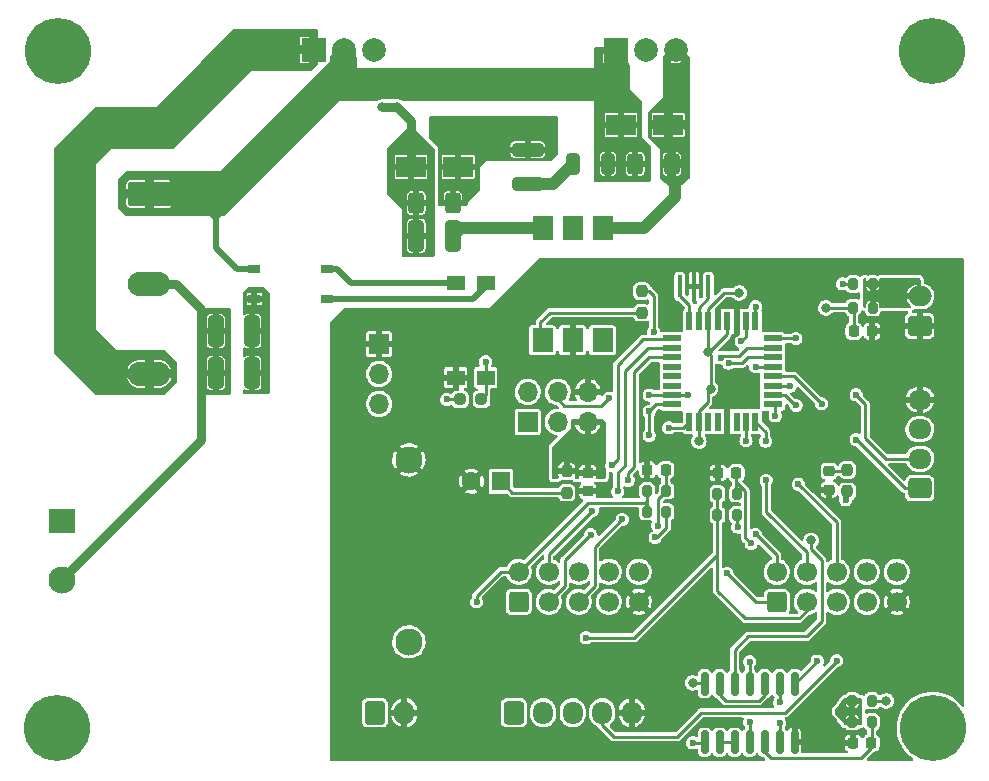
<source format=gbr>
%TF.GenerationSoftware,KiCad,Pcbnew,(6.0.10)*%
%TF.CreationDate,2023-05-17T01:35:15+02:00*%
%TF.ProjectId,spotter,73706f74-7465-4722-9e6b-696361645f70,1.0*%
%TF.SameCoordinates,Original*%
%TF.FileFunction,Copper,L1,Top*%
%TF.FilePolarity,Positive*%
%FSLAX46Y46*%
G04 Gerber Fmt 4.6, Leading zero omitted, Abs format (unit mm)*
G04 Created by KiCad (PCBNEW (6.0.10)) date 2023-05-17 01:35:15*
%MOMM*%
%LPD*%
G01*
G04 APERTURE LIST*
G04 Aperture macros list*
%AMRoundRect*
0 Rectangle with rounded corners*
0 $1 Rounding radius*
0 $2 $3 $4 $5 $6 $7 $8 $9 X,Y pos of 4 corners*
0 Add a 4 corners polygon primitive as box body*
4,1,4,$2,$3,$4,$5,$6,$7,$8,$9,$2,$3,0*
0 Add four circle primitives for the rounded corners*
1,1,$1+$1,$2,$3*
1,1,$1+$1,$4,$5*
1,1,$1+$1,$6,$7*
1,1,$1+$1,$8,$9*
0 Add four rect primitives between the rounded corners*
20,1,$1+$1,$2,$3,$4,$5,0*
20,1,$1+$1,$4,$5,$6,$7,0*
20,1,$1+$1,$6,$7,$8,$9,0*
20,1,$1+$1,$8,$9,$2,$3,0*%
G04 Aperture macros list end*
%TA.AperFunction,SMDPad,CuDef*%
%ADD10R,1.000000X0.800000*%
%TD*%
%TA.AperFunction,SMDPad,CuDef*%
%ADD11RoundRect,0.237500X0.237500X-0.250000X0.237500X0.250000X-0.237500X0.250000X-0.237500X-0.250000X0*%
%TD*%
%TA.AperFunction,SMDPad,CuDef*%
%ADD12RoundRect,0.200000X0.200000X0.275000X-0.200000X0.275000X-0.200000X-0.275000X0.200000X-0.275000X0*%
%TD*%
%TA.AperFunction,SMDPad,CuDef*%
%ADD13R,2.500000X1.800000*%
%TD*%
%TA.AperFunction,SMDPad,CuDef*%
%ADD14RoundRect,0.200000X-0.200000X-0.275000X0.200000X-0.275000X0.200000X0.275000X-0.200000X0.275000X0*%
%TD*%
%TA.AperFunction,SMDPad,CuDef*%
%ADD15RoundRect,0.237500X-0.237500X0.250000X-0.237500X-0.250000X0.237500X-0.250000X0.237500X0.250000X0*%
%TD*%
%TA.AperFunction,ComponentPad*%
%ADD16RoundRect,0.250000X0.600000X-0.600000X0.600000X0.600000X-0.600000X0.600000X-0.600000X-0.600000X0*%
%TD*%
%TA.AperFunction,ComponentPad*%
%ADD17C,1.700000*%
%TD*%
%TA.AperFunction,SMDPad,CuDef*%
%ADD18RoundRect,0.225000X0.225000X0.250000X-0.225000X0.250000X-0.225000X-0.250000X0.225000X-0.250000X0*%
%TD*%
%TA.AperFunction,ComponentPad*%
%ADD19O,1.700000X1.950000*%
%TD*%
%TA.AperFunction,ComponentPad*%
%ADD20RoundRect,0.250000X-0.600000X-0.725000X0.600000X-0.725000X0.600000X0.725000X-0.600000X0.725000X0*%
%TD*%
%TA.AperFunction,ComponentPad*%
%ADD21R,1.600000X1.600000*%
%TD*%
%TA.AperFunction,ComponentPad*%
%ADD22C,1.600000*%
%TD*%
%TA.AperFunction,SMDPad,CuDef*%
%ADD23RoundRect,0.218750X0.256250X-0.218750X0.256250X0.218750X-0.256250X0.218750X-0.256250X-0.218750X0*%
%TD*%
%TA.AperFunction,ComponentPad*%
%ADD24O,1.950000X1.700000*%
%TD*%
%TA.AperFunction,ComponentPad*%
%ADD25RoundRect,0.250000X0.725000X-0.600000X0.725000X0.600000X-0.725000X0.600000X-0.725000X-0.600000X0*%
%TD*%
%TA.AperFunction,SMDPad,CuDef*%
%ADD26RoundRect,0.250000X0.400000X0.625000X-0.400000X0.625000X-0.400000X-0.625000X0.400000X-0.625000X0*%
%TD*%
%TA.AperFunction,ComponentPad*%
%ADD27C,5.600000*%
%TD*%
%TA.AperFunction,SMDPad,CuDef*%
%ADD28R,1.780000X2.000000*%
%TD*%
%TA.AperFunction,SMDPad,CuDef*%
%ADD29RoundRect,0.250000X-1.075000X0.312500X-1.075000X-0.312500X1.075000X-0.312500X1.075000X0.312500X0*%
%TD*%
%TA.AperFunction,SMDPad,CuDef*%
%ADD30RoundRect,0.225000X-0.225000X-0.250000X0.225000X-0.250000X0.225000X0.250000X-0.225000X0.250000X0*%
%TD*%
%TA.AperFunction,ComponentPad*%
%ADD31RoundRect,0.250001X-1.549999X0.799999X-1.549999X-0.799999X1.549999X-0.799999X1.549999X0.799999X0*%
%TD*%
%TA.AperFunction,ComponentPad*%
%ADD32O,3.600000X2.100000*%
%TD*%
%TA.AperFunction,SMDPad,CuDef*%
%ADD33R,0.400000X1.900000*%
%TD*%
%TA.AperFunction,ComponentPad*%
%ADD34RoundRect,0.250000X0.750000X-0.600000X0.750000X0.600000X-0.750000X0.600000X-0.750000X-0.600000X0*%
%TD*%
%TA.AperFunction,ComponentPad*%
%ADD35O,2.000000X1.700000*%
%TD*%
%TA.AperFunction,ComponentPad*%
%ADD36R,1.700000X1.700000*%
%TD*%
%TA.AperFunction,ComponentPad*%
%ADD37O,1.700000X1.700000*%
%TD*%
%TA.AperFunction,SMDPad,CuDef*%
%ADD38RoundRect,0.250000X-0.400000X-1.075000X0.400000X-1.075000X0.400000X1.075000X-0.400000X1.075000X0*%
%TD*%
%TA.AperFunction,SMDPad,CuDef*%
%ADD39RoundRect,0.225000X-0.250000X0.225000X-0.250000X-0.225000X0.250000X-0.225000X0.250000X0.225000X0*%
%TD*%
%TA.AperFunction,SMDPad,CuDef*%
%ADD40RoundRect,0.250000X-0.400000X-0.625000X0.400000X-0.625000X0.400000X0.625000X-0.400000X0.625000X0*%
%TD*%
%TA.AperFunction,SMDPad,CuDef*%
%ADD41RoundRect,0.150000X0.150000X-0.825000X0.150000X0.825000X-0.150000X0.825000X-0.150000X-0.825000X0*%
%TD*%
%TA.AperFunction,ComponentPad*%
%ADD42R,2.300000X2.000000*%
%TD*%
%TA.AperFunction,ComponentPad*%
%ADD43C,2.300000*%
%TD*%
%TA.AperFunction,SMDPad,CuDef*%
%ADD44RoundRect,0.250000X0.400000X1.075000X-0.400000X1.075000X-0.400000X-1.075000X0.400000X-1.075000X0*%
%TD*%
%TA.AperFunction,ComponentPad*%
%ADD45R,2.000000X2.000000*%
%TD*%
%TA.AperFunction,ComponentPad*%
%ADD46C,2.000000*%
%TD*%
%TA.AperFunction,SMDPad,CuDef*%
%ADD47R,1.600000X0.550000*%
%TD*%
%TA.AperFunction,SMDPad,CuDef*%
%ADD48R,0.550000X1.600000*%
%TD*%
%TA.AperFunction,SMDPad,CuDef*%
%ADD49RoundRect,0.237500X0.250000X0.237500X-0.250000X0.237500X-0.250000X-0.237500X0.250000X-0.237500X0*%
%TD*%
%TA.AperFunction,SMDPad,CuDef*%
%ADD50RoundRect,0.250000X-0.325000X-0.650000X0.325000X-0.650000X0.325000X0.650000X-0.325000X0.650000X0*%
%TD*%
%TA.AperFunction,ComponentPad*%
%ADD51RoundRect,0.250000X-0.600000X-0.750000X0.600000X-0.750000X0.600000X0.750000X-0.600000X0.750000X0*%
%TD*%
%TA.AperFunction,ComponentPad*%
%ADD52O,1.700000X2.000000*%
%TD*%
%TA.AperFunction,SMDPad,CuDef*%
%ADD53R,1.500000X1.300000*%
%TD*%
%TA.AperFunction,ViaPad*%
%ADD54C,0.600000*%
%TD*%
%TA.AperFunction,ViaPad*%
%ADD55C,0.800000*%
%TD*%
%TA.AperFunction,Conductor*%
%ADD56C,0.500000*%
%TD*%
%TA.AperFunction,Conductor*%
%ADD57C,0.250000*%
%TD*%
%TA.AperFunction,Conductor*%
%ADD58C,0.750000*%
%TD*%
%TA.AperFunction,Conductor*%
%ADD59C,2.000000*%
%TD*%
%TA.AperFunction,Conductor*%
%ADD60C,1.000000*%
%TD*%
G04 APERTURE END LIST*
D10*
%TO.P,D3,1*%
%TO.N,/L*%
X123671000Y-103124000D03*
%TO.P,D3,2*%
%TO.N,Net-(R15-Pad2)*%
X123671000Y-105664000D03*
%TO.P,D3,3,+*%
%TO.N,Net-(U4-Pad1)*%
X129821000Y-105664000D03*
%TO.P,D3,4,-*%
%TO.N,Net-(U4-Pad2)*%
X129821000Y-103124000D03*
%TD*%
D11*
%TO.P,R2,1*%
%TO.N,+5V*%
X173888400Y-121968900D03*
%TO.P,R2,2*%
%TO.N,Net-(PWR1-Pad2)*%
X173888400Y-120143900D03*
%TD*%
D12*
%TO.P,R6,1*%
%TO.N,+5V*%
X175958000Y-139700000D03*
%TO.P,R6,2*%
%TO.N,/ENC_A_LCD*%
X174308000Y-139700000D03*
%TD*%
D13*
%TO.P,D2,1,K*%
%TO.N,Net-(D2-Pad1)*%
X136938000Y-94488000D03*
%TO.P,D2,2,A*%
%TO.N,/OUT*%
X140938000Y-94488000D03*
%TD*%
D14*
%TO.P,R12,1*%
%TO.N,/ENC_B_LCD*%
X162878000Y-122174000D03*
%TO.P,R12,2*%
%TO.N,Net-(C5-Pad1)*%
X164528000Y-122174000D03*
%TD*%
D15*
%TO.P,R1,1*%
%TO.N,/RST*%
X150114000Y-120245500D03*
%TO.P,R1,2*%
%TO.N,+5V*%
X150114000Y-122070500D03*
%TD*%
D16*
%TO.P,EXP1,1,Pin_1*%
%TO.N,/BEEPER*%
X146050000Y-131308500D03*
D17*
%TO.P,EXP1,2,Pin_2*%
%TO.N,/ENC_SW_LCD*%
X146050000Y-128768500D03*
%TO.P,EXP1,3,Pin_3*%
%TO.N,/MOSI_LCD*%
X148590000Y-131308500D03*
%TO.P,EXP1,4,Pin_4*%
%TO.N,/LCD_CS*%
X148590000Y-128768500D03*
%TO.P,EXP1,5,Pin_5*%
%TO.N,/SCK_LCD*%
X151130000Y-131308500D03*
%TO.P,EXP1,6,Pin_6*%
%TO.N,unconnected-(EXP1-Pad6)*%
X151130000Y-128768500D03*
%TO.P,EXP1,7,Pin_7*%
%TO.N,unconnected-(EXP1-Pad7)*%
X153670000Y-131308500D03*
%TO.P,EXP1,8,Pin_8*%
%TO.N,unconnected-(EXP1-Pad8)*%
X153670000Y-128768500D03*
%TO.P,EXP1,9,Pin_9*%
%TO.N,GND*%
X156210000Y-131308500D03*
%TO.P,EXP1,10,Pin_10*%
%TO.N,+5V*%
X156210000Y-128768500D03*
%TD*%
D18*
%TO.P,C5,1*%
%TO.N,Net-(C5-Pad1)*%
X164478000Y-120396000D03*
%TO.P,C5,2*%
%TO.N,GND*%
X162928000Y-120396000D03*
%TD*%
D19*
%TO.P,EXT-ENCODER1,5,Pin_5*%
%TO.N,GND*%
X155622000Y-140699000D03*
%TO.P,EXT-ENCODER1,4,Pin_4*%
%TO.N,/ENC_A_LCD*%
X153122000Y-140699000D03*
%TO.P,EXT-ENCODER1,3,Pin_3*%
%TO.N,/ENC_B_LCD*%
X150622000Y-140699000D03*
%TO.P,EXT-ENCODER1,2,Pin_2*%
%TO.N,/ENC_SW_LCD*%
X148122000Y-140699000D03*
D20*
%TO.P,EXT-ENCODER1,1,Pin_1*%
%TO.N,+5V*%
X145622000Y-140699000D03*
%TD*%
D21*
%TO.P,C2,1*%
%TO.N,+5V*%
X144557140Y-121107200D03*
D22*
%TO.P,C2,2*%
%TO.N,GND*%
X142057140Y-121107200D03*
%TD*%
D23*
%TO.P,PWR1,2,A*%
%TO.N,Net-(PWR1-Pad2)*%
X172339000Y-120243500D03*
%TO.P,PWR1,1,K*%
%TO.N,GND*%
X172339000Y-121818500D03*
%TD*%
D24*
%TO.P,SMALL-LCD1,4,Pin_4*%
%TO.N,GND*%
X180025000Y-114200000D03*
%TO.P,SMALL-LCD1,3,Pin_3*%
%TO.N,+5V*%
X180025000Y-116700000D03*
%TO.P,SMALL-LCD1,2,Pin_2*%
%TO.N,/SDA*%
X180025000Y-119200000D03*
D25*
%TO.P,SMALL-LCD1,1,Pin_1*%
%TO.N,/SCL*%
X180025000Y-121700000D03*
%TD*%
D26*
%TO.P,R8,1*%
%TO.N,Net-(D1-Pad1)*%
X159030000Y-94234000D03*
%TO.P,R8,2*%
%TO.N,/L*%
X155930000Y-94234000D03*
%TD*%
D27*
%TO.P,REF\u002A\u002A,1*%
%TO.N,N/C*%
X106934000Y-141986000D03*
%TD*%
D28*
%TO.P,U2,1*%
%TO.N,Net-(R3-Pad2)*%
X148082000Y-109159000D03*
%TO.P,U2,2*%
%TO.N,GND*%
X150622000Y-109159000D03*
%TO.P,U2,3,NC*%
%TO.N,unconnected-(U2-Pad3)*%
X153162000Y-109159000D03*
%TO.P,U2,4*%
%TO.N,Net-(D1-Pad1)*%
X153162000Y-99629000D03*
%TO.P,U2,5,NC*%
%TO.N,unconnected-(U2-Pad5)*%
X150622000Y-99629000D03*
%TO.P,U2,6*%
%TO.N,Net-(R10-Pad2)*%
X148082000Y-99629000D03*
%TD*%
D29*
%TO.P,R18,1*%
%TO.N,/OUT*%
X146812000Y-93025500D03*
%TO.P,R18,2*%
%TO.N,Net-(C7-Pad1)*%
X146812000Y-95950500D03*
%TD*%
D30*
%TO.P,C3,1*%
%TO.N,/SW*%
X174425000Y-108400000D03*
%TO.P,C3,2*%
%TO.N,GND*%
X175975000Y-108400000D03*
%TD*%
D31*
%TO.P,J3,1,Pin_1*%
%TO.N,/L*%
X114775500Y-96774000D03*
D32*
%TO.P,J3,2,Pin_2*%
%TO.N,/N*%
X114775500Y-104394000D03*
%TO.P,J3,3,Pin_3*%
%TO.N,/OUT*%
X114775500Y-112014000D03*
%TD*%
D14*
%TO.P,R11,1*%
%TO.N,/ENC_A_LCD*%
X174308000Y-141478000D03*
%TO.P,R11,2*%
%TO.N,Net-(C6-Pad1)*%
X175958000Y-141478000D03*
%TD*%
D33*
%TO.P,Y1,1,1*%
%TO.N,Net-(U1-Pad8)*%
X159700000Y-104605000D03*
%TO.P,Y1,2,2*%
%TO.N,GND*%
X160900000Y-104605000D03*
%TO.P,Y1,3,3*%
%TO.N,Net-(U1-Pad7)*%
X162100000Y-104605000D03*
%TD*%
D34*
%TO.P,J2,1,Pin_1*%
%TO.N,GND*%
X180000000Y-107950000D03*
D35*
%TO.P,J2,2,Pin_2*%
%TO.N,Net-(J2-Pad2)*%
X180000000Y-105450000D03*
%TD*%
D16*
%TO.P,EXP2,1,Pin_1*%
%TO.N,/MISO*%
X167894000Y-131318000D03*
D17*
%TO.P,EXP2,2,Pin_2*%
%TO.N,/SCK*%
X167894000Y-128778000D03*
%TO.P,EXP2,3,Pin_3*%
%TO.N,/ENC_B_LCD*%
X170434000Y-131318000D03*
%TO.P,EXP2,4,Pin_4*%
%TO.N,/SD_CS*%
X170434000Y-128778000D03*
%TO.P,EXP2,5,Pin_5*%
%TO.N,/ENC_A_LCD*%
X172974000Y-131318000D03*
%TO.P,EXP2,6,Pin_6*%
%TO.N,/MOSI*%
X172974000Y-128778000D03*
%TO.P,EXP2,7,Pin_7*%
%TO.N,/SD_DET*%
X175514000Y-131318000D03*
%TO.P,EXP2,8,Pin_8*%
%TO.N,/RST*%
X175514000Y-128778000D03*
%TO.P,EXP2,9,Pin_9*%
%TO.N,GND*%
X178054000Y-131318000D03*
%TO.P,EXP2,10,Pin_10*%
%TO.N,unconnected-(EXP2-Pad10)*%
X178054000Y-128778000D03*
%TD*%
D14*
%TO.P,R7,1*%
%TO.N,/ENC_B_LCD*%
X162878000Y-123952000D03*
%TO.P,R7,2*%
%TO.N,+5V*%
X164528000Y-123952000D03*
%TD*%
D36*
%TO.P,UART1,1,Pin_1*%
%TO.N,GND*%
X134239000Y-109489000D03*
D37*
%TO.P,UART1,2,Pin_2*%
%TO.N,/TX*%
X134239000Y-112029000D03*
%TO.P,UART1,3,Pin_3*%
%TO.N,/RX*%
X134239000Y-114569000D03*
%TD*%
D38*
%TO.P,R15,1*%
%TO.N,/N*%
X120402000Y-111941000D03*
%TO.P,R15,2*%
%TO.N,Net-(R15-Pad2)*%
X123502000Y-111941000D03*
%TD*%
D39*
%TO.P,C1,1*%
%TO.N,/RST*%
X151892000Y-120383000D03*
%TO.P,C1,2*%
%TO.N,GND*%
X151892000Y-121933000D03*
%TD*%
D40*
%TO.P,R14,1*%
%TO.N,Net-(D2-Pad1)*%
X137388000Y-97536000D03*
%TO.P,R14,2*%
%TO.N,/OUT*%
X140488000Y-97536000D03*
%TD*%
D41*
%TO.P,U3,1*%
%TO.N,Net-(C4-Pad1)*%
X161798000Y-143191000D03*
%TO.P,U3,2*%
%TO.N,Net-(U3-Pad2)*%
X163068000Y-143191000D03*
%TO.P,U3,3*%
X164338000Y-143191000D03*
%TO.P,U3,4*%
%TO.N,/ENC_SW*%
X165608000Y-143191000D03*
%TO.P,U3,5*%
%TO.N,Net-(C6-Pad1)*%
X166878000Y-143191000D03*
%TO.P,U3,6*%
%TO.N,Net-(U3-Pad6)*%
X168148000Y-143191000D03*
%TO.P,U3,7,GND*%
%TO.N,GND*%
X169418000Y-143191000D03*
%TO.P,U3,8*%
%TO.N,/ENC_A*%
X169418000Y-138241000D03*
%TO.P,U3,9*%
%TO.N,Net-(U3-Pad6)*%
X168148000Y-138241000D03*
%TO.P,U3,10*%
%TO.N,Net-(U3-Pad10)*%
X166878000Y-138241000D03*
%TO.P,U3,11*%
%TO.N,Net-(C5-Pad1)*%
X165608000Y-138241000D03*
%TO.P,U3,12*%
%TO.N,/ENC_B*%
X164338000Y-138241000D03*
%TO.P,U3,13*%
%TO.N,Net-(U3-Pad10)*%
X163068000Y-138241000D03*
%TO.P,U3,14,VCC*%
%TO.N,+5V*%
X161798000Y-138241000D03*
%TD*%
D27*
%TO.P,REF\u002A\u002A,1*%
%TO.N,N/C*%
X107025000Y-84700000D03*
%TD*%
D42*
%TO.P,PS1,1,AC/L*%
%TO.N,/L*%
X107357500Y-124500000D03*
D43*
%TO.P,PS1,2,AC/N*%
%TO.N,/N*%
X107357500Y-129500000D03*
%TO.P,PS1,3,-Vout*%
%TO.N,GND*%
X136757500Y-119300000D03*
%TO.P,PS1,4,+Vout*%
%TO.N,+5V*%
X136757500Y-134700000D03*
%TD*%
D44*
%TO.P,R16,1*%
%TO.N,Net-(R15-Pad2)*%
X123502000Y-108385000D03*
%TO.P,R16,2*%
%TO.N,/N*%
X120402000Y-108385000D03*
%TD*%
D36*
%TO.P,ISP1,1,Pin_1*%
%TO.N,/MISO*%
X146812000Y-116078000D03*
D37*
%TO.P,ISP1,2,Pin_2*%
%TO.N,+5V*%
X146812000Y-113538000D03*
%TO.P,ISP1,3,Pin_3*%
%TO.N,/SCK*%
X149352000Y-116078000D03*
%TO.P,ISP1,4,Pin_4*%
%TO.N,/MOSI*%
X149352000Y-113538000D03*
%TO.P,ISP1,5,Pin_5*%
%TO.N,/RST*%
X151892000Y-116078000D03*
%TO.P,ISP1,6,Pin_6*%
%TO.N,GND*%
X151892000Y-113538000D03*
%TD*%
D27*
%TO.P,REF\u002A\u002A,1*%
%TO.N,N/C*%
X181102000Y-141986000D03*
%TD*%
D45*
%TO.P,Q1,1,C*%
%TO.N,/L*%
X154286000Y-84582000D03*
D46*
%TO.P,Q1,2,A*%
%TO.N,/OUT*%
X156826000Y-84582000D03*
%TO.P,Q1,3,G*%
%TO.N,Net-(D1-Pad1)*%
X159366000Y-84582000D03*
%TD*%
D45*
%TO.P,Q2,1,C*%
%TO.N,/OUT*%
X128686000Y-84582000D03*
D46*
%TO.P,Q2,2,A*%
%TO.N,/L*%
X131226000Y-84582000D03*
%TO.P,Q2,3,G*%
%TO.N,Net-(D2-Pad1)*%
X133766000Y-84582000D03*
%TD*%
D47*
%TO.P,U1,32,PD2*%
%TO.N,/ZD*%
X167550000Y-109000000D03*
%TO.P,U1,31,PD1*%
%TO.N,/TX*%
X167550000Y-109800000D03*
%TO.P,U1,30,PD0*%
%TO.N,/RX*%
X167550000Y-110600000D03*
%TO.P,U1,29,~{RESET}/PC6*%
%TO.N,/RST*%
X167550000Y-111400000D03*
%TO.P,U1,28,PC5*%
%TO.N,/SCL*%
X167550000Y-112200000D03*
%TO.P,U1,27,PC4*%
%TO.N,/SDA*%
X167550000Y-113000000D03*
%TO.P,U1,26,PC3*%
%TO.N,/ENC_A*%
X167550000Y-113800000D03*
%TO.P,U1,25,PC2*%
%TO.N,/ENC_B*%
X167550000Y-114600000D03*
D48*
%TO.P,U1,24,PC1*%
%TO.N,/ENC_SW*%
X166100000Y-116050000D03*
%TO.P,U1,23,PC0*%
%TO.N,/SD_CS*%
X165300000Y-116050000D03*
%TO.P,U1,22,ADC7*%
%TO.N,unconnected-(U1-Pad22)*%
X164500000Y-116050000D03*
%TO.P,U1,21,GND*%
%TO.N,GND*%
X163700000Y-116050000D03*
%TO.P,U1,20,AREF*%
%TO.N,unconnected-(U1-Pad20)*%
X162900000Y-116050000D03*
%TO.P,U1,19,ADC6*%
%TO.N,unconnected-(U1-Pad19)*%
X162100000Y-116050000D03*
%TO.P,U1,18,AVCC*%
%TO.N,+5V*%
X161300000Y-116050000D03*
%TO.P,U1,17,PB5*%
%TO.N,/SCK*%
X160500000Y-116050000D03*
D47*
%TO.P,U1,16,PB4*%
%TO.N,/MISO*%
X159050000Y-114600000D03*
%TO.P,U1,15,PB3*%
%TO.N,/MOSI*%
X159050000Y-113800000D03*
%TO.P,U1,14,PB2*%
%TO.N,unconnected-(U1-Pad14)*%
X159050000Y-113000000D03*
%TO.P,U1,13,PB1*%
%TO.N,unconnected-(U1-Pad13)*%
X159050000Y-112200000D03*
%TO.P,U1,12,PB0*%
%TO.N,unconnected-(U1-Pad12)*%
X159050000Y-111400000D03*
%TO.P,U1,11,PD7*%
%TO.N,/SCK_LCD*%
X159050000Y-110600000D03*
%TO.P,U1,10,PD6*%
%TO.N,/MOSI_LCD*%
X159050000Y-109800000D03*
%TO.P,U1,9,PD5*%
%TO.N,/LCD_CS*%
X159050000Y-109000000D03*
D48*
%TO.P,U1,8,XTAL2/PB7*%
%TO.N,Net-(U1-Pad8)*%
X160500000Y-107550000D03*
%TO.P,U1,7,XTAL1/PB6*%
%TO.N,Net-(U1-Pad7)*%
X161300000Y-107550000D03*
%TO.P,U1,6,VCC*%
%TO.N,+5V*%
X162100000Y-107550000D03*
%TO.P,U1,5,GND*%
%TO.N,GND*%
X162900000Y-107550000D03*
%TO.P,U1,4,VCC*%
%TO.N,+5V*%
X163700000Y-107550000D03*
%TO.P,U1,3,GND*%
%TO.N,GND*%
X164500000Y-107550000D03*
%TO.P,U1,2,PD4*%
%TO.N,/PWM*%
X165300000Y-107550000D03*
%TO.P,U1,1,PD3*%
%TO.N,/SW*%
X166100000Y-107550000D03*
%TD*%
D49*
%TO.P,R17,2*%
%TO.N,+5V*%
X141073500Y-114173000D03*
%TO.P,R17,1*%
%TO.N,/ZD*%
X142898500Y-114173000D03*
%TD*%
D50*
%TO.P,C7,1*%
%TO.N,Net-(C7-Pad1)*%
X150671000Y-94234000D03*
%TO.P,C7,2*%
%TO.N,/L*%
X153621000Y-94234000D03*
%TD*%
D15*
%TO.P,R3,1*%
%TO.N,/PWM*%
X156464000Y-105005500D03*
%TO.P,R3,2*%
%TO.N,Net-(R3-Pad2)*%
X156464000Y-106830500D03*
%TD*%
D13*
%TO.P,D1,1,K*%
%TO.N,Net-(D1-Pad1)*%
X158718000Y-90932000D03*
%TO.P,D1,2,A*%
%TO.N,/L*%
X154718000Y-90932000D03*
%TD*%
D51*
%TO.P,J1,1,Pin_1*%
%TO.N,+5V*%
X133878000Y-140699000D03*
D52*
%TO.P,J1,2,Pin_2*%
%TO.N,GND*%
X136378000Y-140699000D03*
%TD*%
D18*
%TO.P,C4,1*%
%TO.N,Net-(C4-Pad1)*%
X158509000Y-120142000D03*
%TO.P,C4,2*%
%TO.N,GND*%
X156959000Y-120142000D03*
%TD*%
D14*
%TO.P,R4,1*%
%TO.N,+5V*%
X174375000Y-104400000D03*
%TO.P,R4,2*%
%TO.N,Net-(J2-Pad2)*%
X176025000Y-104400000D03*
%TD*%
%TO.P,R9,1*%
%TO.N,/ENC_SW_LCD*%
X156909000Y-123698000D03*
%TO.P,R9,2*%
%TO.N,+5V*%
X158559000Y-123698000D03*
%TD*%
D18*
%TO.P,C6,1*%
%TO.N,Net-(C6-Pad1)*%
X175908000Y-143256000D03*
%TO.P,C6,2*%
%TO.N,GND*%
X174358000Y-143256000D03*
%TD*%
D27*
%TO.P,REF\u002A\u002A,1*%
%TO.N,N/C*%
X181025000Y-84700000D03*
%TD*%
D53*
%TO.P,U4,4*%
%TO.N,/ZD*%
X143256000Y-112323000D03*
%TO.P,U4,3*%
%TO.N,GND*%
X140716000Y-112323000D03*
%TO.P,U4,2*%
%TO.N,Net-(U4-Pad2)*%
X140716000Y-104323000D03*
%TO.P,U4,1*%
%TO.N,Net-(U4-Pad1)*%
X143256000Y-104323000D03*
%TD*%
D38*
%TO.P,R10,1*%
%TO.N,Net-(D2-Pad1)*%
X137388000Y-100330000D03*
%TO.P,R10,2*%
%TO.N,Net-(R10-Pad2)*%
X140488000Y-100330000D03*
%TD*%
D12*
%TO.P,R5,1*%
%TO.N,Net-(J2-Pad2)*%
X176025000Y-106400000D03*
%TO.P,R5,2*%
%TO.N,/SW*%
X174375000Y-106400000D03*
%TD*%
D14*
%TO.P,R13,1*%
%TO.N,/ENC_SW_LCD*%
X156909000Y-121920000D03*
%TO.P,R13,2*%
%TO.N,Net-(C4-Pad1)*%
X158559000Y-121920000D03*
%TD*%
D54*
%TO.N,/ENC_SW_LCD*%
X142494000Y-131318000D03*
D55*
%TO.N,/SW*%
X172059600Y-106426000D03*
D54*
X166116000Y-106324400D03*
%TO.N,/ZD*%
X143256000Y-110990316D03*
X169519600Y-109016800D03*
D55*
%TO.N,+5V*%
X162102800Y-110185200D03*
X161300000Y-117719000D03*
X177165000Y-139700000D03*
X162306000Y-113284000D03*
D54*
X157607000Y-125857000D03*
X173736000Y-122682000D03*
X139954000Y-114173000D03*
X173482000Y-104394000D03*
X164592000Y-124978500D03*
D55*
X160782000Y-138176000D03*
X164719000Y-105156000D03*
%TO.N,/OUT*%
X126746000Y-84582000D03*
X121920000Y-85344000D03*
X146304000Y-91186000D03*
X140208000Y-91186000D03*
X118872000Y-88392000D03*
X125476000Y-84582000D03*
X108458000Y-101346000D03*
X142240000Y-91186000D03*
X115570000Y-91186000D03*
X108458000Y-94996000D03*
X108458000Y-100076000D03*
X120904000Y-86360000D03*
X108458000Y-102616000D03*
X116840000Y-90424000D03*
X108458000Y-107696000D03*
X110490000Y-111252000D03*
X124206000Y-84582000D03*
X108458000Y-98806000D03*
X109474000Y-110236000D03*
X111506000Y-112014000D03*
X122936000Y-84582000D03*
X147320000Y-91186000D03*
X108458000Y-96266000D03*
X119888000Y-87376000D03*
X113030000Y-91186000D03*
X110490000Y-91694000D03*
X114300000Y-91186000D03*
X108458000Y-93726000D03*
X148336000Y-91186000D03*
X108458000Y-105156000D03*
X141224000Y-91186000D03*
X143256000Y-91186000D03*
X139192000Y-91186000D03*
X108458000Y-103886000D03*
X145288000Y-91186000D03*
X117856000Y-89408000D03*
X108458000Y-109118400D03*
X144272000Y-91186000D03*
X109474000Y-92710000D03*
X111760000Y-91186000D03*
X108458000Y-106426000D03*
X108458000Y-97536000D03*
%TO.N,GND*%
X155702000Y-137668000D03*
X156718000Y-136652000D03*
X156718000Y-137668000D03*
X155702000Y-136652000D03*
D54*
%TO.N,/SCL*%
X174627911Y-117599089D03*
X171704000Y-114554000D03*
%TO.N,/SDA*%
X169037000Y-113030000D03*
X174625000Y-113792000D03*
%TO.N,/ENC_SW*%
X166954200Y-117703600D03*
X165608000Y-141478000D03*
D55*
%TO.N,/ENC_B*%
X170815000Y-126111000D03*
D54*
X167767000Y-115570000D03*
%TO.N,/ENC_A*%
X171323000Y-136336000D03*
X169545000Y-114681000D03*
%TO.N,/MISO*%
X157099000Y-117221000D03*
X163700442Y-128907558D03*
X157099000Y-115189000D03*
%TO.N,/SCK*%
X166116000Y-125603000D03*
X158750000Y-116586000D03*
%TO.N,/MOSI*%
X153670000Y-114088500D03*
X157098826Y-113800498D03*
X169735500Y-121348500D03*
X160401000Y-113792000D03*
%TO.N,/RST*%
X166111600Y-111400000D03*
%TO.N,/LCD_CS*%
X153924000Y-119761000D03*
X152298400Y-123596400D03*
%TO.N,/SD_CS*%
X167005000Y-121031000D03*
X165300000Y-117675000D03*
%TO.N,/ENC_A_LCD*%
X172974000Y-136296400D03*
X173228000Y-140589000D03*
%TO.N,Net-(C4-Pad1)*%
X160782000Y-143256000D03*
X157834000Y-124868000D03*
%TO.N,Net-(C5-Pad1)*%
X165608000Y-136398000D03*
X165735000Y-126365000D03*
%TO.N,/PWM*%
X164896800Y-109270800D03*
X157480000Y-108447500D03*
%TO.N,/RX*%
X163830000Y-111099600D03*
%TO.N,/TX*%
X163160329Y-110662858D03*
D55*
%TO.N,Net-(D2-Pad1)*%
X134493000Y-89408000D03*
X135763000Y-89408000D03*
D54*
%TO.N,Net-(U3-Pad6)*%
X168148000Y-141605000D03*
X168148000Y-139827000D03*
%TO.N,/ENC_B_LCD*%
X151765000Y-134366000D03*
%TO.N,/MOSI_LCD*%
X152146000Y-125628400D03*
X154432000Y-121970800D03*
%TO.N,/SCK_LCD*%
X154813000Y-124333000D03*
X155321000Y-121031000D03*
%TD*%
D56*
%TO.N,Net-(U4-Pad2)*%
X130630500Y-103124000D02*
X129821000Y-103124000D01*
X131829500Y-104323000D02*
X130630500Y-103124000D01*
X140716000Y-104323000D02*
X131829500Y-104323000D01*
%TO.N,/L*%
X122174000Y-103124000D02*
X123671000Y-103124000D01*
X120396000Y-101346000D02*
X122174000Y-103124000D01*
X120396000Y-98806000D02*
X120396000Y-101346000D01*
D57*
%TO.N,/ENC_SW_LCD*%
X142494000Y-130810000D02*
X144535500Y-128768500D01*
X144535500Y-128768500D02*
X146050000Y-128768500D01*
X142494000Y-131318000D02*
X142494000Y-130810000D01*
D58*
%TO.N,/N*%
X117030500Y-104394000D02*
X119126000Y-106489500D01*
X119126000Y-106489500D02*
X119126000Y-117602000D01*
X114775500Y-104394000D02*
X117030500Y-104394000D01*
X107357500Y-129370500D02*
X107357500Y-129500000D01*
X119126000Y-117602000D02*
X107357500Y-129370500D01*
D57*
%TO.N,/SW*%
X172085600Y-106400000D02*
X172059600Y-106426000D01*
X166100000Y-106340400D02*
X166100000Y-107550000D01*
X174375000Y-106400000D02*
X172085600Y-106400000D01*
X174425000Y-108400000D02*
X174425000Y-106450000D01*
X166116000Y-106324400D02*
X166100000Y-106340400D01*
D59*
%TO.N,/L*%
X114775500Y-96774000D02*
X118745000Y-96774000D01*
X154286000Y-84582000D02*
X154286000Y-86214000D01*
D56*
X120796000Y-98406000D02*
X120396000Y-98806000D01*
D59*
X131226000Y-84582000D02*
X131226000Y-86452000D01*
D56*
X119996000Y-98406000D02*
X120396000Y-98806000D01*
D57*
%TO.N,/ZD*%
X143256000Y-112323000D02*
X143256000Y-113815500D01*
X143256000Y-113815500D02*
X142898500Y-114173000D01*
X167566800Y-109016800D02*
X167550000Y-109000000D01*
X169519600Y-109016800D02*
X167566800Y-109016800D01*
X143256000Y-110990316D02*
X143256000Y-112551600D01*
%TO.N,+5V*%
X161300000Y-117719000D02*
X161300000Y-116050000D01*
X177165000Y-139700000D02*
X176022000Y-139700000D01*
X162052000Y-113538000D02*
X162052000Y-114427000D01*
X163449000Y-105156000D02*
X162100000Y-106505000D01*
X157728884Y-125857000D02*
X158559000Y-125026884D01*
X157607000Y-125857000D02*
X157728884Y-125857000D01*
X161733000Y-138176000D02*
X161798000Y-138241000D01*
X163700000Y-107550000D02*
X163700000Y-108650000D01*
X141073500Y-114173000D02*
X139954000Y-114173000D01*
X173888400Y-122529600D02*
X173888400Y-121881400D01*
X160782000Y-138176000D02*
X161733000Y-138176000D01*
X164719000Y-105156000D02*
X163449000Y-105156000D01*
X163700000Y-108650000D02*
X162100000Y-110250000D01*
X162306000Y-113284000D02*
X162306000Y-110456000D01*
X162100000Y-106505000D02*
X162100000Y-107550000D01*
X173736000Y-122682000D02*
X173888400Y-122529600D01*
X162100000Y-110250000D02*
X162100000Y-107550000D01*
X158559000Y-125026884D02*
X158559000Y-123698000D01*
X164592000Y-124978500D02*
X164528000Y-124914500D01*
X145520440Y-122070500D02*
X150114000Y-122070500D01*
X162052000Y-114427000D02*
X161300000Y-115179000D01*
X162306000Y-110456000D02*
X162100000Y-110250000D01*
X161300000Y-115179000D02*
X161300000Y-116050000D01*
X162306000Y-113284000D02*
X162052000Y-113538000D01*
X164528000Y-124914500D02*
X164528000Y-123952000D01*
X174375000Y-104400000D02*
X173488000Y-104400000D01*
X144557140Y-121107200D02*
X145520440Y-122070500D01*
X173488000Y-104400000D02*
X173482000Y-104394000D01*
%TO.N,Net-(PWR1-Pad2)*%
X173850900Y-120268900D02*
X173888400Y-120231400D01*
X172110400Y-120268900D02*
X173850900Y-120268900D01*
%TO.N,/SCL*%
X178728822Y-121700000D02*
X180025000Y-121700000D01*
X169350000Y-112200000D02*
X167550000Y-112200000D01*
X174749089Y-117720267D02*
X178728822Y-121700000D01*
X171704000Y-114554000D02*
X169350000Y-112200000D01*
%TO.N,/SDA*%
X175387000Y-117475000D02*
X177112000Y-119200000D01*
X174625000Y-113792000D02*
X175387000Y-114554000D01*
X169037000Y-113030000D02*
X167580000Y-113030000D01*
X177112000Y-119200000D02*
X180025000Y-119200000D01*
X167580000Y-113030000D02*
X167550000Y-113000000D01*
X175387000Y-114554000D02*
X175387000Y-117475000D01*
%TO.N,/ENC_SW*%
X166954200Y-117703600D02*
X166954200Y-116904200D01*
X166954200Y-116904200D02*
X166100000Y-116050000D01*
X165608000Y-143191000D02*
X165608000Y-141478000D01*
%TO.N,/ENC_B*%
X171704000Y-132969000D02*
X170434000Y-134239000D01*
X167767000Y-115570000D02*
X167767000Y-114817000D01*
X171704000Y-127762000D02*
X171704000Y-132969000D01*
X170815000Y-126111000D02*
X170815000Y-126873000D01*
X170815000Y-126873000D02*
X171704000Y-127762000D01*
X167767000Y-114817000D02*
X167550000Y-114600000D01*
X164338000Y-135382000D02*
X164338000Y-138241000D01*
X170434000Y-134239000D02*
X165481000Y-134239000D01*
X165481000Y-134239000D02*
X164338000Y-135382000D01*
%TO.N,/ENC_A*%
X171323000Y-136336000D02*
X169418000Y-138241000D01*
X169545000Y-114681000D02*
X169450500Y-114681000D01*
X169450500Y-114681000D02*
X168569500Y-113800000D01*
X168569500Y-113800000D02*
X167550000Y-113800000D01*
%TO.N,/MISO*%
X166116000Y-131318000D02*
X167894000Y-131318000D01*
X157688000Y-114600000D02*
X159050000Y-114600000D01*
X157099000Y-115189000D02*
X157688000Y-114600000D01*
X163700442Y-128907558D02*
X163705558Y-128907558D01*
X157099000Y-117221000D02*
X157099000Y-115189000D01*
X163705558Y-128907558D02*
X166116000Y-131318000D01*
%TO.N,/SCK*%
X167894000Y-127381000D02*
X167894000Y-128778000D01*
X159964000Y-116586000D02*
X160500000Y-116050000D01*
X166116000Y-125603000D02*
X167894000Y-127381000D01*
X158750000Y-116586000D02*
X159964000Y-116586000D01*
%TO.N,/MOSI*%
X149892000Y-114713000D02*
X153045500Y-114713000D01*
X149352000Y-114173000D02*
X149892000Y-114713000D01*
X149352000Y-113538000D02*
X149352000Y-114173000D01*
X160393000Y-113800000D02*
X159050000Y-113800000D01*
X157487502Y-113800498D02*
X157488000Y-113800000D01*
X157098826Y-113800498D02*
X157487502Y-113800498D01*
X172974000Y-124587000D02*
X172974000Y-128778000D01*
X160401000Y-113792000D02*
X160393000Y-113800000D01*
X169735500Y-121348500D02*
X172974000Y-124587000D01*
X153045500Y-114713000D02*
X153670000Y-114088500D01*
X157488000Y-113800000D02*
X159050000Y-113800000D01*
%TO.N,/RST*%
X166111600Y-111400000D02*
X167550000Y-111400000D01*
%TO.N,/LCD_CS*%
X148590000Y-127304800D02*
X148590000Y-128768500D01*
X158977500Y-109072500D02*
X159050000Y-109000000D01*
X154432000Y-111252000D02*
X156611500Y-109072500D01*
X153924000Y-119761000D02*
X154432000Y-119253000D01*
X154432000Y-119253000D02*
X154432000Y-111252000D01*
X156611500Y-109072500D02*
X158977500Y-109072500D01*
X152298400Y-123596400D02*
X148590000Y-127304800D01*
%TO.N,/SD_CS*%
X167005000Y-123698000D02*
X167005000Y-121031000D01*
X170434000Y-128778000D02*
X170434000Y-127127000D01*
X170434000Y-127127000D02*
X167005000Y-123698000D01*
X165300000Y-117675000D02*
X165300000Y-116050000D01*
%TO.N,/ENC_A_LCD*%
X159468200Y-142741000D02*
X154120200Y-142741000D01*
X161493200Y-140716000D02*
X159468200Y-142741000D01*
X168589751Y-140716000D02*
X161493200Y-140716000D01*
X153122000Y-141742800D02*
X153122000Y-140699000D01*
X172974000Y-136296400D02*
X172974000Y-136331751D01*
X154120200Y-142741000D02*
X153122000Y-141742800D01*
X172974000Y-136331751D02*
X168589751Y-140716000D01*
%TO.N,Net-(C4-Pad1)*%
X157834000Y-124868000D02*
X157834000Y-122645000D01*
X161733000Y-143256000D02*
X161798000Y-143191000D01*
X158509000Y-120142000D02*
X158509000Y-121870000D01*
X158509000Y-121870000D02*
X158559000Y-121920000D01*
X160782000Y-143256000D02*
X161733000Y-143256000D01*
X157834000Y-122645000D02*
X158559000Y-121920000D01*
%TO.N,Net-(C5-Pad1)*%
X165253000Y-121946000D02*
X164465000Y-121158000D01*
X165735000Y-126365000D02*
X165253000Y-125883000D01*
X164478000Y-120396000D02*
X164478000Y-122124000D01*
X165253000Y-125883000D02*
X165253000Y-121946000D01*
X165608000Y-138241000D02*
X165608000Y-136398000D01*
D56*
%TO.N,Net-(U4-Pad1)*%
X129740600Y-105651600D02*
X142156000Y-105651600D01*
X142156000Y-105651600D02*
X143256000Y-104551600D01*
X129721000Y-105632000D02*
X129740600Y-105651600D01*
D57*
%TO.N,/PWM*%
X157075500Y-105005500D02*
X156464000Y-105005500D01*
X164896800Y-109270800D02*
X165300000Y-108867600D01*
X157480000Y-105410000D02*
X157075500Y-105005500D01*
X165300000Y-108867600D02*
X165300000Y-107550000D01*
X157480000Y-108447500D02*
X157480000Y-105410000D01*
D60*
%TO.N,Net-(D1-Pad1)*%
X153162000Y-99629000D02*
X156657000Y-99629000D01*
X156657000Y-99629000D02*
X159258000Y-97028000D01*
X159258000Y-97028000D02*
X159258000Y-95758000D01*
D57*
%TO.N,Net-(C6-Pad1)*%
X175958000Y-143206000D02*
X175908000Y-143256000D01*
X175958000Y-141478000D02*
X175958000Y-143206000D01*
X166878000Y-144018000D02*
X166878000Y-143191000D01*
X175076000Y-144526000D02*
X167386000Y-144526000D01*
X175908000Y-143694000D02*
X175076000Y-144526000D01*
X175908000Y-143256000D02*
X175908000Y-143694000D01*
X167386000Y-144526000D02*
X166878000Y-144018000D01*
D60*
%TO.N,Net-(C7-Pad1)*%
X146812000Y-95950500D02*
X148954500Y-95950500D01*
X148954500Y-95950500D02*
X150671000Y-94234000D01*
D57*
%TO.N,Net-(R3-Pad2)*%
X148693500Y-106830500D02*
X147896000Y-107628000D01*
X156464000Y-106830500D02*
X148693500Y-106830500D01*
X147896000Y-107628000D02*
X147896000Y-109159000D01*
D60*
%TO.N,Net-(R10-Pad2)*%
X148082000Y-99629000D02*
X141189000Y-99629000D01*
X141189000Y-99629000D02*
X140488000Y-100330000D01*
D57*
%TO.N,Net-(U1-Pad7)*%
X162100000Y-104650000D02*
X162100000Y-105600000D01*
X161300000Y-106400000D02*
X162100000Y-105600000D01*
X161300000Y-106400000D02*
X161300000Y-107550000D01*
%TO.N,Net-(U1-Pad8)*%
X160500000Y-106200000D02*
X160500000Y-107550000D01*
X159700000Y-104650000D02*
X159700000Y-105400000D01*
X159700000Y-105400000D02*
X160500000Y-106200000D01*
%TO.N,/RX*%
X163830000Y-111099600D02*
X164998400Y-111099600D01*
X165498000Y-110600000D02*
X167550000Y-110600000D01*
X164998400Y-111099600D02*
X165498000Y-110600000D01*
%TO.N,/TX*%
X164709000Y-110474600D02*
X165383600Y-109800000D01*
X163348587Y-110474600D02*
X164709000Y-110474600D01*
X163160329Y-110662858D02*
X163348587Y-110474600D01*
X165383600Y-109800000D02*
X167550000Y-109800000D01*
D58*
%TO.N,Net-(D2-Pad1)*%
X136938000Y-90608400D02*
X135737600Y-89408000D01*
X136938000Y-94488000D02*
X136938000Y-90608400D01*
X135737600Y-89408000D02*
X134671500Y-89408000D01*
D57*
%TO.N,Net-(U3-Pad2)*%
X164338000Y-143191000D02*
X163068000Y-143191000D01*
%TO.N,Net-(U3-Pad6)*%
X168148000Y-143191000D02*
X168148000Y-141605000D01*
X168148000Y-139827000D02*
X168148000Y-138241000D01*
%TO.N,Net-(U3-Pad10)*%
X163068000Y-138241000D02*
X163068000Y-139192000D01*
X166370000Y-139700000D02*
X166878000Y-139192000D01*
X166878000Y-139192000D02*
X166878000Y-138241000D01*
X163576000Y-139700000D02*
X166370000Y-139700000D01*
X163068000Y-139192000D02*
X163576000Y-139700000D01*
%TO.N,/ENC_SW_LCD*%
X156909000Y-123698000D02*
X156909000Y-122745000D01*
X156464000Y-122936000D02*
X156718000Y-122936000D01*
X156718000Y-122936000D02*
X156909000Y-122745000D01*
X146050000Y-128768500D02*
X146059500Y-128768500D01*
X151892000Y-122936000D02*
X156464000Y-122936000D01*
X156909000Y-122745000D02*
X156909000Y-121920000D01*
X146059500Y-128768500D02*
X151892000Y-122936000D01*
X156909000Y-123127000D02*
X156909000Y-123698000D01*
X156718000Y-122936000D02*
X156909000Y-123127000D01*
X156464000Y-122936000D02*
X156909000Y-122936000D01*
%TO.N,/ENC_B_LCD*%
X162878000Y-127635000D02*
X162878000Y-123952000D01*
X162878000Y-130366000D02*
X162878000Y-127317000D01*
X169799000Y-132715000D02*
X165227000Y-132715000D01*
X155829000Y-134366000D02*
X162878000Y-127317000D01*
X165227000Y-132715000D02*
X162878000Y-130366000D01*
X151765000Y-134366000D02*
X155829000Y-134366000D01*
X162878000Y-122174000D02*
X162878000Y-123952000D01*
X170434000Y-132080000D02*
X169799000Y-132715000D01*
X170434000Y-131318000D02*
X170434000Y-132080000D01*
%TO.N,/MOSI_LCD*%
X157027000Y-109800000D02*
X159050000Y-109800000D01*
X149955000Y-127794000D02*
X149955000Y-129943500D01*
X149955000Y-129943500D02*
X148590000Y-131308500D01*
X152120600Y-125628400D02*
X149955000Y-127794000D01*
X155067000Y-111760000D02*
X157027000Y-109800000D01*
X152146000Y-125628400D02*
X152120600Y-125628400D01*
X154432000Y-120396000D02*
X155067000Y-119761000D01*
X154432000Y-121970800D02*
X154432000Y-120396000D01*
X155067000Y-119761000D02*
X155067000Y-111760000D01*
%TO.N,/SCK_LCD*%
X155321000Y-121031000D02*
X155321000Y-120396000D01*
X155321000Y-120396000D02*
X155829000Y-119888000D01*
X155829000Y-119888000D02*
X155829000Y-111887000D01*
X155829000Y-111887000D02*
X157116000Y-110600000D01*
X154813000Y-124333000D02*
X152495000Y-126651000D01*
X157116000Y-110600000D02*
X159050000Y-110600000D01*
X152495000Y-129943500D02*
X151130000Y-131308500D01*
X152495000Y-126651000D02*
X152495000Y-129943500D01*
%TD*%
%TA.AperFunction,Conductor*%
%TO.N,/OUT*%
G36*
X144272000Y-93980000D02*
G01*
X143256000Y-93980000D01*
X142748000Y-94488000D01*
X142748000Y-96467810D01*
X142727998Y-96535931D01*
X142711095Y-96556905D01*
X141732000Y-97536000D01*
X141732000Y-97664000D01*
X141711998Y-97732121D01*
X141658342Y-97778614D01*
X141606000Y-97790000D01*
X139323500Y-97790000D01*
X139255379Y-97769998D01*
X139208886Y-97716342D01*
X139197500Y-97664000D01*
X139197500Y-97263885D01*
X139711000Y-97263885D01*
X139715475Y-97279124D01*
X139716865Y-97280329D01*
X139724548Y-97282000D01*
X140215885Y-97282000D01*
X140231124Y-97277525D01*
X140232329Y-97276135D01*
X140234000Y-97268452D01*
X140234000Y-97263885D01*
X140742000Y-97263885D01*
X140746475Y-97279124D01*
X140747865Y-97280329D01*
X140755548Y-97282000D01*
X141246884Y-97282000D01*
X141262123Y-97277525D01*
X141263328Y-97276135D01*
X141264999Y-97268452D01*
X141264999Y-96879876D01*
X141264328Y-96870710D01*
X141255518Y-96810857D01*
X141249775Y-96792375D01*
X141203368Y-96697853D01*
X141191408Y-96681148D01*
X141117323Y-96607192D01*
X141100595Y-96595260D01*
X141005982Y-96549013D01*
X140987514Y-96543305D01*
X140928259Y-96534660D01*
X140919160Y-96534000D01*
X140760115Y-96534000D01*
X140744876Y-96538475D01*
X140743671Y-96539865D01*
X140742000Y-96547548D01*
X140742000Y-97263885D01*
X140234000Y-97263885D01*
X140234000Y-96552116D01*
X140229525Y-96536877D01*
X140228135Y-96535672D01*
X140220452Y-96534001D01*
X140056876Y-96534001D01*
X140047710Y-96534672D01*
X139987857Y-96543482D01*
X139969375Y-96549225D01*
X139874853Y-96595632D01*
X139858148Y-96607592D01*
X139784192Y-96681677D01*
X139772260Y-96698405D01*
X139726013Y-96793018D01*
X139720305Y-96811486D01*
X139711660Y-96870741D01*
X139711000Y-96879840D01*
X139711000Y-97263885D01*
X139197500Y-97263885D01*
X139197500Y-95394321D01*
X139561000Y-95394321D01*
X139562207Y-95406575D01*
X139565948Y-95425382D01*
X139575263Y-95447871D01*
X139589546Y-95469247D01*
X139606753Y-95486454D01*
X139628129Y-95500737D01*
X139650618Y-95510052D01*
X139669425Y-95513793D01*
X139681679Y-95515000D01*
X140665885Y-95515000D01*
X140681124Y-95510525D01*
X140682329Y-95509135D01*
X140684000Y-95501452D01*
X140684000Y-95496885D01*
X141192000Y-95496885D01*
X141196475Y-95512124D01*
X141197865Y-95513329D01*
X141205548Y-95515000D01*
X142194321Y-95515000D01*
X142206575Y-95513793D01*
X142225382Y-95510052D01*
X142247871Y-95500737D01*
X142269247Y-95486454D01*
X142286454Y-95469247D01*
X142300737Y-95447871D01*
X142310052Y-95425382D01*
X142313793Y-95406575D01*
X142315000Y-95394321D01*
X142315000Y-94760115D01*
X142310525Y-94744876D01*
X142309135Y-94743671D01*
X142301452Y-94742000D01*
X141210115Y-94742000D01*
X141194876Y-94746475D01*
X141193671Y-94747865D01*
X141192000Y-94755548D01*
X141192000Y-95496885D01*
X140684000Y-95496885D01*
X140684000Y-94760115D01*
X140679525Y-94744876D01*
X140678135Y-94743671D01*
X140670452Y-94742000D01*
X139579115Y-94742000D01*
X139563876Y-94746475D01*
X139562671Y-94747865D01*
X139561000Y-94755548D01*
X139561000Y-95394321D01*
X139197500Y-95394321D01*
X139197500Y-94215885D01*
X139561000Y-94215885D01*
X139565475Y-94231124D01*
X139566865Y-94232329D01*
X139574548Y-94234000D01*
X140665885Y-94234000D01*
X140681124Y-94229525D01*
X140682329Y-94228135D01*
X140684000Y-94220452D01*
X140684000Y-94215885D01*
X141192000Y-94215885D01*
X141196475Y-94231124D01*
X141197865Y-94232329D01*
X141205548Y-94234000D01*
X142296885Y-94234000D01*
X142312124Y-94229525D01*
X142313329Y-94228135D01*
X142315000Y-94220452D01*
X142315000Y-93581679D01*
X142313793Y-93569425D01*
X142310052Y-93550618D01*
X142300737Y-93528129D01*
X142286454Y-93506753D01*
X142269247Y-93489546D01*
X142247871Y-93475263D01*
X142225382Y-93465948D01*
X142206575Y-93462207D01*
X142194321Y-93461000D01*
X141210115Y-93461000D01*
X141194876Y-93465475D01*
X141193671Y-93466865D01*
X141192000Y-93474548D01*
X141192000Y-94215885D01*
X140684000Y-94215885D01*
X140684000Y-93479115D01*
X140679525Y-93463876D01*
X140678135Y-93462671D01*
X140670452Y-93461000D01*
X139681679Y-93461000D01*
X139669425Y-93462207D01*
X139650618Y-93465948D01*
X139628129Y-93475263D01*
X139606753Y-93489546D01*
X139589546Y-93506753D01*
X139575263Y-93528129D01*
X139565948Y-93550618D01*
X139562207Y-93569425D01*
X139561000Y-93581679D01*
X139561000Y-94215885D01*
X139197500Y-94215885D01*
X139197500Y-93016190D01*
X139196014Y-92988455D01*
X139193135Y-92961672D01*
X139193586Y-92961624D01*
X139192000Y-92946221D01*
X139192000Y-92837000D01*
X138466905Y-92111905D01*
X138432879Y-92049593D01*
X138430000Y-92022810D01*
X138430000Y-90296000D01*
X138450002Y-90227879D01*
X138503658Y-90181386D01*
X138556000Y-90170000D01*
X144272000Y-90170000D01*
X144272000Y-93980000D01*
G37*
%TD.AperFunction*%
%TD*%
%TA.AperFunction,Conductor*%
%TO.N,/L*%
G36*
X156427095Y-88863095D02*
G01*
X156461121Y-88925407D01*
X156464000Y-88952190D01*
X156464000Y-91948000D01*
X157189095Y-92673095D01*
X157223121Y-92735407D01*
X157226000Y-92762190D01*
X157226000Y-95632000D01*
X157205998Y-95700121D01*
X157152342Y-95746614D01*
X157100000Y-95758000D01*
X152526000Y-95758000D01*
X152457879Y-95737998D01*
X152411386Y-95684342D01*
X152400000Y-95632000D01*
X152400000Y-94915124D01*
X152919001Y-94915124D01*
X152919672Y-94924290D01*
X152928482Y-94984143D01*
X152934225Y-95002625D01*
X152980632Y-95097147D01*
X152992592Y-95113852D01*
X153066677Y-95187808D01*
X153083405Y-95199740D01*
X153178018Y-95245987D01*
X153196486Y-95251695D01*
X153255741Y-95260340D01*
X153264840Y-95261000D01*
X153348885Y-95261000D01*
X153364124Y-95256525D01*
X153365329Y-95255135D01*
X153367000Y-95247452D01*
X153367000Y-95242884D01*
X153875000Y-95242884D01*
X153879475Y-95258123D01*
X153880865Y-95259328D01*
X153888548Y-95260999D01*
X153977124Y-95260999D01*
X153986290Y-95260328D01*
X154046143Y-95251518D01*
X154064625Y-95245775D01*
X154159147Y-95199368D01*
X154175852Y-95187408D01*
X154249808Y-95113323D01*
X154261740Y-95096595D01*
X154307987Y-95001982D01*
X154313695Y-94983514D01*
X154322340Y-94924259D01*
X154323000Y-94915160D01*
X154323000Y-94890124D01*
X155153001Y-94890124D01*
X155153672Y-94899290D01*
X155162482Y-94959143D01*
X155168225Y-94977625D01*
X155214632Y-95072147D01*
X155226592Y-95088852D01*
X155300677Y-95162808D01*
X155317405Y-95174740D01*
X155412018Y-95220987D01*
X155430486Y-95226695D01*
X155489741Y-95235340D01*
X155498840Y-95236000D01*
X155657885Y-95236000D01*
X155673124Y-95231525D01*
X155674329Y-95230135D01*
X155676000Y-95222452D01*
X155676000Y-95217884D01*
X156184000Y-95217884D01*
X156188475Y-95233123D01*
X156189865Y-95234328D01*
X156197548Y-95235999D01*
X156361124Y-95235999D01*
X156370290Y-95235328D01*
X156430143Y-95226518D01*
X156448625Y-95220775D01*
X156543147Y-95174368D01*
X156559852Y-95162408D01*
X156633808Y-95088323D01*
X156645740Y-95071595D01*
X156691987Y-94976982D01*
X156697695Y-94958514D01*
X156706340Y-94899259D01*
X156707000Y-94890160D01*
X156707000Y-94506115D01*
X156702525Y-94490876D01*
X156701135Y-94489671D01*
X156693452Y-94488000D01*
X156202115Y-94488000D01*
X156186876Y-94492475D01*
X156185671Y-94493865D01*
X156184000Y-94501548D01*
X156184000Y-95217884D01*
X155676000Y-95217884D01*
X155676000Y-94506115D01*
X155671525Y-94490876D01*
X155670135Y-94489671D01*
X155662452Y-94488000D01*
X155171116Y-94488000D01*
X155155877Y-94492475D01*
X155154672Y-94493865D01*
X155153001Y-94501548D01*
X155153001Y-94890124D01*
X154323000Y-94890124D01*
X154323000Y-94506115D01*
X154318525Y-94490876D01*
X154317135Y-94489671D01*
X154309452Y-94488000D01*
X153893115Y-94488000D01*
X153877876Y-94492475D01*
X153876671Y-94493865D01*
X153875000Y-94501548D01*
X153875000Y-95242884D01*
X153367000Y-95242884D01*
X153367000Y-94506115D01*
X153362525Y-94490876D01*
X153361135Y-94489671D01*
X153353452Y-94488000D01*
X152937116Y-94488000D01*
X152921877Y-94492475D01*
X152920672Y-94493865D01*
X152919001Y-94501548D01*
X152919001Y-94915124D01*
X152400000Y-94915124D01*
X152400000Y-93961885D01*
X152919000Y-93961885D01*
X152923475Y-93977124D01*
X152924865Y-93978329D01*
X152932548Y-93980000D01*
X153348885Y-93980000D01*
X153364124Y-93975525D01*
X153365329Y-93974135D01*
X153367000Y-93966452D01*
X153367000Y-93961885D01*
X153875000Y-93961885D01*
X153879475Y-93977124D01*
X153880865Y-93978329D01*
X153888548Y-93980000D01*
X154304884Y-93980000D01*
X154320123Y-93975525D01*
X154321328Y-93974135D01*
X154322999Y-93966452D01*
X154322999Y-93961885D01*
X155153000Y-93961885D01*
X155157475Y-93977124D01*
X155158865Y-93978329D01*
X155166548Y-93980000D01*
X155657885Y-93980000D01*
X155673124Y-93975525D01*
X155674329Y-93974135D01*
X155676000Y-93966452D01*
X155676000Y-93961885D01*
X156184000Y-93961885D01*
X156188475Y-93977124D01*
X156189865Y-93978329D01*
X156197548Y-93980000D01*
X156688884Y-93980000D01*
X156704123Y-93975525D01*
X156705328Y-93974135D01*
X156706999Y-93966452D01*
X156706999Y-93577876D01*
X156706328Y-93568710D01*
X156697518Y-93508857D01*
X156691775Y-93490375D01*
X156645368Y-93395853D01*
X156633408Y-93379148D01*
X156559323Y-93305192D01*
X156542595Y-93293260D01*
X156447982Y-93247013D01*
X156429514Y-93241305D01*
X156370259Y-93232660D01*
X156361160Y-93232000D01*
X156202115Y-93232000D01*
X156186876Y-93236475D01*
X156185671Y-93237865D01*
X156184000Y-93245548D01*
X156184000Y-93961885D01*
X155676000Y-93961885D01*
X155676000Y-93250116D01*
X155671525Y-93234877D01*
X155670135Y-93233672D01*
X155662452Y-93232001D01*
X155498876Y-93232001D01*
X155489710Y-93232672D01*
X155429857Y-93241482D01*
X155411375Y-93247225D01*
X155316853Y-93293632D01*
X155300148Y-93305592D01*
X155226192Y-93379677D01*
X155214260Y-93396405D01*
X155168013Y-93491018D01*
X155162305Y-93509486D01*
X155153660Y-93568741D01*
X155153000Y-93577840D01*
X155153000Y-93961885D01*
X154322999Y-93961885D01*
X154322999Y-93552876D01*
X154322328Y-93543710D01*
X154313518Y-93483857D01*
X154307775Y-93465375D01*
X154261368Y-93370853D01*
X154249408Y-93354148D01*
X154175323Y-93280192D01*
X154158595Y-93268260D01*
X154063982Y-93222013D01*
X154045514Y-93216305D01*
X153986259Y-93207660D01*
X153977160Y-93207000D01*
X153893115Y-93207000D01*
X153877876Y-93211475D01*
X153876671Y-93212865D01*
X153875000Y-93220548D01*
X153875000Y-93961885D01*
X153367000Y-93961885D01*
X153367000Y-93225116D01*
X153362525Y-93209877D01*
X153361135Y-93208672D01*
X153353452Y-93207001D01*
X153264876Y-93207001D01*
X153255710Y-93207672D01*
X153195857Y-93216482D01*
X153177375Y-93222225D01*
X153082853Y-93268632D01*
X153066148Y-93280592D01*
X152992192Y-93354677D01*
X152980260Y-93371405D01*
X152934013Y-93466018D01*
X152928305Y-93484486D01*
X152919660Y-93543741D01*
X152919000Y-93552840D01*
X152919000Y-93961885D01*
X152400000Y-93961885D01*
X152400000Y-91838321D01*
X153341000Y-91838321D01*
X153342207Y-91850575D01*
X153345948Y-91869382D01*
X153355263Y-91891871D01*
X153369546Y-91913247D01*
X153386753Y-91930454D01*
X153408129Y-91944737D01*
X153430618Y-91954052D01*
X153449425Y-91957793D01*
X153461679Y-91959000D01*
X154445885Y-91959000D01*
X154461124Y-91954525D01*
X154462329Y-91953135D01*
X154464000Y-91945452D01*
X154464000Y-91940885D01*
X154972000Y-91940885D01*
X154976475Y-91956124D01*
X154977865Y-91957329D01*
X154985548Y-91959000D01*
X155974321Y-91959000D01*
X155986575Y-91957793D01*
X156005382Y-91954052D01*
X156027871Y-91944737D01*
X156049247Y-91930454D01*
X156066454Y-91913247D01*
X156080737Y-91891871D01*
X156090052Y-91869382D01*
X156093793Y-91850575D01*
X156095000Y-91838321D01*
X156095000Y-91204115D01*
X156090525Y-91188876D01*
X156089135Y-91187671D01*
X156081452Y-91186000D01*
X154990115Y-91186000D01*
X154974876Y-91190475D01*
X154973671Y-91191865D01*
X154972000Y-91199548D01*
X154972000Y-91940885D01*
X154464000Y-91940885D01*
X154464000Y-91204115D01*
X154459525Y-91188876D01*
X154458135Y-91187671D01*
X154450452Y-91186000D01*
X153359115Y-91186000D01*
X153343876Y-91190475D01*
X153342671Y-91191865D01*
X153341000Y-91199548D01*
X153341000Y-91838321D01*
X152400000Y-91838321D01*
X152400000Y-90659885D01*
X153341000Y-90659885D01*
X153345475Y-90675124D01*
X153346865Y-90676329D01*
X153354548Y-90678000D01*
X154445885Y-90678000D01*
X154461124Y-90673525D01*
X154462329Y-90672135D01*
X154464000Y-90664452D01*
X154464000Y-90659885D01*
X154972000Y-90659885D01*
X154976475Y-90675124D01*
X154977865Y-90676329D01*
X154985548Y-90678000D01*
X156076885Y-90678000D01*
X156092124Y-90673525D01*
X156093329Y-90672135D01*
X156095000Y-90664452D01*
X156095000Y-90025679D01*
X156093793Y-90013425D01*
X156090052Y-89994618D01*
X156080737Y-89972129D01*
X156066454Y-89950753D01*
X156049247Y-89933546D01*
X156027871Y-89919263D01*
X156005382Y-89909948D01*
X155986575Y-89906207D01*
X155974321Y-89905000D01*
X154990115Y-89905000D01*
X154974876Y-89909475D01*
X154973671Y-89910865D01*
X154972000Y-89918548D01*
X154972000Y-90659885D01*
X154464000Y-90659885D01*
X154464000Y-89923115D01*
X154459525Y-89907876D01*
X154458135Y-89906671D01*
X154450452Y-89905000D01*
X153461679Y-89905000D01*
X153449425Y-89906207D01*
X153430618Y-89909948D01*
X153408129Y-89919263D01*
X153386753Y-89933546D01*
X153369546Y-89950753D01*
X153355263Y-89972129D01*
X153345948Y-89994618D01*
X153342207Y-90013425D01*
X153341000Y-90025679D01*
X153341000Y-90659885D01*
X152400000Y-90659885D01*
X152400000Y-88900000D01*
X154432000Y-88900000D01*
X155448000Y-87884000D01*
X156427095Y-88863095D01*
G37*
%TD.AperFunction*%
%TD*%
%TA.AperFunction,Conductor*%
%TO.N,Net-(R15-Pad2)*%
G36*
X124475931Y-104668002D02*
G01*
X124496905Y-104684905D01*
X124931095Y-105119095D01*
X124965121Y-105181407D01*
X124968000Y-105208190D01*
X124968000Y-113593000D01*
X124947998Y-113661121D01*
X124894342Y-113707614D01*
X124842000Y-113719000D01*
X122839530Y-113719000D01*
X122771409Y-113698998D01*
X122724916Y-113645342D01*
X122713531Y-113593471D01*
X122712987Y-113447813D01*
X122732734Y-113379618D01*
X122786216Y-113332925D01*
X122856452Y-113322558D01*
X122894319Y-113334142D01*
X122984018Y-113377987D01*
X123002486Y-113383695D01*
X123061741Y-113392340D01*
X123070840Y-113393000D01*
X123229885Y-113393000D01*
X123245124Y-113388525D01*
X123246329Y-113387135D01*
X123248000Y-113379452D01*
X123248000Y-113374884D01*
X123756000Y-113374884D01*
X123760475Y-113390123D01*
X123761865Y-113391328D01*
X123769548Y-113392999D01*
X123933124Y-113392999D01*
X123942290Y-113392328D01*
X124002143Y-113383518D01*
X124020625Y-113377775D01*
X124115147Y-113331368D01*
X124131852Y-113319408D01*
X124205808Y-113245323D01*
X124217740Y-113228595D01*
X124263987Y-113133982D01*
X124269695Y-113115514D01*
X124278340Y-113056259D01*
X124279000Y-113047160D01*
X124279000Y-112213115D01*
X124274525Y-112197876D01*
X124273135Y-112196671D01*
X124265452Y-112195000D01*
X123774115Y-112195000D01*
X123758876Y-112199475D01*
X123757671Y-112200865D01*
X123756000Y-112208548D01*
X123756000Y-113374884D01*
X123248000Y-113374884D01*
X123248000Y-111668885D01*
X123756000Y-111668885D01*
X123760475Y-111684124D01*
X123761865Y-111685329D01*
X123769548Y-111687000D01*
X124260884Y-111687000D01*
X124276123Y-111682525D01*
X124277328Y-111681135D01*
X124278999Y-111673452D01*
X124278999Y-110834876D01*
X124278328Y-110825710D01*
X124269518Y-110765857D01*
X124263775Y-110747375D01*
X124217368Y-110652853D01*
X124205408Y-110636148D01*
X124131323Y-110562192D01*
X124114595Y-110550260D01*
X124019982Y-110504013D01*
X124001514Y-110498305D01*
X123942259Y-110489660D01*
X123933160Y-110489000D01*
X123774115Y-110489000D01*
X123758876Y-110493475D01*
X123757671Y-110494865D01*
X123756000Y-110502548D01*
X123756000Y-111668885D01*
X123248000Y-111668885D01*
X123248000Y-110507116D01*
X123243525Y-110491877D01*
X123242135Y-110490672D01*
X123234452Y-110489001D01*
X123070876Y-110489001D01*
X123061710Y-110489672D01*
X123001857Y-110498482D01*
X122983375Y-110504225D01*
X122883279Y-110553369D01*
X122813315Y-110565437D01*
X122747934Y-110537763D01*
X122707893Y-110479135D01*
X122701749Y-110440737D01*
X122699673Y-109885305D01*
X122719420Y-109817110D01*
X122772902Y-109770417D01*
X122843137Y-109760050D01*
X122881005Y-109771634D01*
X122984018Y-109821987D01*
X123002486Y-109827695D01*
X123061741Y-109836340D01*
X123070840Y-109837000D01*
X123229885Y-109837000D01*
X123245124Y-109832525D01*
X123246329Y-109831135D01*
X123248000Y-109823452D01*
X123248000Y-109818884D01*
X123756000Y-109818884D01*
X123760475Y-109834123D01*
X123761865Y-109835328D01*
X123769548Y-109836999D01*
X123933124Y-109836999D01*
X123942290Y-109836328D01*
X124002143Y-109827518D01*
X124020625Y-109821775D01*
X124115147Y-109775368D01*
X124131852Y-109763408D01*
X124205808Y-109689323D01*
X124217740Y-109672595D01*
X124263987Y-109577982D01*
X124269695Y-109559514D01*
X124278340Y-109500259D01*
X124279000Y-109491160D01*
X124279000Y-108657115D01*
X124274525Y-108641876D01*
X124273135Y-108640671D01*
X124265452Y-108639000D01*
X123774115Y-108639000D01*
X123758876Y-108643475D01*
X123757671Y-108644865D01*
X123756000Y-108652548D01*
X123756000Y-109818884D01*
X123248000Y-109818884D01*
X123248000Y-108112885D01*
X123756000Y-108112885D01*
X123760475Y-108128124D01*
X123761865Y-108129329D01*
X123769548Y-108131000D01*
X124260884Y-108131000D01*
X124276123Y-108126525D01*
X124277328Y-108125135D01*
X124278999Y-108117452D01*
X124278999Y-107278876D01*
X124278328Y-107269710D01*
X124269518Y-107209857D01*
X124263775Y-107191375D01*
X124217368Y-107096853D01*
X124205408Y-107080148D01*
X124131323Y-107006192D01*
X124114595Y-106994260D01*
X124019982Y-106948013D01*
X124001514Y-106942305D01*
X123942259Y-106933660D01*
X123933160Y-106933000D01*
X123774115Y-106933000D01*
X123758876Y-106937475D01*
X123757671Y-106938865D01*
X123756000Y-106946548D01*
X123756000Y-108112885D01*
X123248000Y-108112885D01*
X123248000Y-106951116D01*
X123243525Y-106935877D01*
X123242135Y-106934672D01*
X123234452Y-106933001D01*
X123070876Y-106933001D01*
X123061710Y-106933672D01*
X123001857Y-106942482D01*
X122983375Y-106948225D01*
X122888855Y-106994631D01*
X122887843Y-106995356D01*
X122886239Y-106995916D01*
X122879505Y-106999222D01*
X122879104Y-106998406D01*
X122820812Y-107018749D01*
X122751773Y-107002189D01*
X122702648Y-106950933D01*
X122688493Y-106893379D01*
X122685417Y-106070321D01*
X123044000Y-106070321D01*
X123045207Y-106082575D01*
X123048948Y-106101382D01*
X123058263Y-106123871D01*
X123072546Y-106145247D01*
X123089753Y-106162454D01*
X123111129Y-106176737D01*
X123133618Y-106186052D01*
X123152425Y-106189793D01*
X123164679Y-106191000D01*
X123398885Y-106191000D01*
X123414124Y-106186525D01*
X123415329Y-106185135D01*
X123417000Y-106177452D01*
X123417000Y-106172885D01*
X123925000Y-106172885D01*
X123929475Y-106188124D01*
X123930865Y-106189329D01*
X123938548Y-106191000D01*
X124177321Y-106191000D01*
X124189575Y-106189793D01*
X124208382Y-106186052D01*
X124230871Y-106176737D01*
X124252247Y-106162454D01*
X124269454Y-106145247D01*
X124283737Y-106123871D01*
X124293052Y-106101382D01*
X124296793Y-106082575D01*
X124298000Y-106070321D01*
X124298000Y-105936115D01*
X124293525Y-105920876D01*
X124292135Y-105919671D01*
X124284452Y-105918000D01*
X123943115Y-105918000D01*
X123927876Y-105922475D01*
X123926671Y-105923865D01*
X123925000Y-105931548D01*
X123925000Y-106172885D01*
X123417000Y-106172885D01*
X123417000Y-105936115D01*
X123412525Y-105920876D01*
X123411135Y-105919671D01*
X123403452Y-105918000D01*
X123062115Y-105918000D01*
X123046876Y-105922475D01*
X123045671Y-105923865D01*
X123044000Y-105931548D01*
X123044000Y-106070321D01*
X122685417Y-106070321D01*
X122682899Y-105396452D01*
X122682882Y-105391885D01*
X123044000Y-105391885D01*
X123048475Y-105407124D01*
X123049865Y-105408329D01*
X123057548Y-105410000D01*
X123398885Y-105410000D01*
X123414124Y-105405525D01*
X123415329Y-105404135D01*
X123417000Y-105396452D01*
X123417000Y-105391885D01*
X123925000Y-105391885D01*
X123929475Y-105407124D01*
X123930865Y-105408329D01*
X123938548Y-105410000D01*
X124279885Y-105410000D01*
X124295124Y-105405525D01*
X124296329Y-105404135D01*
X124298000Y-105396452D01*
X124298000Y-105257679D01*
X124296793Y-105245425D01*
X124293052Y-105226618D01*
X124283737Y-105204129D01*
X124269454Y-105182753D01*
X124252247Y-105165546D01*
X124230871Y-105151263D01*
X124208382Y-105141948D01*
X124189575Y-105138207D01*
X124177321Y-105137000D01*
X123943115Y-105137000D01*
X123927876Y-105141475D01*
X123926671Y-105142865D01*
X123925000Y-105150548D01*
X123925000Y-105391885D01*
X123417000Y-105391885D01*
X123417000Y-105155115D01*
X123412525Y-105139876D01*
X123411135Y-105138671D01*
X123403452Y-105137000D01*
X123164679Y-105137000D01*
X123152425Y-105138207D01*
X123133618Y-105141948D01*
X123111129Y-105151263D01*
X123089753Y-105165546D01*
X123072546Y-105182753D01*
X123058263Y-105204129D01*
X123048948Y-105226618D01*
X123045207Y-105245425D01*
X123044000Y-105257679D01*
X123044000Y-105391885D01*
X122682882Y-105391885D01*
X122682196Y-105208466D01*
X122701943Y-105140271D01*
X122719100Y-105118900D01*
X123153095Y-104684905D01*
X123215407Y-104650879D01*
X123242190Y-104648000D01*
X124407810Y-104648000D01*
X124475931Y-104668002D01*
G37*
%TD.AperFunction*%
%TD*%
%TA.AperFunction,Conductor*%
%TO.N,Net-(D2-Pad1)*%
G36*
X136950032Y-90992134D02*
G01*
X136995095Y-91021095D01*
X138901095Y-92927095D01*
X138935121Y-92989407D01*
X138938000Y-93016190D01*
X138938000Y-101982000D01*
X138917998Y-102050121D01*
X138864342Y-102096614D01*
X138812000Y-102108000D01*
X136270000Y-102108000D01*
X136201879Y-102087998D01*
X136155386Y-102034342D01*
X136144000Y-101982000D01*
X136144000Y-101436124D01*
X136611001Y-101436124D01*
X136611672Y-101445290D01*
X136620482Y-101505143D01*
X136626225Y-101523625D01*
X136672632Y-101618147D01*
X136684592Y-101634852D01*
X136758677Y-101708808D01*
X136775405Y-101720740D01*
X136870018Y-101766987D01*
X136888486Y-101772695D01*
X136947741Y-101781340D01*
X136956840Y-101782000D01*
X137115885Y-101782000D01*
X137131124Y-101777525D01*
X137132329Y-101776135D01*
X137134000Y-101768452D01*
X137134000Y-101763884D01*
X137642000Y-101763884D01*
X137646475Y-101779123D01*
X137647865Y-101780328D01*
X137655548Y-101781999D01*
X137819124Y-101781999D01*
X137828290Y-101781328D01*
X137888143Y-101772518D01*
X137906625Y-101766775D01*
X138001147Y-101720368D01*
X138017852Y-101708408D01*
X138091808Y-101634323D01*
X138103740Y-101617595D01*
X138149987Y-101522982D01*
X138155695Y-101504514D01*
X138164340Y-101445259D01*
X138165000Y-101436160D01*
X138165000Y-100602115D01*
X138160525Y-100586876D01*
X138159135Y-100585671D01*
X138151452Y-100584000D01*
X137660115Y-100584000D01*
X137644876Y-100588475D01*
X137643671Y-100589865D01*
X137642000Y-100597548D01*
X137642000Y-101763884D01*
X137134000Y-101763884D01*
X137134000Y-100602115D01*
X137129525Y-100586876D01*
X137128135Y-100585671D01*
X137120452Y-100584000D01*
X136629116Y-100584000D01*
X136613877Y-100588475D01*
X136612672Y-100589865D01*
X136611001Y-100597548D01*
X136611001Y-101436124D01*
X136144000Y-101436124D01*
X136144000Y-100057885D01*
X136611000Y-100057885D01*
X136615475Y-100073124D01*
X136616865Y-100074329D01*
X136624548Y-100076000D01*
X137115885Y-100076000D01*
X137131124Y-100071525D01*
X137132329Y-100070135D01*
X137134000Y-100062452D01*
X137134000Y-100057885D01*
X137642000Y-100057885D01*
X137646475Y-100073124D01*
X137647865Y-100074329D01*
X137655548Y-100076000D01*
X138146884Y-100076000D01*
X138162123Y-100071525D01*
X138163328Y-100070135D01*
X138164999Y-100062452D01*
X138164999Y-99223876D01*
X138164328Y-99214710D01*
X138155518Y-99154857D01*
X138149775Y-99136375D01*
X138103368Y-99041853D01*
X138091408Y-99025148D01*
X138017323Y-98951192D01*
X138000595Y-98939260D01*
X137905982Y-98893013D01*
X137887514Y-98887305D01*
X137828259Y-98878660D01*
X137819160Y-98878000D01*
X137660115Y-98878000D01*
X137644876Y-98882475D01*
X137643671Y-98883865D01*
X137642000Y-98891548D01*
X137642000Y-100057885D01*
X137134000Y-100057885D01*
X137134000Y-98896116D01*
X137129525Y-98880877D01*
X137128135Y-98879672D01*
X137120452Y-98878001D01*
X136956876Y-98878001D01*
X136947710Y-98878672D01*
X136887857Y-98887482D01*
X136869375Y-98893225D01*
X136774853Y-98939632D01*
X136758148Y-98951592D01*
X136684192Y-99025677D01*
X136672260Y-99042405D01*
X136626013Y-99137018D01*
X136620305Y-99155486D01*
X136611660Y-99214741D01*
X136611000Y-99223840D01*
X136611000Y-100057885D01*
X136144000Y-100057885D01*
X136144000Y-98192124D01*
X136611001Y-98192124D01*
X136611672Y-98201290D01*
X136620482Y-98261143D01*
X136626225Y-98279625D01*
X136672632Y-98374147D01*
X136684592Y-98390852D01*
X136758677Y-98464808D01*
X136775405Y-98476740D01*
X136870018Y-98522987D01*
X136888486Y-98528695D01*
X136947741Y-98537340D01*
X136956840Y-98538000D01*
X137115885Y-98538000D01*
X137131124Y-98533525D01*
X137132329Y-98532135D01*
X137134000Y-98524452D01*
X137134000Y-98519884D01*
X137642000Y-98519884D01*
X137646475Y-98535123D01*
X137647865Y-98536328D01*
X137655548Y-98537999D01*
X137819124Y-98537999D01*
X137828290Y-98537328D01*
X137888143Y-98528518D01*
X137906625Y-98522775D01*
X138001147Y-98476368D01*
X138017852Y-98464408D01*
X138091808Y-98390323D01*
X138103740Y-98373595D01*
X138149987Y-98278982D01*
X138155695Y-98260514D01*
X138164340Y-98201259D01*
X138165000Y-98192160D01*
X138165000Y-97808115D01*
X138160525Y-97792876D01*
X138159135Y-97791671D01*
X138151452Y-97790000D01*
X137660115Y-97790000D01*
X137644876Y-97794475D01*
X137643671Y-97795865D01*
X137642000Y-97803548D01*
X137642000Y-98519884D01*
X137134000Y-98519884D01*
X137134000Y-97808115D01*
X137129525Y-97792876D01*
X137128135Y-97791671D01*
X137120452Y-97790000D01*
X136629116Y-97790000D01*
X136613877Y-97794475D01*
X136612672Y-97795865D01*
X136611001Y-97803548D01*
X136611001Y-98192124D01*
X136144000Y-98192124D01*
X136144000Y-98044000D01*
X135363885Y-97263885D01*
X136611000Y-97263885D01*
X136615475Y-97279124D01*
X136616865Y-97280329D01*
X136624548Y-97282000D01*
X137115885Y-97282000D01*
X137131124Y-97277525D01*
X137132329Y-97276135D01*
X137134000Y-97268452D01*
X137134000Y-97263885D01*
X137642000Y-97263885D01*
X137646475Y-97279124D01*
X137647865Y-97280329D01*
X137655548Y-97282000D01*
X138146884Y-97282000D01*
X138162123Y-97277525D01*
X138163328Y-97276135D01*
X138164999Y-97268452D01*
X138164999Y-96879876D01*
X138164328Y-96870710D01*
X138155518Y-96810857D01*
X138149775Y-96792375D01*
X138103368Y-96697853D01*
X138091408Y-96681148D01*
X138017323Y-96607192D01*
X138000595Y-96595260D01*
X137905982Y-96549013D01*
X137887514Y-96543305D01*
X137828259Y-96534660D01*
X137819160Y-96534000D01*
X137660115Y-96534000D01*
X137644876Y-96538475D01*
X137643671Y-96539865D01*
X137642000Y-96547548D01*
X137642000Y-97263885D01*
X137134000Y-97263885D01*
X137134000Y-96552116D01*
X137129525Y-96536877D01*
X137128135Y-96535672D01*
X137120452Y-96534001D01*
X136956876Y-96534001D01*
X136947710Y-96534672D01*
X136887857Y-96543482D01*
X136869375Y-96549225D01*
X136774853Y-96595632D01*
X136758148Y-96607592D01*
X136684192Y-96681677D01*
X136672260Y-96698405D01*
X136626013Y-96793018D01*
X136620305Y-96811486D01*
X136611660Y-96870741D01*
X136611000Y-96879840D01*
X136611000Y-97263885D01*
X135363885Y-97263885D01*
X134910905Y-96810905D01*
X134876879Y-96748593D01*
X134874000Y-96721810D01*
X134874000Y-95394321D01*
X135561000Y-95394321D01*
X135562207Y-95406575D01*
X135565948Y-95425382D01*
X135575263Y-95447871D01*
X135589546Y-95469247D01*
X135606753Y-95486454D01*
X135628129Y-95500737D01*
X135650618Y-95510052D01*
X135669425Y-95513793D01*
X135681679Y-95515000D01*
X136665885Y-95515000D01*
X136681124Y-95510525D01*
X136682329Y-95509135D01*
X136684000Y-95501452D01*
X136684000Y-95496885D01*
X137192000Y-95496885D01*
X137196475Y-95512124D01*
X137197865Y-95513329D01*
X137205548Y-95515000D01*
X138194321Y-95515000D01*
X138206575Y-95513793D01*
X138225382Y-95510052D01*
X138247871Y-95500737D01*
X138269247Y-95486454D01*
X138286454Y-95469247D01*
X138300737Y-95447871D01*
X138310052Y-95425382D01*
X138313793Y-95406575D01*
X138315000Y-95394321D01*
X138315000Y-94760115D01*
X138310525Y-94744876D01*
X138309135Y-94743671D01*
X138301452Y-94742000D01*
X137210115Y-94742000D01*
X137194876Y-94746475D01*
X137193671Y-94747865D01*
X137192000Y-94755548D01*
X137192000Y-95496885D01*
X136684000Y-95496885D01*
X136684000Y-94760115D01*
X136679525Y-94744876D01*
X136678135Y-94743671D01*
X136670452Y-94742000D01*
X135579115Y-94742000D01*
X135563876Y-94746475D01*
X135562671Y-94747865D01*
X135561000Y-94755548D01*
X135561000Y-95394321D01*
X134874000Y-95394321D01*
X134874000Y-94215885D01*
X135561000Y-94215885D01*
X135565475Y-94231124D01*
X135566865Y-94232329D01*
X135574548Y-94234000D01*
X136665885Y-94234000D01*
X136681124Y-94229525D01*
X136682329Y-94228135D01*
X136684000Y-94220452D01*
X136684000Y-94215885D01*
X137192000Y-94215885D01*
X137196475Y-94231124D01*
X137197865Y-94232329D01*
X137205548Y-94234000D01*
X138296885Y-94234000D01*
X138312124Y-94229525D01*
X138313329Y-94228135D01*
X138315000Y-94220452D01*
X138315000Y-93581679D01*
X138313793Y-93569425D01*
X138310052Y-93550618D01*
X138300737Y-93528129D01*
X138286454Y-93506753D01*
X138269247Y-93489546D01*
X138247871Y-93475263D01*
X138225382Y-93465948D01*
X138206575Y-93462207D01*
X138194321Y-93461000D01*
X137210115Y-93461000D01*
X137194876Y-93465475D01*
X137193671Y-93466865D01*
X137192000Y-93474548D01*
X137192000Y-94215885D01*
X136684000Y-94215885D01*
X136684000Y-93479115D01*
X136679525Y-93463876D01*
X136678135Y-93462671D01*
X136670452Y-93461000D01*
X135681679Y-93461000D01*
X135669425Y-93462207D01*
X135650618Y-93465948D01*
X135628129Y-93475263D01*
X135606753Y-93489546D01*
X135589546Y-93506753D01*
X135575263Y-93528129D01*
X135565948Y-93550618D01*
X135562207Y-93569425D01*
X135561000Y-93581679D01*
X135561000Y-94215885D01*
X134874000Y-94215885D01*
X134874000Y-93016190D01*
X134894002Y-92948069D01*
X134910905Y-92927095D01*
X136816905Y-91021095D01*
X136879217Y-90987069D01*
X136950032Y-90992134D01*
G37*
%TD.AperFunction*%
%TD*%
%TA.AperFunction,Conductor*%
%TO.N,GND*%
G36*
X183714360Y-102220002D02*
G01*
X183760853Y-102273658D01*
X183772239Y-102326000D01*
X183772239Y-140075054D01*
X183752237Y-140143175D01*
X183698581Y-140189668D01*
X183628307Y-140199772D01*
X183563727Y-140170278D01*
X183543279Y-140147684D01*
X183501601Y-140088602D01*
X183501597Y-140088597D01*
X183499564Y-140085715D01*
X183272799Y-139830303D01*
X183143417Y-139713807D01*
X183021595Y-139604118D01*
X183021592Y-139604116D01*
X183018977Y-139601761D01*
X182981916Y-139575228D01*
X182744129Y-139404989D01*
X182744122Y-139404985D01*
X182741262Y-139402937D01*
X182443115Y-139236308D01*
X182128251Y-139103951D01*
X182124882Y-139102960D01*
X182124878Y-139102958D01*
X181934184Y-139046834D01*
X181800597Y-139007517D01*
X181797138Y-139006907D01*
X181797129Y-139006905D01*
X181564591Y-138965903D01*
X181464235Y-138948208D01*
X181385811Y-138943274D01*
X181126876Y-138926983D01*
X181126870Y-138926983D01*
X181123358Y-138926762D01*
X181043603Y-138930663D01*
X180785722Y-138943274D01*
X180785713Y-138943275D01*
X180782215Y-138943446D01*
X180778747Y-138944008D01*
X180778744Y-138944008D01*
X180448532Y-138997491D01*
X180448529Y-138997492D01*
X180445057Y-138998054D01*
X180441670Y-138999000D01*
X180441664Y-138999001D01*
X180270347Y-139046834D01*
X180116088Y-139089904D01*
X180001214Y-139136316D01*
X179802672Y-139216532D01*
X179802668Y-139216534D01*
X179799408Y-139217851D01*
X179796321Y-139219520D01*
X179796317Y-139219522D01*
X179714161Y-139263944D01*
X179498963Y-139380301D01*
X179218499Y-139575228D01*
X179215857Y-139577541D01*
X179215853Y-139577544D01*
X179032977Y-139737640D01*
X178961511Y-139800204D01*
X178731202Y-140052425D01*
X178530444Y-140328745D01*
X178528702Y-140331811D01*
X178528701Y-140331813D01*
X178516548Y-140353207D01*
X178361737Y-140625722D01*
X178306735Y-140754052D01*
X178231055Y-140930627D01*
X178227186Y-140939653D01*
X178214880Y-140980414D01*
X178136146Y-141241194D01*
X178128467Y-141266627D01*
X178127831Y-141270094D01*
X178068552Y-141593081D01*
X178066811Y-141602566D01*
X178042985Y-141943285D01*
X178057288Y-142284537D01*
X178082240Y-142445720D01*
X178105783Y-142597795D01*
X178109540Y-142622067D01*
X178199091Y-142951669D01*
X178200381Y-142954928D01*
X178200383Y-142954933D01*
X178267360Y-143124096D01*
X178324825Y-143269235D01*
X178326470Y-143272329D01*
X178326471Y-143272331D01*
X178476655Y-143554786D01*
X178485173Y-143570807D01*
X178487163Y-143573713D01*
X178487164Y-143573715D01*
X178676147Y-143849718D01*
X178676152Y-143849724D01*
X178678138Y-143852625D01*
X178680441Y-143855293D01*
X178842362Y-144042880D01*
X178901314Y-144111177D01*
X179151921Y-144343241D01*
X179154747Y-144345324D01*
X179154750Y-144345327D01*
X179163565Y-144351826D01*
X179426833Y-144545924D01*
X179430633Y-144548118D01*
X179430781Y-144548273D01*
X179432821Y-144549608D01*
X179432509Y-144550085D01*
X179479628Y-144599497D01*
X179493067Y-144669210D01*
X179466683Y-144735122D01*
X179408853Y-144776307D01*
X179367637Y-144783239D01*
X175659645Y-144783239D01*
X175591524Y-144763237D01*
X175545031Y-144709581D01*
X175534927Y-144639307D01*
X175564421Y-144574727D01*
X175570550Y-144568144D01*
X176118749Y-144019945D01*
X176181061Y-143985919D01*
X176194234Y-143983778D01*
X176207161Y-143982374D01*
X176229166Y-143979984D01*
X176229170Y-143979983D01*
X176237024Y-143979130D01*
X176365635Y-143930917D01*
X176372814Y-143925537D01*
X176372817Y-143925535D01*
X176468367Y-143853923D01*
X176475544Y-143848544D01*
X176480923Y-143841367D01*
X176552535Y-143745817D01*
X176552537Y-143745814D01*
X176557917Y-143738635D01*
X176588706Y-143656503D01*
X176603358Y-143617419D01*
X176603358Y-143617418D01*
X176606130Y-143610024D01*
X176610391Y-143570807D01*
X176612131Y-143554786D01*
X176612131Y-143554785D01*
X176612500Y-143551389D01*
X176612499Y-142960612D01*
X176611528Y-142951669D01*
X176606984Y-142909834D01*
X176606983Y-142909830D01*
X176606130Y-142901976D01*
X176565285Y-142793020D01*
X176561068Y-142781770D01*
X176561067Y-142781769D01*
X176557917Y-142773365D01*
X176552537Y-142766186D01*
X176552535Y-142766183D01*
X176480923Y-142670633D01*
X176475544Y-142663456D01*
X176424848Y-142625461D01*
X176387934Y-142597795D01*
X176345420Y-142540935D01*
X176337500Y-142496969D01*
X176337500Y-142249064D01*
X176357502Y-142180943D01*
X176388641Y-142147713D01*
X176475436Y-142083605D01*
X176475439Y-142083602D01*
X176483010Y-142078010D01*
X176564209Y-141968076D01*
X176609493Y-141839127D01*
X176610374Y-141829813D01*
X176612221Y-141810265D01*
X176612500Y-141807315D01*
X176612499Y-141148686D01*
X176611596Y-141139122D01*
X176610216Y-141124522D01*
X176610216Y-141124520D01*
X176609493Y-141116873D01*
X176564209Y-140987924D01*
X176483010Y-140877990D01*
X176373076Y-140796791D01*
X176244127Y-140751507D01*
X176236485Y-140750785D01*
X176236482Y-140750784D01*
X176221579Y-140749376D01*
X176212315Y-140748500D01*
X175958172Y-140748500D01*
X175703686Y-140748501D01*
X175700738Y-140748780D01*
X175700729Y-140748780D01*
X175679522Y-140750784D01*
X175679520Y-140750784D01*
X175671873Y-140751507D01*
X175664623Y-140754053D01*
X175560249Y-140790707D01*
X175489349Y-140794406D01*
X175427704Y-140759187D01*
X175394886Y-140696230D01*
X175392500Y-140671825D01*
X175392500Y-140506175D01*
X175412502Y-140438054D01*
X175466158Y-140391561D01*
X175536432Y-140381457D01*
X175560248Y-140387293D01*
X175671873Y-140426493D01*
X175679515Y-140427215D01*
X175679518Y-140427216D01*
X175694421Y-140428624D01*
X175703685Y-140429500D01*
X175957828Y-140429500D01*
X176212314Y-140429499D01*
X176215262Y-140429220D01*
X176215271Y-140429220D01*
X176236478Y-140427216D01*
X176236480Y-140427216D01*
X176244127Y-140426493D01*
X176373076Y-140381209D01*
X176483010Y-140300010D01*
X176548348Y-140211550D01*
X176604909Y-140168640D01*
X176675691Y-140163120D01*
X176734497Y-140193216D01*
X176783076Y-140237419D01*
X176922293Y-140313008D01*
X177075522Y-140353207D01*
X177159477Y-140354526D01*
X177226319Y-140355576D01*
X177226322Y-140355576D01*
X177233916Y-140355695D01*
X177388332Y-140320329D01*
X177489266Y-140269565D01*
X177523072Y-140252563D01*
X177523075Y-140252561D01*
X177529855Y-140249151D01*
X177535626Y-140244222D01*
X177535629Y-140244220D01*
X177644536Y-140151204D01*
X177644536Y-140151203D01*
X177650314Y-140146269D01*
X177742755Y-140017624D01*
X177801842Y-139870641D01*
X177821966Y-139729236D01*
X177823581Y-139717891D01*
X177823581Y-139717888D01*
X177824162Y-139713807D01*
X177824307Y-139700000D01*
X177805276Y-139542733D01*
X177749280Y-139394546D01*
X177688921Y-139306723D01*
X177663855Y-139270251D01*
X177663854Y-139270249D01*
X177659553Y-139263992D01*
X177541275Y-139158611D01*
X177533889Y-139154700D01*
X177440615Y-139105314D01*
X177401274Y-139084484D01*
X177247633Y-139045892D01*
X177240034Y-139045852D01*
X177240033Y-139045852D01*
X177174181Y-139045507D01*
X177089221Y-139045062D01*
X177081841Y-139046834D01*
X177081839Y-139046834D01*
X176942563Y-139080271D01*
X176942560Y-139080272D01*
X176935184Y-139082043D01*
X176794414Y-139154700D01*
X176788697Y-139159687D01*
X176788690Y-139159692D01*
X176732594Y-139208628D01*
X176668112Y-139238336D01*
X176597805Y-139228466D01*
X176548414Y-139188539D01*
X176498676Y-139121200D01*
X176483010Y-139099990D01*
X176373076Y-139018791D01*
X176244127Y-138973507D01*
X176236485Y-138972785D01*
X176236482Y-138972784D01*
X176221579Y-138971376D01*
X176212315Y-138970500D01*
X175958172Y-138970500D01*
X175703686Y-138970501D01*
X175700738Y-138970780D01*
X175700729Y-138970780D01*
X175679522Y-138972784D01*
X175679520Y-138972784D01*
X175671873Y-138973507D01*
X175542924Y-139018791D01*
X175432990Y-139099990D01*
X175406865Y-139135360D01*
X175355405Y-139205031D01*
X175298844Y-139247941D01*
X175228062Y-139253461D01*
X175195652Y-139241819D01*
X175153710Y-139219879D01*
X175153706Y-139219877D01*
X175148230Y-139217013D01*
X175124087Y-139209924D01*
X175084432Y-139198280D01*
X175084428Y-139198279D01*
X175080109Y-139197011D01*
X175075661Y-139196371D01*
X175075654Y-139196370D01*
X175011448Y-139187139D01*
X175011441Y-139187139D01*
X175007000Y-139186500D01*
X174960486Y-139186500D01*
X174892365Y-139166498D01*
X174859135Y-139135360D01*
X174855855Y-139130920D01*
X174833010Y-139099990D01*
X174723076Y-139018791D01*
X174594127Y-138973507D01*
X174586485Y-138972785D01*
X174586482Y-138972784D01*
X174571579Y-138971376D01*
X174562315Y-138970500D01*
X174308172Y-138970500D01*
X174053686Y-138970501D01*
X174050738Y-138970780D01*
X174050729Y-138970780D01*
X174029522Y-138972784D01*
X174029520Y-138972784D01*
X174021873Y-138973507D01*
X173892924Y-139018791D01*
X173782990Y-139099990D01*
X173777398Y-139107561D01*
X173777396Y-139107563D01*
X173756158Y-139136316D01*
X173699596Y-139179226D01*
X173665717Y-139186982D01*
X173652826Y-139188102D01*
X173626501Y-139190390D01*
X173583681Y-139197889D01*
X173581815Y-139198280D01*
X173573928Y-139199932D01*
X173573925Y-139199933D01*
X173566851Y-139201415D01*
X173560296Y-139204469D01*
X173480681Y-139241561D01*
X173480678Y-139241563D01*
X173475071Y-139244175D01*
X173417802Y-139286137D01*
X173365041Y-139337828D01*
X172972186Y-139851562D01*
X172666775Y-140250945D01*
X172660515Y-140259487D01*
X172660203Y-140259932D01*
X172660171Y-140259976D01*
X172657561Y-140263695D01*
X172654606Y-140267905D01*
X172652375Y-140272537D01*
X172652374Y-140272539D01*
X172621160Y-140337353D01*
X172618013Y-140343887D01*
X172616563Y-140348824D01*
X172616563Y-140348825D01*
X172601179Y-140401220D01*
X172598011Y-140412008D01*
X172597371Y-140416456D01*
X172597370Y-140416463D01*
X172588139Y-140480669D01*
X172587500Y-140485117D01*
X172587500Y-140692883D01*
X172587716Y-140703480D01*
X172588136Y-140713756D01*
X172589178Y-140718794D01*
X172589179Y-140718798D01*
X172595384Y-140748780D01*
X172605224Y-140796332D01*
X172607072Y-140801136D01*
X172607073Y-140801139D01*
X172629099Y-140858395D01*
X172629103Y-140858403D01*
X172630715Y-140862594D01*
X172666775Y-140927054D01*
X172669505Y-140930624D01*
X172669507Y-140930627D01*
X172982281Y-141339640D01*
X173000541Y-141363518D01*
X173365041Y-141840172D01*
X173366881Y-141842189D01*
X173366886Y-141842195D01*
X173393482Y-141871350D01*
X173395324Y-141873369D01*
X173402832Y-141880288D01*
X173426534Y-141902130D01*
X173426551Y-141902145D01*
X173427292Y-141902828D01*
X173440317Y-141914056D01*
X173530036Y-141960987D01*
X173535972Y-141962730D01*
X173593834Y-141979720D01*
X173593838Y-141979721D01*
X173598157Y-141980989D01*
X173602605Y-141981629D01*
X173602612Y-141981630D01*
X173671266Y-141991500D01*
X173670995Y-141993383D01*
X173730141Y-142015440D01*
X173755987Y-142041452D01*
X173777395Y-142070436D01*
X173777398Y-142070439D01*
X173782990Y-142078010D01*
X173892924Y-142159209D01*
X174021873Y-142204493D01*
X174029515Y-142205215D01*
X174029518Y-142205216D01*
X174043550Y-142206542D01*
X174053685Y-142207500D01*
X174307828Y-142207500D01*
X174562314Y-142207499D01*
X174565262Y-142207220D01*
X174565271Y-142207220D01*
X174586478Y-142205216D01*
X174586480Y-142205216D01*
X174594127Y-142204493D01*
X174723076Y-142159209D01*
X174833010Y-142078010D01*
X174859135Y-142042640D01*
X174915696Y-141999729D01*
X174960486Y-141991500D01*
X175007000Y-141991500D01*
X175010346Y-141991140D01*
X175010351Y-141991140D01*
X175058795Y-141985932D01*
X175058801Y-141985931D01*
X175062159Y-141985570D01*
X175114501Y-141974184D01*
X175119466Y-141972822D01*
X175133688Y-141968920D01*
X175133689Y-141968920D01*
X175141291Y-141966834D01*
X175191597Y-141938188D01*
X175260691Y-141921862D01*
X175327643Y-141945482D01*
X175355296Y-141972822D01*
X175427395Y-142070436D01*
X175427398Y-142070439D01*
X175432990Y-142078010D01*
X175440561Y-142083602D01*
X175440564Y-142083605D01*
X175527359Y-142147713D01*
X175570270Y-142204274D01*
X175578500Y-142249064D01*
X175578500Y-142445720D01*
X175558498Y-142513841D01*
X175504842Y-142560334D01*
X175496729Y-142563702D01*
X175450365Y-142581083D01*
X175443186Y-142586463D01*
X175443183Y-142586465D01*
X175391152Y-142625461D01*
X175340456Y-142663456D01*
X175335077Y-142670633D01*
X175263465Y-142766183D01*
X175263463Y-142766186D01*
X175258083Y-142773365D01*
X175250716Y-142793018D01*
X175250715Y-142793020D01*
X175208073Y-142849784D01*
X175141512Y-142874484D01*
X175072163Y-142859276D01*
X175022045Y-142808990D01*
X175014751Y-142793018D01*
X175010626Y-142782014D01*
X175002092Y-142766425D01*
X174930566Y-142670990D01*
X174918010Y-142658434D01*
X174822575Y-142586908D01*
X174806988Y-142578375D01*
X174694311Y-142536135D01*
X174679066Y-142532510D01*
X174631741Y-142527369D01*
X174629307Y-142527237D01*
X174614876Y-142531475D01*
X174613671Y-142532865D01*
X174612000Y-142540548D01*
X174612000Y-143384000D01*
X174591998Y-143452121D01*
X174538342Y-143498614D01*
X174486000Y-143510000D01*
X173672115Y-143510000D01*
X173656876Y-143514475D01*
X173655671Y-143515865D01*
X173654000Y-143523548D01*
X173654000Y-143547927D01*
X173654369Y-143554741D01*
X173659510Y-143602066D01*
X173663135Y-143617311D01*
X173705375Y-143729988D01*
X173713908Y-143745575D01*
X173785434Y-143841010D01*
X173797993Y-143853569D01*
X173886196Y-143919674D01*
X173928711Y-143976534D01*
X173933736Y-144047352D01*
X173899677Y-144109645D01*
X173837345Y-144143635D01*
X173810631Y-144146500D01*
X170098000Y-144146500D01*
X170029879Y-144126498D01*
X169983386Y-144072842D01*
X169972000Y-144020500D01*
X169972000Y-143463115D01*
X169967525Y-143447876D01*
X169966135Y-143446671D01*
X169958452Y-143445000D01*
X169290000Y-143445000D01*
X169221879Y-143424998D01*
X169175386Y-143371342D01*
X169164000Y-143319000D01*
X169164000Y-142983885D01*
X173654000Y-142983885D01*
X173658475Y-142999124D01*
X173659865Y-143000329D01*
X173667548Y-143002000D01*
X174085885Y-143002000D01*
X174101124Y-142997525D01*
X174102329Y-142996135D01*
X174104000Y-142988452D01*
X174104000Y-142545115D01*
X174099525Y-142529876D01*
X174098135Y-142528671D01*
X174090576Y-142527027D01*
X174084259Y-142527369D01*
X174036934Y-142532510D01*
X174021689Y-142536135D01*
X173909012Y-142578375D01*
X173893425Y-142586908D01*
X173797990Y-142658434D01*
X173785434Y-142670990D01*
X173713908Y-142766425D01*
X173705375Y-142782012D01*
X173663135Y-142894689D01*
X173659510Y-142909934D01*
X173654369Y-142957259D01*
X173654000Y-142964073D01*
X173654000Y-142983885D01*
X169164000Y-142983885D01*
X169164000Y-142918885D01*
X169672000Y-142918885D01*
X169676475Y-142934124D01*
X169677865Y-142935329D01*
X169685548Y-142937000D01*
X169953884Y-142937000D01*
X169969123Y-142932525D01*
X169970328Y-142931135D01*
X169971999Y-142923452D01*
X169971999Y-142339160D01*
X169971224Y-142329313D01*
X169958567Y-142249393D01*
X169952515Y-142230767D01*
X169903417Y-142134407D01*
X169891906Y-142118564D01*
X169815436Y-142042094D01*
X169799593Y-142030583D01*
X169703231Y-141981484D01*
X169687955Y-141976521D01*
X169676212Y-141978038D01*
X169672000Y-141992012D01*
X169672000Y-142918885D01*
X169164000Y-142918885D01*
X169164000Y-141991552D01*
X169160113Y-141978316D01*
X169147727Y-141976625D01*
X169132766Y-141981486D01*
X169036407Y-142030583D01*
X169020564Y-142042094D01*
X168944094Y-142118564D01*
X168932581Y-142134410D01*
X168895548Y-142207092D01*
X168846800Y-142258708D01*
X168777885Y-142275774D01*
X168710684Y-142252874D01*
X168671015Y-142207094D01*
X168633828Y-142134112D01*
X168633827Y-142134110D01*
X168629326Y-142125277D01*
X168604697Y-142100648D01*
X168570671Y-142038336D01*
X168575736Y-141967521D01*
X168593828Y-141934851D01*
X168617891Y-141903492D01*
X168627328Y-141891194D01*
X168627330Y-141891191D01*
X168632355Y-141884642D01*
X168636258Y-141875221D01*
X168682247Y-141764193D01*
X168688228Y-141749754D01*
X168698891Y-141668764D01*
X168706207Y-141613188D01*
X168707285Y-141605000D01*
X168692585Y-141493339D01*
X168689306Y-141468432D01*
X168689305Y-141468430D01*
X168688228Y-141460246D01*
X168638176Y-141339410D01*
X168635515Y-141332986D01*
X168635514Y-141332984D01*
X168632355Y-141325358D01*
X168627327Y-141318805D01*
X168627325Y-141318802D01*
X168603885Y-141288254D01*
X168578284Y-141222034D01*
X168592549Y-141152485D01*
X168642150Y-141101689D01*
X168676962Y-141090355D01*
X168676743Y-141089602D01*
X168686751Y-141086694D01*
X168697092Y-141085470D01*
X168705344Y-141081507D01*
X168714377Y-141080004D01*
X168723546Y-141075057D01*
X168723548Y-141075056D01*
X168759483Y-141055666D01*
X168764776Y-141052969D01*
X168803833Y-141034215D01*
X168803837Y-141034212D01*
X168810983Y-141030781D01*
X168815259Y-141027186D01*
X168817182Y-141025263D01*
X168819114Y-141023491D01*
X168819193Y-141023448D01*
X168819306Y-141023572D01*
X168819846Y-141023096D01*
X168825565Y-141020010D01*
X168862168Y-140980413D01*
X168865597Y-140976848D01*
X172958450Y-136883995D01*
X173020762Y-136849969D01*
X173031099Y-136848168D01*
X173110566Y-136837706D01*
X173118754Y-136836628D01*
X173253643Y-136780755D01*
X173260196Y-136775727D01*
X173362921Y-136696903D01*
X173362924Y-136696900D01*
X173369474Y-136691874D01*
X173378186Y-136680521D01*
X173453328Y-136582593D01*
X173458355Y-136576042D01*
X173472144Y-136542754D01*
X173511069Y-136448780D01*
X173514228Y-136441154D01*
X173518832Y-136406188D01*
X173532207Y-136304588D01*
X173533285Y-136296400D01*
X173520519Y-136199432D01*
X173515306Y-136159832D01*
X173515305Y-136159830D01*
X173514228Y-136151646D01*
X173472750Y-136051510D01*
X173461515Y-136024386D01*
X173461514Y-136024384D01*
X173458355Y-136016758D01*
X173379234Y-135913645D01*
X173374501Y-135907477D01*
X173374500Y-135907476D01*
X173369474Y-135900926D01*
X173362924Y-135895900D01*
X173362921Y-135895897D01*
X173260196Y-135817073D01*
X173260194Y-135817072D01*
X173253643Y-135812045D01*
X173118754Y-135756172D01*
X172974000Y-135737115D01*
X172965812Y-135738193D01*
X172837432Y-135755094D01*
X172837430Y-135755095D01*
X172829246Y-135756172D01*
X172781430Y-135775978D01*
X172701986Y-135808885D01*
X172701984Y-135808886D01*
X172694358Y-135812045D01*
X172578526Y-135900926D01*
X172489645Y-136016758D01*
X172486486Y-136024384D01*
X172486485Y-136024386D01*
X172475250Y-136051510D01*
X172433772Y-136151646D01*
X172432695Y-136159830D01*
X172432694Y-136159832D01*
X172427481Y-136199432D01*
X172414715Y-136296400D01*
X172415474Y-136302162D01*
X172395791Y-136369195D01*
X172378888Y-136390169D01*
X172008430Y-136760627D01*
X171946118Y-136794653D01*
X171875303Y-136789588D01*
X171818467Y-136747041D01*
X171793656Y-136680521D01*
X171808474Y-136616106D01*
X171807355Y-136615642D01*
X171810112Y-136608986D01*
X171821045Y-136582593D01*
X171835292Y-136548198D01*
X171863228Y-136480754D01*
X171867438Y-136448780D01*
X171881207Y-136344188D01*
X171882285Y-136336000D01*
X171872468Y-136261432D01*
X171864306Y-136199432D01*
X171864305Y-136199430D01*
X171863228Y-136191246D01*
X171836196Y-136125986D01*
X171810515Y-136063986D01*
X171810514Y-136063984D01*
X171807355Y-136056358D01*
X171718474Y-135940526D01*
X171711924Y-135935500D01*
X171711921Y-135935497D01*
X171609196Y-135856673D01*
X171609194Y-135856672D01*
X171602643Y-135851645D01*
X171467754Y-135795772D01*
X171323000Y-135776715D01*
X171314812Y-135777793D01*
X171186432Y-135794694D01*
X171186430Y-135794695D01*
X171178246Y-135795772D01*
X171146589Y-135808885D01*
X171050986Y-135848485D01*
X171050984Y-135848486D01*
X171043358Y-135851645D01*
X170927526Y-135940526D01*
X170838645Y-136056358D01*
X170835486Y-136063984D01*
X170835485Y-136063986D01*
X170809804Y-136125986D01*
X170782772Y-136191246D01*
X170767851Y-136304588D01*
X170765873Y-136319611D01*
X170737151Y-136384538D01*
X170730058Y-136392248D01*
X170012270Y-137110036D01*
X169949961Y-137144059D01*
X169879146Y-137138995D01*
X169834083Y-137110034D01*
X169808723Y-137084674D01*
X169694555Y-137026502D01*
X169599834Y-137011500D01*
X169236166Y-137011500D01*
X169141445Y-137026502D01*
X169027277Y-137084674D01*
X168936674Y-137175277D01*
X168898250Y-137250687D01*
X168895267Y-137256542D01*
X168846518Y-137308157D01*
X168777603Y-137325223D01*
X168710402Y-137302322D01*
X168670733Y-137256542D01*
X168667750Y-137250687D01*
X168629326Y-137175277D01*
X168538723Y-137084674D01*
X168424555Y-137026502D01*
X168329834Y-137011500D01*
X167966166Y-137011500D01*
X167871445Y-137026502D01*
X167757277Y-137084674D01*
X167666674Y-137175277D01*
X167628250Y-137250687D01*
X167625267Y-137256542D01*
X167576518Y-137308157D01*
X167507603Y-137325223D01*
X167440402Y-137302322D01*
X167400733Y-137256542D01*
X167397750Y-137250687D01*
X167359326Y-137175277D01*
X167268723Y-137084674D01*
X167154555Y-137026502D01*
X167059834Y-137011500D01*
X166696166Y-137011500D01*
X166601445Y-137026502D01*
X166487277Y-137084674D01*
X166396674Y-137175277D01*
X166358250Y-137250687D01*
X166355267Y-137256542D01*
X166306518Y-137308157D01*
X166237603Y-137325223D01*
X166170402Y-137302322D01*
X166130733Y-137256542D01*
X166127750Y-137250687D01*
X166089326Y-137175277D01*
X166024405Y-137110356D01*
X165990379Y-137048044D01*
X165987500Y-137021261D01*
X165987500Y-136857064D01*
X166007502Y-136788943D01*
X166013537Y-136780360D01*
X166052860Y-136729113D01*
X166092355Y-136677642D01*
X166118037Y-136615642D01*
X166131726Y-136582593D01*
X166148228Y-136542754D01*
X166155387Y-136488380D01*
X166166207Y-136406188D01*
X166167285Y-136398000D01*
X166153909Y-136296400D01*
X166149306Y-136261432D01*
X166149305Y-136261430D01*
X166148228Y-136253246D01*
X166109534Y-136159832D01*
X166095515Y-136125986D01*
X166095514Y-136125984D01*
X166092355Y-136118358D01*
X166009368Y-136010207D01*
X166008501Y-136009077D01*
X166008500Y-136009076D01*
X166003474Y-136002526D01*
X165996924Y-135997500D01*
X165996921Y-135997497D01*
X165894196Y-135918673D01*
X165894194Y-135918672D01*
X165887643Y-135913645D01*
X165752754Y-135857772D01*
X165608000Y-135838715D01*
X165599812Y-135839793D01*
X165471432Y-135856694D01*
X165471430Y-135856695D01*
X165463246Y-135857772D01*
X165415430Y-135877578D01*
X165335986Y-135910485D01*
X165335984Y-135910486D01*
X165328358Y-135913645D01*
X165212526Y-136002526D01*
X165123645Y-136118358D01*
X165120486Y-136125984D01*
X165120485Y-136125986D01*
X165106466Y-136159832D01*
X165067772Y-136253246D01*
X165066695Y-136261430D01*
X165066694Y-136261432D01*
X165062091Y-136296400D01*
X165048715Y-136398000D01*
X165049793Y-136406188D01*
X165060614Y-136488380D01*
X165067772Y-136542754D01*
X165084274Y-136582593D01*
X165097964Y-136615642D01*
X165123645Y-136677642D01*
X165163140Y-136729113D01*
X165202463Y-136780360D01*
X165228063Y-136846581D01*
X165228500Y-136857064D01*
X165228500Y-137021261D01*
X165208498Y-137089382D01*
X165191595Y-137110356D01*
X165126674Y-137175277D01*
X165088250Y-137250687D01*
X165085267Y-137256542D01*
X165036518Y-137308157D01*
X164967603Y-137325223D01*
X164900402Y-137302322D01*
X164860733Y-137256542D01*
X164857750Y-137250687D01*
X164819326Y-137175277D01*
X164754405Y-137110356D01*
X164720379Y-137048044D01*
X164717500Y-137021261D01*
X164717500Y-135591384D01*
X164737502Y-135523263D01*
X164754405Y-135502289D01*
X165601289Y-134655405D01*
X165663601Y-134621379D01*
X165690384Y-134618500D01*
X170380080Y-134618500D01*
X170404028Y-134621049D01*
X170405693Y-134621128D01*
X170415876Y-134623320D01*
X170426217Y-134622096D01*
X170449223Y-134619373D01*
X170455154Y-134619023D01*
X170455146Y-134618928D01*
X170460324Y-134618500D01*
X170465524Y-134618500D01*
X170470653Y-134617646D01*
X170470656Y-134617646D01*
X170484565Y-134615331D01*
X170490443Y-134614494D01*
X170531001Y-134609694D01*
X170531002Y-134609694D01*
X170541341Y-134608470D01*
X170549593Y-134604507D01*
X170558626Y-134603004D01*
X170567795Y-134598057D01*
X170567797Y-134598056D01*
X170603732Y-134578666D01*
X170609025Y-134575969D01*
X170648082Y-134557215D01*
X170648086Y-134557212D01*
X170655232Y-134553781D01*
X170659508Y-134550186D01*
X170661431Y-134548263D01*
X170663363Y-134546491D01*
X170663442Y-134546448D01*
X170663555Y-134546572D01*
X170664095Y-134546096D01*
X170669814Y-134543010D01*
X170706417Y-134503413D01*
X170709846Y-134499848D01*
X171934216Y-133275478D01*
X171952964Y-133260336D01*
X171954189Y-133259221D01*
X171962940Y-133253571D01*
X171969387Y-133245393D01*
X171969389Y-133245391D01*
X171983729Y-133227200D01*
X171987678Y-133222756D01*
X171987604Y-133222694D01*
X171990957Y-133218737D01*
X171994638Y-133215056D01*
X172005865Y-133199346D01*
X172009421Y-133194609D01*
X172034708Y-133162532D01*
X172041156Y-133154353D01*
X172044189Y-133145716D01*
X172049513Y-133138266D01*
X172064202Y-133089151D01*
X172066034Y-133083514D01*
X172080390Y-133042633D01*
X172080390Y-133042632D01*
X172083018Y-133035149D01*
X172083500Y-133029584D01*
X172083500Y-133026876D01*
X172083614Y-133024242D01*
X172083643Y-133024144D01*
X172083807Y-133024151D01*
X172083851Y-133023447D01*
X172085713Y-133017222D01*
X172083597Y-132963365D01*
X172083500Y-132958418D01*
X172083500Y-132287181D01*
X172103502Y-132219060D01*
X172157158Y-132172567D01*
X172227432Y-132162463D01*
X172279501Y-132182415D01*
X172444720Y-132292812D01*
X172450023Y-132295090D01*
X172450026Y-132295092D01*
X172612084Y-132364717D01*
X172631228Y-132372942D01*
X172704244Y-132389464D01*
X172823579Y-132416467D01*
X172823584Y-132416468D01*
X172829216Y-132417742D01*
X172834987Y-132417969D01*
X172834989Y-132417969D01*
X172894756Y-132420317D01*
X173032053Y-132425712D01*
X173150976Y-132408469D01*
X173227231Y-132397413D01*
X173227236Y-132397412D01*
X173232945Y-132396584D01*
X173238409Y-132394729D01*
X173238414Y-132394728D01*
X173419693Y-132333192D01*
X173419698Y-132333190D01*
X173425165Y-132331334D01*
X173431026Y-132328052D01*
X173527033Y-132274285D01*
X173602276Y-132232147D01*
X173606723Y-132228449D01*
X173753913Y-132106031D01*
X173758345Y-132102345D01*
X173828538Y-132017948D01*
X173884453Y-131950718D01*
X173884455Y-131950715D01*
X173888147Y-131946276D01*
X173987334Y-131769165D01*
X173989190Y-131763698D01*
X173989192Y-131763693D01*
X174050728Y-131582414D01*
X174050729Y-131582409D01*
X174052584Y-131576945D01*
X174053412Y-131571236D01*
X174053413Y-131571231D01*
X174081179Y-131379727D01*
X174081712Y-131376053D01*
X174083232Y-131318000D01*
X174080564Y-131288964D01*
X174405148Y-131288964D01*
X174418424Y-131491522D01*
X174419845Y-131497118D01*
X174419846Y-131497123D01*
X174451457Y-131621589D01*
X174468392Y-131688269D01*
X174470809Y-131693512D01*
X174506604Y-131771158D01*
X174553377Y-131872616D01*
X174561260Y-131883770D01*
X174666671Y-132032924D01*
X174670533Y-132038389D01*
X174674675Y-132042424D01*
X174726434Y-132092845D01*
X174815938Y-132180035D01*
X174984720Y-132292812D01*
X174990023Y-132295090D01*
X174990026Y-132295092D01*
X175152084Y-132364717D01*
X175171228Y-132372942D01*
X175244244Y-132389464D01*
X175363579Y-132416467D01*
X175363584Y-132416468D01*
X175369216Y-132417742D01*
X175374987Y-132417969D01*
X175374989Y-132417969D01*
X175434756Y-132420317D01*
X175572053Y-132425712D01*
X175690976Y-132408469D01*
X175767231Y-132397413D01*
X175767236Y-132397412D01*
X175772945Y-132396584D01*
X175778409Y-132394729D01*
X175778414Y-132394728D01*
X175959693Y-132333192D01*
X175959698Y-132333190D01*
X175965165Y-132331334D01*
X175971026Y-132328052D01*
X176067033Y-132274285D01*
X176098949Y-132256411D01*
X177479950Y-132256411D01*
X177489830Y-132268898D01*
X177520159Y-132289163D01*
X177530264Y-132294650D01*
X177706077Y-132370185D01*
X177717020Y-132373740D01*
X177903646Y-132415970D01*
X177915055Y-132417472D01*
X178106258Y-132424984D01*
X178117740Y-132424382D01*
X178307106Y-132396926D01*
X178318302Y-132394238D01*
X178499493Y-132332731D01*
X178510002Y-132328052D01*
X178619091Y-132266959D01*
X178628955Y-132256881D01*
X178626000Y-132249210D01*
X178066812Y-131690022D01*
X178052868Y-131682408D01*
X178051035Y-131682539D01*
X178044420Y-131686790D01*
X177486146Y-132245064D01*
X177479950Y-132256411D01*
X176098949Y-132256411D01*
X176142276Y-132232147D01*
X176146723Y-132228449D01*
X176293913Y-132106031D01*
X176298345Y-132102345D01*
X176368538Y-132017948D01*
X176424453Y-131950718D01*
X176424455Y-131950715D01*
X176428147Y-131946276D01*
X176527334Y-131769165D01*
X176529190Y-131763698D01*
X176529192Y-131763693D01*
X176590728Y-131582414D01*
X176590729Y-131582409D01*
X176592584Y-131576945D01*
X176593412Y-131571236D01*
X176593413Y-131571231D01*
X176621179Y-131379727D01*
X176621712Y-131376053D01*
X176623232Y-131318000D01*
X176621095Y-131294743D01*
X176946028Y-131294743D01*
X176958542Y-131485676D01*
X176960343Y-131497046D01*
X177007443Y-131682502D01*
X177011284Y-131693348D01*
X177091392Y-131867116D01*
X177097146Y-131877083D01*
X177102658Y-131884882D01*
X177113247Y-131893270D01*
X177126548Y-131886242D01*
X177681978Y-131330812D01*
X177688356Y-131319132D01*
X178418408Y-131319132D01*
X178418539Y-131320965D01*
X178422790Y-131327580D01*
X178981295Y-131886085D01*
X178993675Y-131892845D01*
X179000255Y-131887919D01*
X179064052Y-131774002D01*
X179068731Y-131763493D01*
X179130238Y-131582302D01*
X179132926Y-131571106D01*
X179160678Y-131379699D01*
X179161308Y-131372318D01*
X179162633Y-131321704D01*
X179162390Y-131314305D01*
X179144693Y-131121707D01*
X179142595Y-131110386D01*
X179090658Y-130926231D01*
X179086533Y-130915484D01*
X179002998Y-130746092D01*
X178996010Y-130740847D01*
X178983591Y-130747619D01*
X178426022Y-131305188D01*
X178418408Y-131319132D01*
X177688356Y-131319132D01*
X177689592Y-131316868D01*
X177689461Y-131315035D01*
X177685210Y-131308420D01*
X177125504Y-130748714D01*
X177113124Y-130741954D01*
X177107158Y-130746420D01*
X177032356Y-130888595D01*
X177027953Y-130899228D01*
X176971213Y-131081959D01*
X176968819Y-131093221D01*
X176946329Y-131283241D01*
X176946028Y-131294743D01*
X176621095Y-131294743D01*
X176609230Y-131165620D01*
X176605187Y-131121613D01*
X176605186Y-131121610D01*
X176604658Y-131115859D01*
X176598273Y-131093221D01*
X176551125Y-130926046D01*
X176551124Y-130926044D01*
X176549557Y-130920487D01*
X176544873Y-130910987D01*
X176462331Y-130743609D01*
X176459776Y-130738428D01*
X176338320Y-130575779D01*
X176189258Y-130437987D01*
X176184375Y-130434906D01*
X176184371Y-130434903D01*
X176096709Y-130379593D01*
X177479705Y-130379593D01*
X177483192Y-130387982D01*
X178041188Y-130945978D01*
X178055132Y-130953592D01*
X178056965Y-130953461D01*
X178063580Y-130949210D01*
X178621381Y-130391409D01*
X178628141Y-130379029D01*
X178622111Y-130370974D01*
X178562239Y-130333197D01*
X178551988Y-130327974D01*
X178374260Y-130257068D01*
X178363232Y-130253801D01*
X178175561Y-130216471D01*
X178164115Y-130215268D01*
X177972792Y-130212764D01*
X177961312Y-130213667D01*
X177772737Y-130246070D01*
X177761617Y-130249050D01*
X177582095Y-130315279D01*
X177571717Y-130320229D01*
X177489303Y-130369260D01*
X177479705Y-130379593D01*
X176096709Y-130379593D01*
X176022464Y-130332748D01*
X176017581Y-130329667D01*
X175829039Y-130254446D01*
X175823379Y-130253320D01*
X175823375Y-130253319D01*
X175635613Y-130215971D01*
X175635610Y-130215971D01*
X175629946Y-130214844D01*
X175624171Y-130214768D01*
X175624167Y-130214768D01*
X175522793Y-130213441D01*
X175426971Y-130212187D01*
X175421274Y-130213166D01*
X175421273Y-130213166D01*
X175236326Y-130244946D01*
X175226910Y-130246564D01*
X175036463Y-130316824D01*
X174862010Y-130420612D01*
X174857670Y-130424418D01*
X174857666Y-130424421D01*
X174733162Y-130533609D01*
X174709392Y-130554455D01*
X174705817Y-130558990D01*
X174705816Y-130558991D01*
X174696421Y-130570909D01*
X174583720Y-130713869D01*
X174581031Y-130718980D01*
X174581029Y-130718983D01*
X174556413Y-130765771D01*
X174489203Y-130893515D01*
X174429007Y-131087378D01*
X174405148Y-131288964D01*
X174080564Y-131288964D01*
X174069230Y-131165620D01*
X174065187Y-131121613D01*
X174065186Y-131121610D01*
X174064658Y-131115859D01*
X174058273Y-131093221D01*
X174011125Y-130926046D01*
X174011124Y-130926044D01*
X174009557Y-130920487D01*
X174004873Y-130910987D01*
X173922331Y-130743609D01*
X173919776Y-130738428D01*
X173798320Y-130575779D01*
X173649258Y-130437987D01*
X173644375Y-130434906D01*
X173644371Y-130434903D01*
X173482464Y-130332748D01*
X173477581Y-130329667D01*
X173289039Y-130254446D01*
X173283379Y-130253320D01*
X173283375Y-130253319D01*
X173095613Y-130215971D01*
X173095610Y-130215971D01*
X173089946Y-130214844D01*
X173084171Y-130214768D01*
X173084167Y-130214768D01*
X172982793Y-130213441D01*
X172886971Y-130212187D01*
X172881274Y-130213166D01*
X172881273Y-130213166D01*
X172696326Y-130244946D01*
X172686910Y-130246564D01*
X172496463Y-130316824D01*
X172322010Y-130420612D01*
X172317667Y-130424421D01*
X172317660Y-130424426D01*
X172292577Y-130446423D01*
X172228173Y-130476300D01*
X172157840Y-130466614D01*
X172103909Y-130420441D01*
X172083500Y-130351691D01*
X172083500Y-129747181D01*
X172103502Y-129679060D01*
X172157158Y-129632567D01*
X172227432Y-129622463D01*
X172279501Y-129642415D01*
X172444720Y-129752812D01*
X172450023Y-129755090D01*
X172450026Y-129755092D01*
X172559760Y-129802237D01*
X172631228Y-129832942D01*
X172704244Y-129849464D01*
X172823579Y-129876467D01*
X172823584Y-129876468D01*
X172829216Y-129877742D01*
X172834987Y-129877969D01*
X172834989Y-129877969D01*
X172894756Y-129880317D01*
X173032053Y-129885712D01*
X173150976Y-129868469D01*
X173227231Y-129857413D01*
X173227236Y-129857412D01*
X173232945Y-129856584D01*
X173238409Y-129854729D01*
X173238414Y-129854728D01*
X173419693Y-129793192D01*
X173419698Y-129793190D01*
X173425165Y-129791334D01*
X173442129Y-129781834D01*
X173594692Y-129696394D01*
X173602276Y-129692147D01*
X173606723Y-129688449D01*
X173753913Y-129566031D01*
X173758345Y-129562345D01*
X173852727Y-129448864D01*
X173884453Y-129410718D01*
X173884455Y-129410715D01*
X173888147Y-129406276D01*
X173987334Y-129229165D01*
X173989190Y-129223698D01*
X173989192Y-129223693D01*
X174050728Y-129042414D01*
X174050729Y-129042409D01*
X174052584Y-129036945D01*
X174053412Y-129031236D01*
X174053413Y-129031231D01*
X174081179Y-128839727D01*
X174081712Y-128836053D01*
X174083232Y-128778000D01*
X174080564Y-128748964D01*
X174405148Y-128748964D01*
X174418424Y-128951522D01*
X174419845Y-128957118D01*
X174419846Y-128957123D01*
X174439095Y-129032914D01*
X174468392Y-129148269D01*
X174470809Y-129153512D01*
X174508010Y-129234208D01*
X174553377Y-129332616D01*
X174556710Y-129337332D01*
X174666671Y-129492924D01*
X174670533Y-129498389D01*
X174674675Y-129502424D01*
X174726434Y-129552845D01*
X174815938Y-129640035D01*
X174984720Y-129752812D01*
X174990023Y-129755090D01*
X174990026Y-129755092D01*
X175099760Y-129802237D01*
X175171228Y-129832942D01*
X175244244Y-129849464D01*
X175363579Y-129876467D01*
X175363584Y-129876468D01*
X175369216Y-129877742D01*
X175374987Y-129877969D01*
X175374989Y-129877969D01*
X175434756Y-129880317D01*
X175572053Y-129885712D01*
X175690976Y-129868469D01*
X175767231Y-129857413D01*
X175767236Y-129857412D01*
X175772945Y-129856584D01*
X175778409Y-129854729D01*
X175778414Y-129854728D01*
X175959693Y-129793192D01*
X175959698Y-129793190D01*
X175965165Y-129791334D01*
X175982129Y-129781834D01*
X176134692Y-129696394D01*
X176142276Y-129692147D01*
X176146723Y-129688449D01*
X176293913Y-129566031D01*
X176298345Y-129562345D01*
X176392727Y-129448864D01*
X176424453Y-129410718D01*
X176424455Y-129410715D01*
X176428147Y-129406276D01*
X176527334Y-129229165D01*
X176529190Y-129223698D01*
X176529192Y-129223693D01*
X176590728Y-129042414D01*
X176590729Y-129042409D01*
X176592584Y-129036945D01*
X176593412Y-129031236D01*
X176593413Y-129031231D01*
X176621179Y-128839727D01*
X176621712Y-128836053D01*
X176623232Y-128778000D01*
X176620564Y-128748964D01*
X176945148Y-128748964D01*
X176958424Y-128951522D01*
X176959845Y-128957118D01*
X176959846Y-128957123D01*
X176979095Y-129032914D01*
X177008392Y-129148269D01*
X177010809Y-129153512D01*
X177048010Y-129234208D01*
X177093377Y-129332616D01*
X177096710Y-129337332D01*
X177206671Y-129492924D01*
X177210533Y-129498389D01*
X177214675Y-129502424D01*
X177266434Y-129552845D01*
X177355938Y-129640035D01*
X177524720Y-129752812D01*
X177530023Y-129755090D01*
X177530026Y-129755092D01*
X177639760Y-129802237D01*
X177711228Y-129832942D01*
X177784244Y-129849464D01*
X177903579Y-129876467D01*
X177903584Y-129876468D01*
X177909216Y-129877742D01*
X177914987Y-129877969D01*
X177914989Y-129877969D01*
X177974756Y-129880317D01*
X178112053Y-129885712D01*
X178230976Y-129868469D01*
X178307231Y-129857413D01*
X178307236Y-129857412D01*
X178312945Y-129856584D01*
X178318409Y-129854729D01*
X178318414Y-129854728D01*
X178499693Y-129793192D01*
X178499698Y-129793190D01*
X178505165Y-129791334D01*
X178522129Y-129781834D01*
X178674692Y-129696394D01*
X178682276Y-129692147D01*
X178686723Y-129688449D01*
X178833913Y-129566031D01*
X178838345Y-129562345D01*
X178932727Y-129448864D01*
X178964453Y-129410718D01*
X178964455Y-129410715D01*
X178968147Y-129406276D01*
X179067334Y-129229165D01*
X179069190Y-129223698D01*
X179069192Y-129223693D01*
X179130728Y-129042414D01*
X179130729Y-129042409D01*
X179132584Y-129036945D01*
X179133412Y-129031236D01*
X179133413Y-129031231D01*
X179161179Y-128839727D01*
X179161712Y-128836053D01*
X179163232Y-128778000D01*
X179149441Y-128627916D01*
X179145187Y-128581613D01*
X179145186Y-128581610D01*
X179144658Y-128575859D01*
X179140411Y-128560799D01*
X179091125Y-128386046D01*
X179091124Y-128386044D01*
X179089557Y-128380487D01*
X179084873Y-128370987D01*
X179002331Y-128203609D01*
X178999776Y-128198428D01*
X178878320Y-128035779D01*
X178752200Y-127919194D01*
X178733503Y-127901911D01*
X178729258Y-127897987D01*
X178724375Y-127894906D01*
X178724371Y-127894903D01*
X178562464Y-127792748D01*
X178557581Y-127789667D01*
X178369039Y-127714446D01*
X178363379Y-127713320D01*
X178363375Y-127713319D01*
X178175613Y-127675971D01*
X178175610Y-127675971D01*
X178169946Y-127674844D01*
X178164171Y-127674768D01*
X178164167Y-127674768D01*
X178062793Y-127673441D01*
X177966971Y-127672187D01*
X177961274Y-127673166D01*
X177961273Y-127673166D01*
X177776326Y-127704946D01*
X177766910Y-127706564D01*
X177576463Y-127776824D01*
X177402010Y-127880612D01*
X177397670Y-127884418D01*
X177397666Y-127884421D01*
X177350677Y-127925630D01*
X177249392Y-128014455D01*
X177123720Y-128173869D01*
X177121031Y-128178980D01*
X177121029Y-128178983D01*
X177108073Y-128203609D01*
X177029203Y-128353515D01*
X176969007Y-128547378D01*
X176945148Y-128748964D01*
X176620564Y-128748964D01*
X176609441Y-128627916D01*
X176605187Y-128581613D01*
X176605186Y-128581610D01*
X176604658Y-128575859D01*
X176600411Y-128560799D01*
X176551125Y-128386046D01*
X176551124Y-128386044D01*
X176549557Y-128380487D01*
X176544873Y-128370987D01*
X176462331Y-128203609D01*
X176459776Y-128198428D01*
X176338320Y-128035779D01*
X176212200Y-127919194D01*
X176193503Y-127901911D01*
X176189258Y-127897987D01*
X176184375Y-127894906D01*
X176184371Y-127894903D01*
X176022464Y-127792748D01*
X176017581Y-127789667D01*
X175829039Y-127714446D01*
X175823379Y-127713320D01*
X175823375Y-127713319D01*
X175635613Y-127675971D01*
X175635610Y-127675971D01*
X175629946Y-127674844D01*
X175624171Y-127674768D01*
X175624167Y-127674768D01*
X175522793Y-127673441D01*
X175426971Y-127672187D01*
X175421274Y-127673166D01*
X175421273Y-127673166D01*
X175236326Y-127704946D01*
X175226910Y-127706564D01*
X175036463Y-127776824D01*
X174862010Y-127880612D01*
X174857670Y-127884418D01*
X174857666Y-127884421D01*
X174810677Y-127925630D01*
X174709392Y-128014455D01*
X174583720Y-128173869D01*
X174581031Y-128178980D01*
X174581029Y-128178983D01*
X174568073Y-128203609D01*
X174489203Y-128353515D01*
X174429007Y-128547378D01*
X174405148Y-128748964D01*
X174080564Y-128748964D01*
X174069441Y-128627916D01*
X174065187Y-128581613D01*
X174065186Y-128581610D01*
X174064658Y-128575859D01*
X174060411Y-128560799D01*
X174011125Y-128386046D01*
X174011124Y-128386044D01*
X174009557Y-128380487D01*
X174004873Y-128370987D01*
X173922331Y-128203609D01*
X173919776Y-128198428D01*
X173798320Y-128035779D01*
X173672200Y-127919194D01*
X173653503Y-127901911D01*
X173649258Y-127897987D01*
X173644375Y-127894906D01*
X173644371Y-127894903D01*
X173482464Y-127792748D01*
X173477581Y-127789667D01*
X173432810Y-127771805D01*
X173376951Y-127727985D01*
X173353500Y-127654775D01*
X173353500Y-124640925D01*
X173356050Y-124616967D01*
X173356128Y-124615308D01*
X173358321Y-124605124D01*
X173357097Y-124594782D01*
X173357097Y-124594779D01*
X173354374Y-124571779D01*
X173354024Y-124565848D01*
X173353928Y-124565856D01*
X173353500Y-124560680D01*
X173353500Y-124555476D01*
X173350327Y-124536412D01*
X173349496Y-124530566D01*
X173344694Y-124490001D01*
X173343470Y-124479659D01*
X173339507Y-124471407D01*
X173338004Y-124462374D01*
X173317565Y-124424493D01*
X173313666Y-124417268D01*
X173310969Y-124411975D01*
X173292215Y-124372919D01*
X173292214Y-124372918D01*
X173288781Y-124365768D01*
X173285187Y-124361493D01*
X173283262Y-124359568D01*
X173281491Y-124357638D01*
X173281445Y-124357553D01*
X173281568Y-124357441D01*
X173281096Y-124356906D01*
X173278010Y-124351186D01*
X173238413Y-124314583D01*
X173234848Y-124311154D01*
X171008252Y-122084558D01*
X171610325Y-122084558D01*
X171610370Y-122085394D01*
X171615427Y-122131952D01*
X171619056Y-122147211D01*
X171660665Y-122258207D01*
X171669197Y-122273792D01*
X171739647Y-122367792D01*
X171752208Y-122380353D01*
X171846208Y-122450803D01*
X171861793Y-122459335D01*
X171972794Y-122500946D01*
X171988041Y-122504572D01*
X172034609Y-122509631D01*
X172041421Y-122510000D01*
X172066885Y-122510000D01*
X172082124Y-122505525D01*
X172083329Y-122504135D01*
X172085000Y-122496452D01*
X172085000Y-122090615D01*
X172080525Y-122075376D01*
X172079135Y-122074171D01*
X172071452Y-122072500D01*
X171628116Y-122072500D01*
X171612877Y-122076975D01*
X171611672Y-122078365D01*
X171610325Y-122084558D01*
X171008252Y-122084558D01*
X170328454Y-121404760D01*
X170294428Y-121342448D01*
X170292627Y-121332111D01*
X170292201Y-121328869D01*
X170283837Y-121265341D01*
X170276806Y-121211932D01*
X170276805Y-121211930D01*
X170275728Y-121203746D01*
X170247095Y-121134620D01*
X170223015Y-121076486D01*
X170223014Y-121076484D01*
X170219855Y-121068858D01*
X170162355Y-120993923D01*
X170136001Y-120959577D01*
X170136000Y-120959576D01*
X170130974Y-120953026D01*
X170124424Y-120948000D01*
X170124421Y-120947997D01*
X170021696Y-120869173D01*
X170021694Y-120869172D01*
X170015143Y-120864145D01*
X169880254Y-120808272D01*
X169735500Y-120789215D01*
X169727312Y-120790293D01*
X169598932Y-120807194D01*
X169598930Y-120807195D01*
X169590746Y-120808272D01*
X169563338Y-120819625D01*
X169463486Y-120860985D01*
X169463484Y-120860986D01*
X169455858Y-120864145D01*
X169340026Y-120953026D01*
X169335003Y-120959572D01*
X169320908Y-120977941D01*
X169251145Y-121068858D01*
X169247986Y-121076484D01*
X169247985Y-121076486D01*
X169223905Y-121134620D01*
X169195272Y-121203746D01*
X169194195Y-121211930D01*
X169194194Y-121211932D01*
X169187163Y-121265341D01*
X169176215Y-121348500D01*
X169177293Y-121356688D01*
X169193554Y-121480201D01*
X169195272Y-121493254D01*
X169201375Y-121507988D01*
X169247781Y-121620020D01*
X169251145Y-121628142D01*
X169275022Y-121659259D01*
X169322008Y-121720492D01*
X169340026Y-121743974D01*
X169346576Y-121749000D01*
X169346579Y-121749003D01*
X169446983Y-121826046D01*
X169455857Y-121832855D01*
X169590746Y-121888728D01*
X169719112Y-121905628D01*
X169784038Y-121934349D01*
X169791760Y-121941454D01*
X172557595Y-124707289D01*
X172591621Y-124769601D01*
X172594500Y-124796384D01*
X172594500Y-127652839D01*
X172574498Y-127720960D01*
X172520842Y-127767453D01*
X172512118Y-127771049D01*
X172496463Y-127776824D01*
X172322010Y-127880612D01*
X172317667Y-127884421D01*
X172317660Y-127884426D01*
X172293699Y-127905439D01*
X172229295Y-127935316D01*
X172158962Y-127925630D01*
X172105031Y-127879457D01*
X172084624Y-127811456D01*
X172085736Y-127800712D01*
X172085637Y-127800707D01*
X172086128Y-127790306D01*
X172088320Y-127780124D01*
X172084373Y-127746777D01*
X172084023Y-127740846D01*
X172083928Y-127740854D01*
X172083500Y-127735676D01*
X172083500Y-127730476D01*
X172081916Y-127720960D01*
X172080331Y-127711435D01*
X172079494Y-127705557D01*
X172074694Y-127664999D01*
X172074694Y-127664998D01*
X172073470Y-127654659D01*
X172069507Y-127646407D01*
X172068004Y-127637374D01*
X172061655Y-127625606D01*
X172043666Y-127592268D01*
X172040969Y-127586975D01*
X172022215Y-127547918D01*
X172022212Y-127547914D01*
X172018781Y-127540768D01*
X172015186Y-127536492D01*
X172013263Y-127534569D01*
X172011491Y-127532637D01*
X172011448Y-127532558D01*
X172011572Y-127532445D01*
X172011096Y-127531905D01*
X172008010Y-127526186D01*
X171968413Y-127489583D01*
X171964848Y-127486154D01*
X171254119Y-126775425D01*
X171220093Y-126713113D01*
X171225158Y-126642298D01*
X171261384Y-126590519D01*
X171294532Y-126562208D01*
X171294535Y-126562205D01*
X171300314Y-126557269D01*
X171392755Y-126428624D01*
X171451842Y-126281641D01*
X171457965Y-126238615D01*
X171473581Y-126128891D01*
X171473581Y-126128888D01*
X171474162Y-126124807D01*
X171474307Y-126111000D01*
X171455276Y-125953733D01*
X171399280Y-125805546D01*
X171309553Y-125674992D01*
X171191275Y-125569611D01*
X171183889Y-125565700D01*
X171097210Y-125519806D01*
X171051274Y-125495484D01*
X170897633Y-125456892D01*
X170890034Y-125456852D01*
X170890033Y-125456852D01*
X170823389Y-125456503D01*
X170739221Y-125456062D01*
X170731841Y-125457834D01*
X170731839Y-125457834D01*
X170592563Y-125491271D01*
X170592560Y-125491272D01*
X170585184Y-125493043D01*
X170444414Y-125565700D01*
X170325039Y-125669838D01*
X170233950Y-125799444D01*
X170214702Y-125848812D01*
X170179367Y-125939443D01*
X170176406Y-125947037D01*
X170166291Y-126023874D01*
X170164888Y-126034528D01*
X170136166Y-126099455D01*
X170076901Y-126138547D01*
X170005909Y-126139392D01*
X169950871Y-126107177D01*
X167421405Y-123577711D01*
X167387379Y-123515399D01*
X167384500Y-123488616D01*
X167384500Y-121490064D01*
X167404502Y-121421943D01*
X167410537Y-121413360D01*
X167457396Y-121352292D01*
X167489355Y-121310642D01*
X167500844Y-121282907D01*
X167539004Y-121190779D01*
X167545228Y-121175754D01*
X167546722Y-121164410D01*
X167562693Y-121043092D01*
X167564285Y-121031000D01*
X167554882Y-120959577D01*
X167546306Y-120894432D01*
X167546305Y-120894430D01*
X167545228Y-120886246D01*
X167498995Y-120774631D01*
X167492515Y-120758986D01*
X167492514Y-120758984D01*
X167489355Y-120751358D01*
X167425701Y-120668402D01*
X167405501Y-120642077D01*
X167405500Y-120642076D01*
X167400474Y-120635526D01*
X167393924Y-120630500D01*
X167393921Y-120630497D01*
X167291196Y-120551673D01*
X167291194Y-120551672D01*
X167284643Y-120546645D01*
X167149754Y-120490772D01*
X167130013Y-120488173D01*
X167013188Y-120472793D01*
X167005000Y-120471715D01*
X166996812Y-120472793D01*
X166868432Y-120489694D01*
X166868430Y-120489695D01*
X166860246Y-120490772D01*
X166829714Y-120503419D01*
X166732986Y-120543485D01*
X166732984Y-120543486D01*
X166725358Y-120546645D01*
X166609526Y-120635526D01*
X166604503Y-120642072D01*
X166596213Y-120652876D01*
X166520645Y-120751358D01*
X166517486Y-120758984D01*
X166517485Y-120758986D01*
X166511005Y-120774631D01*
X166464772Y-120886246D01*
X166463695Y-120894430D01*
X166463694Y-120894432D01*
X166455118Y-120959577D01*
X166445715Y-121031000D01*
X166447307Y-121043092D01*
X166463279Y-121164410D01*
X166464772Y-121175754D01*
X166470996Y-121190779D01*
X166509157Y-121282907D01*
X166520645Y-121310642D01*
X166552604Y-121352292D01*
X166599463Y-121413360D01*
X166625063Y-121479581D01*
X166625500Y-121490064D01*
X166625500Y-123644080D01*
X166622951Y-123668028D01*
X166622872Y-123669693D01*
X166620680Y-123679876D01*
X166621904Y-123690217D01*
X166624627Y-123713223D01*
X166624977Y-123719154D01*
X166625072Y-123719146D01*
X166625500Y-123724324D01*
X166625500Y-123729524D01*
X166626354Y-123734653D01*
X166626354Y-123734656D01*
X166628669Y-123748565D01*
X166629506Y-123754443D01*
X166631915Y-123774793D01*
X166635530Y-123805341D01*
X166639493Y-123813593D01*
X166640996Y-123822626D01*
X166645943Y-123831795D01*
X166645944Y-123831797D01*
X166665334Y-123867732D01*
X166668031Y-123873025D01*
X166686785Y-123912082D01*
X166686788Y-123912086D01*
X166690219Y-123919232D01*
X166693814Y-123923508D01*
X166695737Y-123925431D01*
X166697509Y-123927363D01*
X166697552Y-123927442D01*
X166697428Y-123927555D01*
X166697904Y-123928095D01*
X166700990Y-123933814D01*
X166708635Y-123940881D01*
X166740586Y-123970416D01*
X166744152Y-123973846D01*
X170017595Y-127247289D01*
X170051621Y-127309601D01*
X170054500Y-127336384D01*
X170054500Y-127652839D01*
X170034498Y-127720960D01*
X169980842Y-127767453D01*
X169972118Y-127771049D01*
X169956463Y-127776824D01*
X169782010Y-127880612D01*
X169777670Y-127884418D01*
X169777666Y-127884421D01*
X169730677Y-127925630D01*
X169629392Y-128014455D01*
X169503720Y-128173869D01*
X169501031Y-128178980D01*
X169501029Y-128178983D01*
X169488073Y-128203609D01*
X169409203Y-128353515D01*
X169349007Y-128547378D01*
X169325148Y-128748964D01*
X169338424Y-128951522D01*
X169339845Y-128957118D01*
X169339846Y-128957123D01*
X169359095Y-129032914D01*
X169388392Y-129148269D01*
X169390809Y-129153512D01*
X169428010Y-129234208D01*
X169473377Y-129332616D01*
X169476710Y-129337332D01*
X169586671Y-129492924D01*
X169590533Y-129498389D01*
X169594675Y-129502424D01*
X169646434Y-129552845D01*
X169735938Y-129640035D01*
X169904720Y-129752812D01*
X169910023Y-129755090D01*
X169910026Y-129755092D01*
X170019760Y-129802237D01*
X170091228Y-129832942D01*
X170164244Y-129849464D01*
X170283579Y-129876467D01*
X170283584Y-129876468D01*
X170289216Y-129877742D01*
X170294987Y-129877969D01*
X170294989Y-129877969D01*
X170354756Y-129880317D01*
X170492053Y-129885712D01*
X170610976Y-129868469D01*
X170687231Y-129857413D01*
X170687236Y-129857412D01*
X170692945Y-129856584D01*
X170698409Y-129854729D01*
X170698414Y-129854728D01*
X170879693Y-129793192D01*
X170879698Y-129793190D01*
X170885165Y-129791334D01*
X170902129Y-129781834D01*
X171054692Y-129696394D01*
X171062276Y-129692147D01*
X171066718Y-129688453D01*
X171066724Y-129688449D01*
X171117931Y-129645860D01*
X171183095Y-129617679D01*
X171253150Y-129629203D01*
X171305854Y-129676771D01*
X171324500Y-129742734D01*
X171324500Y-130348895D01*
X171304498Y-130417016D01*
X171250842Y-130463509D01*
X171180568Y-130473613D01*
X171118963Y-130444275D01*
X171118081Y-130445424D01*
X171113502Y-130441910D01*
X171109258Y-130437987D01*
X171104375Y-130434906D01*
X171104371Y-130434903D01*
X170942464Y-130332748D01*
X170937581Y-130329667D01*
X170749039Y-130254446D01*
X170743379Y-130253320D01*
X170743375Y-130253319D01*
X170555613Y-130215971D01*
X170555610Y-130215971D01*
X170549946Y-130214844D01*
X170544171Y-130214768D01*
X170544167Y-130214768D01*
X170442793Y-130213441D01*
X170346971Y-130212187D01*
X170341274Y-130213166D01*
X170341273Y-130213166D01*
X170156326Y-130244946D01*
X170146910Y-130246564D01*
X169956463Y-130316824D01*
X169782010Y-130420612D01*
X169777670Y-130424418D01*
X169777666Y-130424421D01*
X169653162Y-130533609D01*
X169629392Y-130554455D01*
X169625817Y-130558990D01*
X169625816Y-130558991D01*
X169616421Y-130570909D01*
X169503720Y-130713869D01*
X169501031Y-130718980D01*
X169501029Y-130718983D01*
X169476413Y-130765771D01*
X169409203Y-130893515D01*
X169349007Y-131087378D01*
X169325148Y-131288964D01*
X169338424Y-131491522D01*
X169339845Y-131497118D01*
X169339846Y-131497123D01*
X169371457Y-131621589D01*
X169388392Y-131688269D01*
X169390809Y-131693512D01*
X169426604Y-131771158D01*
X169473377Y-131872616D01*
X169481260Y-131883770D01*
X169586671Y-132032924D01*
X169590533Y-132038389D01*
X169673538Y-132119248D01*
X169708374Y-132181107D01*
X169704237Y-132251983D01*
X169662438Y-132309371D01*
X169596249Y-132335050D01*
X169585615Y-132335500D01*
X169057680Y-132335500D01*
X168989559Y-132315498D01*
X168943066Y-132261842D01*
X168932962Y-132191568D01*
X168942403Y-132163263D01*
X168941071Y-132162764D01*
X168989026Y-132034843D01*
X168989026Y-132034841D01*
X168991798Y-132027448D01*
X168997528Y-131974708D01*
X168998131Y-131969153D01*
X168998131Y-131969152D01*
X168998500Y-131965756D01*
X168998500Y-130670244D01*
X168994781Y-130636014D01*
X168992651Y-130616403D01*
X168992651Y-130616402D01*
X168991798Y-130608552D01*
X168985465Y-130591657D01*
X168966530Y-130541148D01*
X168941071Y-130473236D01*
X168935691Y-130466057D01*
X168935689Y-130466054D01*
X168859785Y-130364776D01*
X168854404Y-130357596D01*
X168811564Y-130325489D01*
X168745946Y-130276311D01*
X168745943Y-130276309D01*
X168738764Y-130270929D01*
X168624439Y-130228071D01*
X168610843Y-130222974D01*
X168610841Y-130222974D01*
X168603448Y-130220202D01*
X168595598Y-130219349D01*
X168595597Y-130219349D01*
X168545153Y-130213869D01*
X168545152Y-130213869D01*
X168541756Y-130213500D01*
X167246244Y-130213500D01*
X167242848Y-130213869D01*
X167242847Y-130213869D01*
X167192403Y-130219349D01*
X167192402Y-130219349D01*
X167184552Y-130220202D01*
X167177159Y-130222974D01*
X167177157Y-130222974D01*
X167163561Y-130228071D01*
X167049236Y-130270929D01*
X167042057Y-130276309D01*
X167042054Y-130276311D01*
X166976436Y-130325489D01*
X166933596Y-130357596D01*
X166928215Y-130364776D01*
X166852311Y-130466054D01*
X166852309Y-130466057D01*
X166846929Y-130473236D01*
X166821470Y-130541148D01*
X166802536Y-130591657D01*
X166796202Y-130608552D01*
X166795349Y-130616402D01*
X166795349Y-130616403D01*
X166793219Y-130636014D01*
X166789500Y-130670244D01*
X166789500Y-130812500D01*
X166769498Y-130880621D01*
X166715842Y-130927114D01*
X166663500Y-130938500D01*
X166325385Y-130938500D01*
X166257264Y-130918498D01*
X166236290Y-130901595D01*
X164292621Y-128957927D01*
X164258596Y-128895615D01*
X164256794Y-128885278D01*
X164241748Y-128770990D01*
X164241747Y-128770988D01*
X164240670Y-128762804D01*
X164184797Y-128627916D01*
X164118765Y-128541861D01*
X164100943Y-128518635D01*
X164100942Y-128518634D01*
X164095916Y-128512084D01*
X164089366Y-128507058D01*
X164089363Y-128507055D01*
X163986638Y-128428231D01*
X163986636Y-128428230D01*
X163980085Y-128423203D01*
X163845196Y-128367330D01*
X163700442Y-128348273D01*
X163676697Y-128351399D01*
X163563874Y-128366252D01*
X163563872Y-128366253D01*
X163555688Y-128367330D01*
X163548059Y-128370490D01*
X163431718Y-128418680D01*
X163361129Y-128426269D01*
X163297642Y-128394490D01*
X163261414Y-128333432D01*
X163257500Y-128302271D01*
X163257500Y-127377023D01*
X163257851Y-127371449D01*
X163259713Y-127365222D01*
X163257597Y-127311365D01*
X163257500Y-127306418D01*
X163257500Y-124723064D01*
X163277502Y-124654943D01*
X163308641Y-124621713D01*
X163395436Y-124557605D01*
X163395439Y-124557602D01*
X163403010Y-124552010D01*
X163484209Y-124442076D01*
X163529493Y-124313127D01*
X163530394Y-124303602D01*
X163531638Y-124290439D01*
X163532500Y-124281315D01*
X163532499Y-123622686D01*
X163529493Y-123590873D01*
X163484209Y-123461924D01*
X163403010Y-123351990D01*
X163395439Y-123346398D01*
X163395436Y-123346395D01*
X163308641Y-123282287D01*
X163265730Y-123225726D01*
X163257500Y-123180936D01*
X163257500Y-122945064D01*
X163277502Y-122876943D01*
X163308641Y-122843713D01*
X163395436Y-122779605D01*
X163395439Y-122779602D01*
X163403010Y-122774010D01*
X163484209Y-122664076D01*
X163529493Y-122535127D01*
X163530394Y-122525602D01*
X163532140Y-122507123D01*
X163532500Y-122503315D01*
X163532499Y-121844686D01*
X163531512Y-121834232D01*
X163530216Y-121820522D01*
X163530215Y-121820518D01*
X163529493Y-121812873D01*
X163484209Y-121683924D01*
X163403010Y-121573990D01*
X163293076Y-121492791D01*
X163164127Y-121447507D01*
X163156485Y-121446785D01*
X163156482Y-121446784D01*
X163141579Y-121445376D01*
X163132315Y-121444500D01*
X162878172Y-121444500D01*
X162623686Y-121444501D01*
X162620738Y-121444780D01*
X162620729Y-121444780D01*
X162599522Y-121446784D01*
X162599520Y-121446784D01*
X162591873Y-121447507D01*
X162462924Y-121492791D01*
X162352990Y-121573990D01*
X162271791Y-121683924D01*
X162226507Y-121812873D01*
X162223500Y-121844685D01*
X162223501Y-122503314D01*
X162223780Y-122506262D01*
X162223780Y-122506271D01*
X162225179Y-122521075D01*
X162226507Y-122535127D01*
X162271791Y-122664076D01*
X162352990Y-122774010D01*
X162360561Y-122779602D01*
X162360564Y-122779605D01*
X162447359Y-122843713D01*
X162490270Y-122900274D01*
X162498500Y-122945064D01*
X162498500Y-123180936D01*
X162478498Y-123249057D01*
X162447359Y-123282287D01*
X162360564Y-123346395D01*
X162360561Y-123346398D01*
X162352990Y-123351990D01*
X162271791Y-123461924D01*
X162226507Y-123590873D01*
X162225785Y-123598515D01*
X162225784Y-123598518D01*
X162224376Y-123613421D01*
X162223500Y-123622685D01*
X162223501Y-124281314D01*
X162223780Y-124284262D01*
X162223780Y-124284271D01*
X162225607Y-124303602D01*
X162226507Y-124313127D01*
X162229052Y-124320374D01*
X162229053Y-124320377D01*
X162233486Y-124333000D01*
X162271791Y-124442076D01*
X162352990Y-124552010D01*
X162360561Y-124557602D01*
X162360564Y-124557605D01*
X162447359Y-124621713D01*
X162490270Y-124678274D01*
X162498500Y-124723064D01*
X162498500Y-127107616D01*
X162478498Y-127175737D01*
X162461595Y-127196711D01*
X155708711Y-133949595D01*
X155646399Y-133983621D01*
X155619616Y-133986500D01*
X152224062Y-133986500D01*
X152155941Y-133966498D01*
X152147374Y-133960474D01*
X152044643Y-133881645D01*
X151909754Y-133825772D01*
X151765000Y-133806715D01*
X151756812Y-133807793D01*
X151628432Y-133824694D01*
X151628430Y-133824695D01*
X151620246Y-133825772D01*
X151594844Y-133836294D01*
X151492986Y-133878485D01*
X151492984Y-133878486D01*
X151485358Y-133881645D01*
X151369526Y-133970526D01*
X151280645Y-134086358D01*
X151224772Y-134221246D01*
X151205715Y-134366000D01*
X151206793Y-134374188D01*
X151220063Y-134474983D01*
X151224772Y-134510754D01*
X151239652Y-134546678D01*
X151269580Y-134618928D01*
X151280645Y-134645642D01*
X151304850Y-134677186D01*
X151359225Y-134748049D01*
X151369526Y-134761474D01*
X151376076Y-134766500D01*
X151376079Y-134766503D01*
X151478804Y-134845327D01*
X151485357Y-134850355D01*
X151620246Y-134906228D01*
X151765000Y-134925285D01*
X151773188Y-134924207D01*
X151901566Y-134907306D01*
X151909754Y-134906228D01*
X152044643Y-134850355D01*
X152147360Y-134771537D01*
X152213578Y-134745937D01*
X152224062Y-134745500D01*
X155775080Y-134745500D01*
X155799028Y-134748049D01*
X155800693Y-134748128D01*
X155810876Y-134750320D01*
X155821217Y-134749096D01*
X155844223Y-134746373D01*
X155850154Y-134746023D01*
X155850146Y-134745928D01*
X155855324Y-134745500D01*
X155860524Y-134745500D01*
X155865653Y-134744646D01*
X155865656Y-134744646D01*
X155879565Y-134742331D01*
X155885443Y-134741494D01*
X155926001Y-134736694D01*
X155926002Y-134736694D01*
X155936341Y-134735470D01*
X155944593Y-134731507D01*
X155953626Y-134730004D01*
X155962795Y-134725057D01*
X155962797Y-134725056D01*
X155998732Y-134705666D01*
X156004025Y-134702969D01*
X156043082Y-134684215D01*
X156043086Y-134684212D01*
X156050232Y-134680781D01*
X156054508Y-134677186D01*
X156056431Y-134675263D01*
X156058363Y-134673491D01*
X156058442Y-134673448D01*
X156058555Y-134673572D01*
X156059095Y-134673096D01*
X156064814Y-134670010D01*
X156101417Y-134630413D01*
X156104846Y-134626848D01*
X162283405Y-128448289D01*
X162345717Y-128414263D01*
X162416532Y-128419328D01*
X162473368Y-128461875D01*
X162498179Y-128528395D01*
X162498500Y-128537384D01*
X162498500Y-130312080D01*
X162495951Y-130336028D01*
X162495872Y-130337693D01*
X162493680Y-130347876D01*
X162494904Y-130358217D01*
X162497627Y-130381223D01*
X162497977Y-130387154D01*
X162498072Y-130387146D01*
X162498500Y-130392324D01*
X162498500Y-130397524D01*
X162499354Y-130402653D01*
X162499354Y-130402656D01*
X162501669Y-130416565D01*
X162502506Y-130422443D01*
X162508530Y-130473341D01*
X162512493Y-130481593D01*
X162513996Y-130490626D01*
X162518943Y-130499795D01*
X162518944Y-130499797D01*
X162538334Y-130535732D01*
X162541031Y-130541025D01*
X162559785Y-130580082D01*
X162559788Y-130580086D01*
X162563219Y-130587232D01*
X162566814Y-130591508D01*
X162568737Y-130593431D01*
X162570509Y-130595363D01*
X162570552Y-130595442D01*
X162570428Y-130595555D01*
X162570904Y-130596095D01*
X162573990Y-130601814D01*
X162610988Y-130636014D01*
X162613586Y-130638416D01*
X162617152Y-130641846D01*
X164920522Y-132945216D01*
X164935664Y-132963964D01*
X164936779Y-132965189D01*
X164942429Y-132973940D01*
X164950607Y-132980387D01*
X164950609Y-132980389D01*
X164968800Y-132994729D01*
X164973241Y-132998675D01*
X164973303Y-132998602D01*
X164977267Y-133001961D01*
X164980944Y-133005638D01*
X164996692Y-133016892D01*
X165001362Y-133020398D01*
X165041647Y-133052156D01*
X165050281Y-133055188D01*
X165057734Y-133060514D01*
X165106850Y-133075203D01*
X165112492Y-133077036D01*
X165153199Y-133091331D01*
X165160851Y-133094018D01*
X165166416Y-133094500D01*
X165169124Y-133094500D01*
X165171758Y-133094614D01*
X165171856Y-133094643D01*
X165171849Y-133094807D01*
X165172553Y-133094851D01*
X165178778Y-133096713D01*
X165232635Y-133094597D01*
X165237582Y-133094500D01*
X169745080Y-133094500D01*
X169769028Y-133097049D01*
X169770693Y-133097128D01*
X169780876Y-133099320D01*
X169791217Y-133098096D01*
X169814223Y-133095373D01*
X169820154Y-133095023D01*
X169820146Y-133094928D01*
X169825324Y-133094500D01*
X169830524Y-133094500D01*
X169835653Y-133093646D01*
X169835656Y-133093646D01*
X169849565Y-133091331D01*
X169855443Y-133090494D01*
X169896001Y-133085694D01*
X169896002Y-133085694D01*
X169906341Y-133084470D01*
X169914593Y-133080507D01*
X169923626Y-133079004D01*
X169932795Y-133074057D01*
X169932797Y-133074056D01*
X169968732Y-133054666D01*
X169974025Y-133051969D01*
X170013082Y-133033215D01*
X170013086Y-133033212D01*
X170020232Y-133029781D01*
X170024508Y-133026186D01*
X170026431Y-133024263D01*
X170028363Y-133022491D01*
X170028442Y-133022448D01*
X170028555Y-133022572D01*
X170029095Y-133022096D01*
X170034814Y-133019010D01*
X170071417Y-132979413D01*
X170074846Y-132975848D01*
X170617929Y-132432765D01*
X170680241Y-132398739D01*
X170686184Y-132397664D01*
X170687232Y-132397412D01*
X170692945Y-132396584D01*
X170786822Y-132364717D01*
X170879693Y-132333192D01*
X170879698Y-132333190D01*
X170885165Y-132331334D01*
X170891026Y-132328052D01*
X170987033Y-132274285D01*
X171062276Y-132232147D01*
X171066718Y-132228453D01*
X171066724Y-132228449D01*
X171117931Y-132185860D01*
X171183095Y-132157679D01*
X171253150Y-132169203D01*
X171305854Y-132216771D01*
X171324500Y-132282734D01*
X171324500Y-132759616D01*
X171304498Y-132827737D01*
X171287595Y-132848711D01*
X170313711Y-133822595D01*
X170251399Y-133856621D01*
X170224616Y-133859500D01*
X165534920Y-133859500D01*
X165510972Y-133856951D01*
X165509307Y-133856872D01*
X165499124Y-133854680D01*
X165488783Y-133855904D01*
X165465777Y-133858627D01*
X165459846Y-133858977D01*
X165459854Y-133859072D01*
X165454676Y-133859500D01*
X165449476Y-133859500D01*
X165444347Y-133860354D01*
X165444344Y-133860354D01*
X165430435Y-133862669D01*
X165424557Y-133863506D01*
X165383999Y-133868306D01*
X165383998Y-133868306D01*
X165373659Y-133869530D01*
X165365407Y-133873493D01*
X165356374Y-133874996D01*
X165347205Y-133879943D01*
X165347203Y-133879944D01*
X165311268Y-133899334D01*
X165305975Y-133902031D01*
X165266918Y-133920785D01*
X165266914Y-133920788D01*
X165259768Y-133924219D01*
X165255492Y-133927814D01*
X165253569Y-133929737D01*
X165251637Y-133931509D01*
X165251558Y-133931552D01*
X165251445Y-133931428D01*
X165250905Y-133931904D01*
X165245186Y-133934990D01*
X165238119Y-133942635D01*
X165208584Y-133974586D01*
X165205154Y-133978152D01*
X164107784Y-135075522D01*
X164089036Y-135090664D01*
X164087811Y-135091779D01*
X164079060Y-135097429D01*
X164072613Y-135105607D01*
X164072611Y-135105609D01*
X164058271Y-135123800D01*
X164054325Y-135128241D01*
X164054398Y-135128303D01*
X164051039Y-135132267D01*
X164047362Y-135135944D01*
X164036108Y-135151692D01*
X164032602Y-135156362D01*
X164000844Y-135196647D01*
X163997812Y-135205281D01*
X163992486Y-135212734D01*
X163989501Y-135222715D01*
X163977799Y-135261844D01*
X163975964Y-135267492D01*
X163958982Y-135315851D01*
X163958500Y-135321416D01*
X163958500Y-135324124D01*
X163958386Y-135326758D01*
X163958357Y-135326856D01*
X163958193Y-135326849D01*
X163958149Y-135327553D01*
X163956287Y-135333778D01*
X163956696Y-135344183D01*
X163958403Y-135387635D01*
X163958500Y-135392582D01*
X163958500Y-137021261D01*
X163938498Y-137089382D01*
X163921595Y-137110356D01*
X163856674Y-137175277D01*
X163818250Y-137250687D01*
X163815267Y-137256542D01*
X163766518Y-137308157D01*
X163697603Y-137325223D01*
X163630402Y-137302322D01*
X163590733Y-137256542D01*
X163587750Y-137250687D01*
X163549326Y-137175277D01*
X163458723Y-137084674D01*
X163344555Y-137026502D01*
X163249834Y-137011500D01*
X162886166Y-137011500D01*
X162791445Y-137026502D01*
X162677277Y-137084674D01*
X162586674Y-137175277D01*
X162548250Y-137250687D01*
X162545267Y-137256542D01*
X162496518Y-137308157D01*
X162427603Y-137325223D01*
X162360402Y-137302322D01*
X162320733Y-137256542D01*
X162317750Y-137250687D01*
X162279326Y-137175277D01*
X162188723Y-137084674D01*
X162074555Y-137026502D01*
X161979834Y-137011500D01*
X161616166Y-137011500D01*
X161521445Y-137026502D01*
X161407277Y-137084674D01*
X161316674Y-137175277D01*
X161258502Y-137289445D01*
X161243500Y-137384166D01*
X161243500Y-137470450D01*
X161223498Y-137538571D01*
X161169842Y-137585064D01*
X161099568Y-137595168D01*
X161058544Y-137581806D01*
X161018274Y-137560484D01*
X160864633Y-137521892D01*
X160857034Y-137521852D01*
X160857033Y-137521852D01*
X160791181Y-137521507D01*
X160706221Y-137521062D01*
X160698841Y-137522834D01*
X160698839Y-137522834D01*
X160559563Y-137556271D01*
X160559560Y-137556272D01*
X160552184Y-137558043D01*
X160411414Y-137630700D01*
X160292039Y-137734838D01*
X160200950Y-137864444D01*
X160143406Y-138012037D01*
X160122729Y-138169096D01*
X160140113Y-138326553D01*
X160194553Y-138475319D01*
X160282908Y-138606805D01*
X160288527Y-138611918D01*
X160288528Y-138611919D01*
X160322255Y-138642608D01*
X160400076Y-138713419D01*
X160539293Y-138789008D01*
X160692522Y-138829207D01*
X160776477Y-138830526D01*
X160843319Y-138831576D01*
X160843322Y-138831576D01*
X160850916Y-138831695D01*
X161005332Y-138796329D01*
X161012118Y-138792916D01*
X161012121Y-138792915D01*
X161060887Y-138768389D01*
X161130732Y-138755651D01*
X161196375Y-138782696D01*
X161236977Y-138840937D01*
X161243500Y-138880954D01*
X161243500Y-139097834D01*
X161258502Y-139192555D01*
X161316674Y-139306723D01*
X161407277Y-139397326D01*
X161521445Y-139455498D01*
X161616166Y-139470500D01*
X161979834Y-139470500D01*
X162074555Y-139455498D01*
X162188723Y-139397326D01*
X162279326Y-139306723D01*
X162320733Y-139225458D01*
X162369482Y-139173843D01*
X162438397Y-139156777D01*
X162505598Y-139179678D01*
X162545267Y-139225458D01*
X162586674Y-139306723D01*
X162677277Y-139397326D01*
X162686109Y-139401826D01*
X162686110Y-139401827D01*
X162780513Y-139449928D01*
X162812406Y-139473100D01*
X163269527Y-139930222D01*
X163284659Y-139948959D01*
X163285780Y-139950191D01*
X163291429Y-139958940D01*
X163317358Y-139979380D01*
X163317799Y-139979728D01*
X163322241Y-139983676D01*
X163322303Y-139983603D01*
X163326268Y-139986963D01*
X163329943Y-139990638D01*
X163334165Y-139993655D01*
X163334171Y-139993660D01*
X163345650Y-140001862D01*
X163350399Y-140005428D01*
X163390647Y-140037156D01*
X163399284Y-140040189D01*
X163406734Y-140045513D01*
X163416710Y-140048497D01*
X163416711Y-140048497D01*
X163421145Y-140049823D01*
X163455849Y-140060202D01*
X163461486Y-140062034D01*
X163502199Y-140076331D01*
X163509851Y-140079018D01*
X163515416Y-140079500D01*
X163518124Y-140079500D01*
X163520758Y-140079614D01*
X163520856Y-140079643D01*
X163520849Y-140079807D01*
X163521553Y-140079851D01*
X163527778Y-140081713D01*
X163581635Y-140079597D01*
X163586582Y-140079500D01*
X166316080Y-140079500D01*
X166340028Y-140082049D01*
X166341693Y-140082128D01*
X166351876Y-140084320D01*
X166362217Y-140083096D01*
X166385223Y-140080373D01*
X166391154Y-140080023D01*
X166391146Y-140079928D01*
X166396324Y-140079500D01*
X166401524Y-140079500D01*
X166406653Y-140078646D01*
X166406656Y-140078646D01*
X166420565Y-140076331D01*
X166426443Y-140075494D01*
X166467001Y-140070694D01*
X166467002Y-140070694D01*
X166477341Y-140069470D01*
X166485593Y-140065507D01*
X166494626Y-140064004D01*
X166503795Y-140059057D01*
X166503797Y-140059056D01*
X166539732Y-140039666D01*
X166545025Y-140036969D01*
X166584082Y-140018215D01*
X166584086Y-140018212D01*
X166591232Y-140014781D01*
X166595508Y-140011186D01*
X166597431Y-140009263D01*
X166599363Y-140007491D01*
X166599442Y-140007448D01*
X166599555Y-140007572D01*
X166600095Y-140007096D01*
X166605814Y-140004010D01*
X166642403Y-139964428D01*
X166645833Y-139960861D01*
X167108222Y-139498473D01*
X167126958Y-139483341D01*
X167128187Y-139482223D01*
X167136940Y-139476571D01*
X167143388Y-139468391D01*
X167148859Y-139463413D01*
X167176456Y-139444339D01*
X167259890Y-139401827D01*
X167259891Y-139401826D01*
X167268723Y-139397326D01*
X167359326Y-139306723D01*
X167400733Y-139225458D01*
X167449482Y-139173843D01*
X167518397Y-139156777D01*
X167585598Y-139179678D01*
X167625267Y-139225458D01*
X167666674Y-139306723D01*
X167691303Y-139331352D01*
X167725329Y-139393664D01*
X167720264Y-139464479D01*
X167702172Y-139497149D01*
X167700757Y-139498993D01*
X167668672Y-139540806D01*
X167668670Y-139540809D01*
X167663645Y-139547358D01*
X167660486Y-139554984D01*
X167660485Y-139554986D01*
X167646563Y-139588596D01*
X167607772Y-139682246D01*
X167606695Y-139690430D01*
X167606694Y-139690432D01*
X167603617Y-139713803D01*
X167588715Y-139827000D01*
X167590454Y-139840206D01*
X167605592Y-139955193D01*
X167607772Y-139971754D01*
X167622652Y-140007678D01*
X167656173Y-140088602D01*
X167663645Y-140106642D01*
X167668672Y-140113193D01*
X167684481Y-140133796D01*
X167710081Y-140200016D01*
X167695816Y-140269565D01*
X167646215Y-140320361D01*
X167584518Y-140336500D01*
X161547120Y-140336500D01*
X161523173Y-140333951D01*
X161521507Y-140333872D01*
X161511324Y-140331680D01*
X161500982Y-140332904D01*
X161500979Y-140332904D01*
X161477987Y-140335626D01*
X161472046Y-140335977D01*
X161472054Y-140336072D01*
X161466874Y-140336500D01*
X161461676Y-140336500D01*
X161456554Y-140337353D01*
X161456549Y-140337353D01*
X161442627Y-140339671D01*
X161436750Y-140340508D01*
X161430249Y-140341277D01*
X161396197Y-140345307D01*
X161396195Y-140345308D01*
X161385859Y-140346531D01*
X161377610Y-140350492D01*
X161368574Y-140351996D01*
X161359405Y-140356943D01*
X161359403Y-140356944D01*
X161323440Y-140376348D01*
X161318151Y-140379043D01*
X161300971Y-140387293D01*
X161271968Y-140401220D01*
X161267692Y-140404814D01*
X161265752Y-140406754D01*
X161263841Y-140408507D01*
X161263751Y-140408556D01*
X161263639Y-140408433D01*
X161263104Y-140408905D01*
X161257386Y-140411990D01*
X161250319Y-140419635D01*
X161220784Y-140451586D01*
X161217354Y-140455152D01*
X159347911Y-142324595D01*
X159285599Y-142358621D01*
X159258816Y-142361500D01*
X154329584Y-142361500D01*
X154261463Y-142341498D01*
X154240489Y-142324595D01*
X153796200Y-141880306D01*
X153762174Y-141817994D01*
X153767239Y-141747179D01*
X153812396Y-141688441D01*
X153842095Y-141667374D01*
X153842100Y-141667370D01*
X153846986Y-141663904D01*
X153992728Y-141511660D01*
X154046666Y-141428125D01*
X154103800Y-141339640D01*
X154103801Y-141339637D01*
X154107052Y-141334603D01*
X154185834Y-141139122D01*
X154218956Y-140969512D01*
X154526861Y-140969512D01*
X154532416Y-141027735D01*
X154534676Y-141039471D01*
X154590598Y-141230091D01*
X154595039Y-141241194D01*
X154686000Y-141417807D01*
X154692450Y-141427853D01*
X154815171Y-141584086D01*
X154823408Y-141592735D01*
X154973457Y-141722940D01*
X154983183Y-141729877D01*
X155155139Y-141829357D01*
X155166003Y-141834331D01*
X155353678Y-141899503D01*
X155353957Y-141899571D01*
X155364007Y-141898138D01*
X155368000Y-141884569D01*
X155368000Y-141880288D01*
X155876000Y-141880288D01*
X155879973Y-141893819D01*
X155889399Y-141895174D01*
X155977229Y-141874007D01*
X155988524Y-141870118D01*
X156169379Y-141787888D01*
X156179721Y-141781941D01*
X156341772Y-141666990D01*
X156350800Y-141659197D01*
X156488189Y-141515679D01*
X156495585Y-141506314D01*
X156603354Y-141339410D01*
X156608850Y-141328806D01*
X156683108Y-141144548D01*
X156686502Y-141133089D01*
X156718198Y-140970782D01*
X156716994Y-140957832D01*
X156701943Y-140953000D01*
X155894115Y-140953000D01*
X155878876Y-140957475D01*
X155877671Y-140958865D01*
X155876000Y-140966548D01*
X155876000Y-141880288D01*
X155368000Y-141880288D01*
X155368000Y-140971115D01*
X155363525Y-140955876D01*
X155362135Y-140954671D01*
X155354452Y-140953000D01*
X154543401Y-140953000D01*
X154528923Y-140957251D01*
X154526861Y-140969512D01*
X154218956Y-140969512D01*
X154222181Y-140953000D01*
X154225361Y-140936717D01*
X154225361Y-140936714D01*
X154226229Y-140932271D01*
X154226500Y-140926730D01*
X154226500Y-140521341D01*
X154217520Y-140427218D01*
X154525802Y-140427218D01*
X154527006Y-140440168D01*
X154542057Y-140445000D01*
X155349885Y-140445000D01*
X155365124Y-140440525D01*
X155366329Y-140439135D01*
X155368000Y-140431452D01*
X155368000Y-140426885D01*
X155876000Y-140426885D01*
X155880475Y-140442124D01*
X155881865Y-140443329D01*
X155889548Y-140445000D01*
X156700599Y-140445000D01*
X156715077Y-140440749D01*
X156717139Y-140428488D01*
X156711584Y-140370265D01*
X156709324Y-140358529D01*
X156653402Y-140167909D01*
X156648961Y-140156806D01*
X156558000Y-139980193D01*
X156551550Y-139970147D01*
X156428829Y-139813914D01*
X156420591Y-139805264D01*
X156270543Y-139675060D01*
X156260817Y-139668123D01*
X156088861Y-139568643D01*
X156077997Y-139563669D01*
X155890322Y-139498497D01*
X155890043Y-139498429D01*
X155879993Y-139499862D01*
X155876000Y-139513431D01*
X155876000Y-140426885D01*
X155368000Y-140426885D01*
X155368000Y-139517712D01*
X155364027Y-139504181D01*
X155354601Y-139502826D01*
X155266771Y-139523993D01*
X155255476Y-139527882D01*
X155074621Y-139610112D01*
X155064279Y-139616059D01*
X154902228Y-139731010D01*
X154893200Y-139738803D01*
X154755811Y-139882321D01*
X154748415Y-139891686D01*
X154640646Y-140058590D01*
X154635150Y-140069194D01*
X154560892Y-140253452D01*
X154557498Y-140264911D01*
X154525802Y-140427218D01*
X154217520Y-140427218D01*
X154211507Y-140364194D01*
X154207929Y-140351996D01*
X154153868Y-140167722D01*
X154152177Y-140161958D01*
X154105173Y-140070694D01*
X154058422Y-139979921D01*
X154058420Y-139979918D01*
X154055676Y-139974590D01*
X153998062Y-139901244D01*
X153929192Y-139813568D01*
X153929188Y-139813564D01*
X153925486Y-139808851D01*
X153918519Y-139802805D01*
X153770835Y-139674650D01*
X153770830Y-139674646D01*
X153766304Y-139670719D01*
X153583874Y-139565181D01*
X153384778Y-139496043D01*
X153378845Y-139495183D01*
X153378842Y-139495182D01*
X153182140Y-139466662D01*
X153182137Y-139466662D01*
X153176200Y-139465801D01*
X152965667Y-139475545D01*
X152959843Y-139476949D01*
X152959840Y-139476949D01*
X152766607Y-139523518D01*
X152766605Y-139523519D01*
X152760774Y-139524924D01*
X152755316Y-139527406D01*
X152755312Y-139527407D01*
X152654546Y-139573223D01*
X152568916Y-139612157D01*
X152397014Y-139734096D01*
X152392872Y-139738423D01*
X152266301Y-139870641D01*
X152251272Y-139886340D01*
X152248021Y-139891375D01*
X152142194Y-140055273D01*
X152136948Y-140063397D01*
X152134706Y-140068960D01*
X152130286Y-140079928D01*
X152058166Y-140258878D01*
X152039745Y-140353207D01*
X152019837Y-140455152D01*
X152017771Y-140465729D01*
X152017500Y-140471270D01*
X152017500Y-140876659D01*
X152032493Y-141033806D01*
X152034183Y-141039566D01*
X152034183Y-141039567D01*
X152047650Y-141085470D01*
X152091823Y-141236042D01*
X152094573Y-141241381D01*
X152157478Y-141363518D01*
X152188324Y-141423410D01*
X152192028Y-141428125D01*
X152314808Y-141584432D01*
X152314812Y-141584436D01*
X152318514Y-141589149D01*
X152323044Y-141593080D01*
X152323045Y-141593081D01*
X152473165Y-141723350D01*
X152473170Y-141723354D01*
X152477696Y-141727281D01*
X152660126Y-141832819D01*
X152711297Y-141850588D01*
X152769086Y-141891830D01*
X152780839Y-141909762D01*
X152782323Y-141912511D01*
X152785031Y-141917825D01*
X152803785Y-141956882D01*
X152803788Y-141956886D01*
X152807219Y-141964032D01*
X152810814Y-141968308D01*
X152812737Y-141970231D01*
X152814509Y-141972163D01*
X152814552Y-141972242D01*
X152814428Y-141972355D01*
X152814904Y-141972895D01*
X152817990Y-141978614D01*
X152825635Y-141985681D01*
X152857586Y-142015216D01*
X152861152Y-142018646D01*
X153813722Y-142971216D01*
X153828864Y-142989964D01*
X153829979Y-142991189D01*
X153835629Y-142999940D01*
X153843807Y-143006387D01*
X153843809Y-143006389D01*
X153862000Y-143020729D01*
X153866441Y-143024675D01*
X153866503Y-143024602D01*
X153870467Y-143027961D01*
X153874144Y-143031638D01*
X153889892Y-143042892D01*
X153894562Y-143046398D01*
X153934847Y-143078156D01*
X153943481Y-143081188D01*
X153950934Y-143086514D01*
X154000050Y-143101203D01*
X154005692Y-143103036D01*
X154046399Y-143117331D01*
X154054051Y-143120018D01*
X154059616Y-143120500D01*
X154062324Y-143120500D01*
X154064958Y-143120614D01*
X154065056Y-143120643D01*
X154065049Y-143120807D01*
X154065753Y-143120851D01*
X154071978Y-143122713D01*
X154125835Y-143120597D01*
X154130782Y-143120500D01*
X159414280Y-143120500D01*
X159438228Y-143123049D01*
X159439893Y-143123128D01*
X159450076Y-143125320D01*
X159460417Y-143124096D01*
X159483423Y-143121373D01*
X159489354Y-143121023D01*
X159489346Y-143120928D01*
X159494524Y-143120500D01*
X159499724Y-143120500D01*
X159504853Y-143119646D01*
X159504856Y-143119646D01*
X159518765Y-143117331D01*
X159524643Y-143116494D01*
X159565201Y-143111694D01*
X159565202Y-143111694D01*
X159575541Y-143110470D01*
X159583793Y-143106507D01*
X159592826Y-143105004D01*
X159601995Y-143100057D01*
X159601997Y-143100056D01*
X159637932Y-143080666D01*
X159643225Y-143077969D01*
X159682282Y-143059215D01*
X159682286Y-143059212D01*
X159689432Y-143055781D01*
X159693708Y-143052186D01*
X159695631Y-143050263D01*
X159697563Y-143048491D01*
X159697642Y-143048448D01*
X159697755Y-143048572D01*
X159698295Y-143048096D01*
X159704014Y-143045010D01*
X159740617Y-143005413D01*
X159744046Y-143001848D01*
X161613490Y-141132405D01*
X161675802Y-141098379D01*
X161702585Y-141095500D01*
X164977677Y-141095500D01*
X165045798Y-141115502D01*
X165092291Y-141169158D01*
X165102395Y-141239432D01*
X165094086Y-141269719D01*
X165067772Y-141333246D01*
X165066695Y-141341430D01*
X165066694Y-141341432D01*
X165063669Y-141364410D01*
X165048715Y-141478000D01*
X165049793Y-141486188D01*
X165066513Y-141613188D01*
X165067772Y-141622754D01*
X165070931Y-141630380D01*
X165120378Y-141749754D01*
X165123645Y-141757642D01*
X165146854Y-141787888D01*
X165202463Y-141860360D01*
X165228063Y-141926581D01*
X165228500Y-141937064D01*
X165228500Y-141971261D01*
X165208498Y-142039382D01*
X165191595Y-142060356D01*
X165126674Y-142125277D01*
X165103019Y-142171702D01*
X165085267Y-142206542D01*
X165036518Y-142258157D01*
X164967603Y-142275223D01*
X164900402Y-142252322D01*
X164860733Y-142206542D01*
X164842981Y-142171702D01*
X164819326Y-142125277D01*
X164728723Y-142034674D01*
X164614555Y-141976502D01*
X164519834Y-141961500D01*
X164156166Y-141961500D01*
X164061445Y-141976502D01*
X163947277Y-142034674D01*
X163856674Y-142125277D01*
X163833019Y-142171702D01*
X163815267Y-142206542D01*
X163766518Y-142258157D01*
X163697603Y-142275223D01*
X163630402Y-142252322D01*
X163590733Y-142206542D01*
X163572981Y-142171702D01*
X163549326Y-142125277D01*
X163458723Y-142034674D01*
X163344555Y-141976502D01*
X163249834Y-141961500D01*
X162886166Y-141961500D01*
X162791445Y-141976502D01*
X162677277Y-142034674D01*
X162586674Y-142125277D01*
X162563019Y-142171702D01*
X162545267Y-142206542D01*
X162496518Y-142258157D01*
X162427603Y-142275223D01*
X162360402Y-142252322D01*
X162320733Y-142206542D01*
X162302981Y-142171702D01*
X162279326Y-142125277D01*
X162188723Y-142034674D01*
X162074555Y-141976502D01*
X161979834Y-141961500D01*
X161616166Y-141961500D01*
X161521445Y-141976502D01*
X161407277Y-142034674D01*
X161316674Y-142125277D01*
X161258502Y-142239445D01*
X161243500Y-142334166D01*
X161243500Y-142659647D01*
X161223498Y-142727768D01*
X161169842Y-142774261D01*
X161099568Y-142784365D01*
X161061791Y-142771288D01*
X161061643Y-142771645D01*
X160926754Y-142715772D01*
X160782000Y-142696715D01*
X160773812Y-142697793D01*
X160645432Y-142714694D01*
X160645430Y-142714695D01*
X160637246Y-142715772D01*
X160589430Y-142735578D01*
X160509986Y-142768485D01*
X160509984Y-142768486D01*
X160502358Y-142771645D01*
X160386526Y-142860526D01*
X160297645Y-142976358D01*
X160294486Y-142983984D01*
X160294485Y-142983986D01*
X160269208Y-143045010D01*
X160241772Y-143111246D01*
X160240695Y-143119430D01*
X160240694Y-143119432D01*
X160240423Y-143121494D01*
X160222715Y-143256000D01*
X160241772Y-143400754D01*
X160244931Y-143408380D01*
X160287024Y-143510000D01*
X160297645Y-143535642D01*
X160386526Y-143651474D01*
X160393076Y-143656500D01*
X160393079Y-143656503D01*
X160495804Y-143735327D01*
X160502357Y-143740355D01*
X160637246Y-143796228D01*
X160782000Y-143815285D01*
X160790188Y-143814207D01*
X160918566Y-143797306D01*
X160926754Y-143796228D01*
X161061643Y-143740355D01*
X161062075Y-143741398D01*
X161123488Y-143726495D01*
X161190581Y-143749712D01*
X161234472Y-143805516D01*
X161243500Y-143852353D01*
X161243500Y-144047834D01*
X161258502Y-144142555D01*
X161316674Y-144256723D01*
X161407277Y-144347326D01*
X161521445Y-144405498D01*
X161616166Y-144420500D01*
X161979834Y-144420500D01*
X162074555Y-144405498D01*
X162188723Y-144347326D01*
X162279326Y-144256723D01*
X162320733Y-144175458D01*
X162369482Y-144123843D01*
X162438397Y-144106777D01*
X162505598Y-144129678D01*
X162545267Y-144175458D01*
X162586674Y-144256723D01*
X162677277Y-144347326D01*
X162791445Y-144405498D01*
X162886166Y-144420500D01*
X163249834Y-144420500D01*
X163344555Y-144405498D01*
X163458723Y-144347326D01*
X163549326Y-144256723D01*
X163590733Y-144175458D01*
X163639482Y-144123843D01*
X163708397Y-144106777D01*
X163775598Y-144129678D01*
X163815267Y-144175458D01*
X163856674Y-144256723D01*
X163947277Y-144347326D01*
X164061445Y-144405498D01*
X164156166Y-144420500D01*
X164519834Y-144420500D01*
X164614555Y-144405498D01*
X164728723Y-144347326D01*
X164819326Y-144256723D01*
X164860733Y-144175458D01*
X164909482Y-144123843D01*
X164978397Y-144106777D01*
X165045598Y-144129678D01*
X165085267Y-144175458D01*
X165126674Y-144256723D01*
X165217277Y-144347326D01*
X165331445Y-144405498D01*
X165426166Y-144420500D01*
X165789834Y-144420500D01*
X165884555Y-144405498D01*
X165998723Y-144347326D01*
X166089326Y-144256723D01*
X166130733Y-144175458D01*
X166179482Y-144123843D01*
X166248397Y-144106777D01*
X166315598Y-144129678D01*
X166355267Y-144175458D01*
X166396674Y-144256723D01*
X166487277Y-144347326D01*
X166601445Y-144405498D01*
X166696166Y-144420500D01*
X166701111Y-144420500D01*
X166767450Y-144445782D01*
X166780321Y-144457016D01*
X166891449Y-144568144D01*
X166925475Y-144630456D01*
X166920410Y-144701271D01*
X166877863Y-144758107D01*
X166811343Y-144782918D01*
X166802354Y-144783239D01*
X130174000Y-144783239D01*
X130105879Y-144763237D01*
X130059386Y-144709581D01*
X130048000Y-144657239D01*
X130048000Y-141496756D01*
X132773500Y-141496756D01*
X132773869Y-141500152D01*
X132773869Y-141500153D01*
X132775590Y-141515990D01*
X132780202Y-141558448D01*
X132830929Y-141693764D01*
X132836309Y-141700943D01*
X132836311Y-141700946D01*
X132897014Y-141781941D01*
X132917596Y-141809404D01*
X132924776Y-141814785D01*
X133026054Y-141890689D01*
X133026057Y-141890691D01*
X133033236Y-141896071D01*
X133122954Y-141929704D01*
X133161157Y-141944026D01*
X133161159Y-141944026D01*
X133168552Y-141946798D01*
X133176402Y-141947651D01*
X133176403Y-141947651D01*
X133226847Y-141953131D01*
X133230244Y-141953500D01*
X134525756Y-141953500D01*
X134529153Y-141953131D01*
X134579597Y-141947651D01*
X134579598Y-141947651D01*
X134587448Y-141946798D01*
X134594841Y-141944026D01*
X134594843Y-141944026D01*
X134633046Y-141929704D01*
X134722764Y-141896071D01*
X134729943Y-141890691D01*
X134729946Y-141890689D01*
X134831224Y-141814785D01*
X134838404Y-141809404D01*
X134858986Y-141781941D01*
X134919689Y-141700946D01*
X134919691Y-141700943D01*
X134925071Y-141693764D01*
X134975798Y-141558448D01*
X134980411Y-141515990D01*
X134982131Y-141500153D01*
X134982131Y-141500152D01*
X134982500Y-141496756D01*
X134982500Y-140969512D01*
X135280475Y-140969512D01*
X135288416Y-141052734D01*
X135290676Y-141064472D01*
X135346598Y-141255091D01*
X135351039Y-141266194D01*
X135442000Y-141442807D01*
X135448450Y-141452853D01*
X135571171Y-141609086D01*
X135579408Y-141617735D01*
X135729457Y-141747940D01*
X135739183Y-141754877D01*
X135911139Y-141854357D01*
X135922003Y-141859331D01*
X136109678Y-141924503D01*
X136109957Y-141924571D01*
X136120007Y-141923138D01*
X136124000Y-141909569D01*
X136124000Y-141905288D01*
X136632000Y-141905288D01*
X136635973Y-141918819D01*
X136645399Y-141920174D01*
X136733229Y-141899007D01*
X136744524Y-141895118D01*
X136925379Y-141812888D01*
X136935721Y-141806941D01*
X137097772Y-141691990D01*
X137106800Y-141684197D01*
X137244189Y-141540679D01*
X137251585Y-141531314D01*
X137290041Y-141471756D01*
X144517500Y-141471756D01*
X144524202Y-141533448D01*
X144574929Y-141668764D01*
X144580309Y-141675943D01*
X144580311Y-141675946D01*
X144634268Y-141747940D01*
X144661596Y-141784404D01*
X144668776Y-141789785D01*
X144770054Y-141865689D01*
X144770057Y-141865691D01*
X144777236Y-141871071D01*
X144860087Y-141902130D01*
X144905157Y-141919026D01*
X144905159Y-141919026D01*
X144912552Y-141921798D01*
X144920402Y-141922651D01*
X144920403Y-141922651D01*
X144970847Y-141928131D01*
X144974244Y-141928500D01*
X146269756Y-141928500D01*
X146273153Y-141928131D01*
X146323597Y-141922651D01*
X146323598Y-141922651D01*
X146331448Y-141921798D01*
X146338841Y-141919026D01*
X146338843Y-141919026D01*
X146383913Y-141902130D01*
X146466764Y-141871071D01*
X146473943Y-141865691D01*
X146473946Y-141865689D01*
X146575224Y-141789785D01*
X146582404Y-141784404D01*
X146609732Y-141747940D01*
X146663689Y-141675946D01*
X146663691Y-141675943D01*
X146669071Y-141668764D01*
X146719798Y-141533448D01*
X146726500Y-141471756D01*
X146726500Y-140876659D01*
X147017500Y-140876659D01*
X147032493Y-141033806D01*
X147034183Y-141039566D01*
X147034183Y-141039567D01*
X147047650Y-141085470D01*
X147091823Y-141236042D01*
X147094573Y-141241381D01*
X147157478Y-141363518D01*
X147188324Y-141423410D01*
X147192028Y-141428125D01*
X147314808Y-141584432D01*
X147314812Y-141584436D01*
X147318514Y-141589149D01*
X147323044Y-141593080D01*
X147323045Y-141593081D01*
X147473165Y-141723350D01*
X147473170Y-141723354D01*
X147477696Y-141727281D01*
X147660126Y-141832819D01*
X147859222Y-141901957D01*
X147865155Y-141902817D01*
X147865158Y-141902818D01*
X148061860Y-141931338D01*
X148061863Y-141931338D01*
X148067800Y-141932199D01*
X148278333Y-141922455D01*
X148284157Y-141921051D01*
X148284160Y-141921051D01*
X148477393Y-141874482D01*
X148477395Y-141874481D01*
X148483226Y-141873076D01*
X148488684Y-141870594D01*
X148488688Y-141870593D01*
X148621371Y-141810265D01*
X148675084Y-141785843D01*
X148846986Y-141663904D01*
X148992728Y-141511660D01*
X149046666Y-141428125D01*
X149103800Y-141339640D01*
X149103801Y-141339637D01*
X149107052Y-141334603D01*
X149185834Y-141139122D01*
X149222181Y-140953000D01*
X149225361Y-140936717D01*
X149225361Y-140936714D01*
X149226229Y-140932271D01*
X149226500Y-140926730D01*
X149226500Y-140876659D01*
X149517500Y-140876659D01*
X149532493Y-141033806D01*
X149534183Y-141039566D01*
X149534183Y-141039567D01*
X149547650Y-141085470D01*
X149591823Y-141236042D01*
X149594573Y-141241381D01*
X149657478Y-141363518D01*
X149688324Y-141423410D01*
X149692028Y-141428125D01*
X149814808Y-141584432D01*
X149814812Y-141584436D01*
X149818514Y-141589149D01*
X149823044Y-141593080D01*
X149823045Y-141593081D01*
X149973165Y-141723350D01*
X149973170Y-141723354D01*
X149977696Y-141727281D01*
X150160126Y-141832819D01*
X150359222Y-141901957D01*
X150365155Y-141902817D01*
X150365158Y-141902818D01*
X150561860Y-141931338D01*
X150561863Y-141931338D01*
X150567800Y-141932199D01*
X150778333Y-141922455D01*
X150784157Y-141921051D01*
X150784160Y-141921051D01*
X150977393Y-141874482D01*
X150977395Y-141874481D01*
X150983226Y-141873076D01*
X150988684Y-141870594D01*
X150988688Y-141870593D01*
X151121371Y-141810265D01*
X151175084Y-141785843D01*
X151346986Y-141663904D01*
X151492728Y-141511660D01*
X151546666Y-141428125D01*
X151603800Y-141339640D01*
X151603801Y-141339637D01*
X151607052Y-141334603D01*
X151685834Y-141139122D01*
X151722181Y-140953000D01*
X151725361Y-140936717D01*
X151725361Y-140936714D01*
X151726229Y-140932271D01*
X151726500Y-140926730D01*
X151726500Y-140521341D01*
X151711507Y-140364194D01*
X151707929Y-140351996D01*
X151653868Y-140167722D01*
X151652177Y-140161958D01*
X151605173Y-140070694D01*
X151558422Y-139979921D01*
X151558420Y-139979918D01*
X151555676Y-139974590D01*
X151498062Y-139901244D01*
X151429192Y-139813568D01*
X151429188Y-139813564D01*
X151425486Y-139808851D01*
X151418519Y-139802805D01*
X151270835Y-139674650D01*
X151270830Y-139674646D01*
X151266304Y-139670719D01*
X151083874Y-139565181D01*
X150884778Y-139496043D01*
X150878845Y-139495183D01*
X150878842Y-139495182D01*
X150682140Y-139466662D01*
X150682137Y-139466662D01*
X150676200Y-139465801D01*
X150465667Y-139475545D01*
X150459843Y-139476949D01*
X150459840Y-139476949D01*
X150266607Y-139523518D01*
X150266605Y-139523519D01*
X150260774Y-139524924D01*
X150255316Y-139527406D01*
X150255312Y-139527407D01*
X150154546Y-139573223D01*
X150068916Y-139612157D01*
X149897014Y-139734096D01*
X149892872Y-139738423D01*
X149766301Y-139870641D01*
X149751272Y-139886340D01*
X149748021Y-139891375D01*
X149642194Y-140055273D01*
X149636948Y-140063397D01*
X149634706Y-140068960D01*
X149630286Y-140079928D01*
X149558166Y-140258878D01*
X149539745Y-140353207D01*
X149519837Y-140455152D01*
X149517771Y-140465729D01*
X149517500Y-140471270D01*
X149517500Y-140876659D01*
X149226500Y-140876659D01*
X149226500Y-140521341D01*
X149211507Y-140364194D01*
X149207929Y-140351996D01*
X149153868Y-140167722D01*
X149152177Y-140161958D01*
X149105173Y-140070694D01*
X149058422Y-139979921D01*
X149058420Y-139979918D01*
X149055676Y-139974590D01*
X148998062Y-139901244D01*
X148929192Y-139813568D01*
X148929188Y-139813564D01*
X148925486Y-139808851D01*
X148918519Y-139802805D01*
X148770835Y-139674650D01*
X148770830Y-139674646D01*
X148766304Y-139670719D01*
X148583874Y-139565181D01*
X148384778Y-139496043D01*
X148378845Y-139495183D01*
X148378842Y-139495182D01*
X148182140Y-139466662D01*
X148182137Y-139466662D01*
X148176200Y-139465801D01*
X147965667Y-139475545D01*
X147959843Y-139476949D01*
X147959840Y-139476949D01*
X147766607Y-139523518D01*
X147766605Y-139523519D01*
X147760774Y-139524924D01*
X147755316Y-139527406D01*
X147755312Y-139527407D01*
X147654546Y-139573223D01*
X147568916Y-139612157D01*
X147397014Y-139734096D01*
X147392872Y-139738423D01*
X147266301Y-139870641D01*
X147251272Y-139886340D01*
X147248021Y-139891375D01*
X147142194Y-140055273D01*
X147136948Y-140063397D01*
X147134706Y-140068960D01*
X147130286Y-140079928D01*
X147058166Y-140258878D01*
X147039745Y-140353207D01*
X147019837Y-140455152D01*
X147017771Y-140465729D01*
X147017500Y-140471270D01*
X147017500Y-140876659D01*
X146726500Y-140876659D01*
X146726500Y-139926244D01*
X146719798Y-139864552D01*
X146715765Y-139853792D01*
X146688530Y-139781143D01*
X146669071Y-139729236D01*
X146663691Y-139722057D01*
X146663689Y-139722054D01*
X146587785Y-139620776D01*
X146582404Y-139613596D01*
X146552333Y-139591059D01*
X146473946Y-139532311D01*
X146473943Y-139532309D01*
X146466764Y-139526929D01*
X146339395Y-139479181D01*
X146338843Y-139478974D01*
X146338841Y-139478974D01*
X146331448Y-139476202D01*
X146323598Y-139475349D01*
X146323597Y-139475349D01*
X146273153Y-139469869D01*
X146273152Y-139469869D01*
X146269756Y-139469500D01*
X144974244Y-139469500D01*
X144970848Y-139469869D01*
X144970847Y-139469869D01*
X144920403Y-139475349D01*
X144920402Y-139475349D01*
X144912552Y-139476202D01*
X144905159Y-139478974D01*
X144905157Y-139478974D01*
X144904605Y-139479181D01*
X144777236Y-139526929D01*
X144770057Y-139532309D01*
X144770054Y-139532311D01*
X144691667Y-139591059D01*
X144661596Y-139613596D01*
X144656215Y-139620776D01*
X144580311Y-139722054D01*
X144580309Y-139722057D01*
X144574929Y-139729236D01*
X144555470Y-139781143D01*
X144528236Y-139853792D01*
X144524202Y-139864552D01*
X144517500Y-139926244D01*
X144517500Y-141471756D01*
X137290041Y-141471756D01*
X137359354Y-141364410D01*
X137364850Y-141353806D01*
X137439108Y-141169548D01*
X137442502Y-141158089D01*
X137479929Y-140966442D01*
X137477325Y-140955654D01*
X137477180Y-140955516D01*
X137466835Y-140953000D01*
X136650115Y-140953000D01*
X136634876Y-140957475D01*
X136633671Y-140958865D01*
X136632000Y-140966548D01*
X136632000Y-141905288D01*
X136124000Y-141905288D01*
X136124000Y-140971115D01*
X136119525Y-140955876D01*
X136118135Y-140954671D01*
X136110452Y-140953000D01*
X135297015Y-140953000D01*
X135282538Y-140957251D01*
X135280475Y-140969512D01*
X134982500Y-140969512D01*
X134982500Y-140431558D01*
X135276071Y-140431558D01*
X135278675Y-140442346D01*
X135278820Y-140442484D01*
X135289165Y-140445000D01*
X136105885Y-140445000D01*
X136121124Y-140440525D01*
X136122329Y-140439135D01*
X136124000Y-140431452D01*
X136124000Y-140426885D01*
X136632000Y-140426885D01*
X136636475Y-140442124D01*
X136637865Y-140443329D01*
X136645548Y-140445000D01*
X137458985Y-140445000D01*
X137473462Y-140440749D01*
X137475525Y-140428488D01*
X137467584Y-140345266D01*
X137465324Y-140333528D01*
X137409402Y-140142909D01*
X137404961Y-140131806D01*
X137314000Y-139955193D01*
X137307550Y-139945147D01*
X137184829Y-139788914D01*
X137176592Y-139780265D01*
X137026543Y-139650060D01*
X137016817Y-139643123D01*
X136844861Y-139543643D01*
X136833997Y-139538669D01*
X136646322Y-139473497D01*
X136646043Y-139473429D01*
X136635993Y-139474862D01*
X136632000Y-139488431D01*
X136632000Y-140426885D01*
X136124000Y-140426885D01*
X136124000Y-139492712D01*
X136120027Y-139479181D01*
X136110601Y-139477826D01*
X136022771Y-139498993D01*
X136011476Y-139502882D01*
X135830621Y-139585112D01*
X135820279Y-139591059D01*
X135658228Y-139706010D01*
X135649200Y-139713803D01*
X135511811Y-139857321D01*
X135504415Y-139866686D01*
X135396646Y-140033590D01*
X135391150Y-140044194D01*
X135316892Y-140228452D01*
X135313498Y-140239911D01*
X135276071Y-140431558D01*
X134982500Y-140431558D01*
X134982500Y-139901244D01*
X134980444Y-139882321D01*
X134976651Y-139847403D01*
X134976651Y-139847402D01*
X134975798Y-139839552D01*
X134971450Y-139827952D01*
X134935108Y-139731010D01*
X134925071Y-139704236D01*
X134919691Y-139697057D01*
X134919689Y-139697054D01*
X134843785Y-139595776D01*
X134838404Y-139588596D01*
X134805144Y-139563669D01*
X134729946Y-139507311D01*
X134729943Y-139507309D01*
X134722764Y-139501929D01*
X134620021Y-139463413D01*
X134594843Y-139453974D01*
X134594841Y-139453974D01*
X134587448Y-139451202D01*
X134579598Y-139450349D01*
X134579597Y-139450349D01*
X134529153Y-139444869D01*
X134529152Y-139444869D01*
X134525756Y-139444500D01*
X133230244Y-139444500D01*
X133226848Y-139444869D01*
X133226847Y-139444869D01*
X133176403Y-139450349D01*
X133176402Y-139450349D01*
X133168552Y-139451202D01*
X133161159Y-139453974D01*
X133161157Y-139453974D01*
X133135979Y-139463413D01*
X133033236Y-139501929D01*
X133026057Y-139507309D01*
X133026054Y-139507311D01*
X132950856Y-139563669D01*
X132917596Y-139588596D01*
X132912215Y-139595776D01*
X132836311Y-139697054D01*
X132836309Y-139697057D01*
X132830929Y-139704236D01*
X132820892Y-139731010D01*
X132784551Y-139827952D01*
X132780202Y-139839552D01*
X132779349Y-139847402D01*
X132779349Y-139847403D01*
X132775556Y-139882321D01*
X132773500Y-139901244D01*
X132773500Y-141496756D01*
X130048000Y-141496756D01*
X130048000Y-134665567D01*
X135348607Y-134665567D01*
X135348904Y-134670720D01*
X135348904Y-134670723D01*
X135354717Y-134771538D01*
X135361901Y-134896139D01*
X135363038Y-134901185D01*
X135363039Y-134901191D01*
X135368226Y-134924207D01*
X135412676Y-135121442D01*
X135499566Y-135335428D01*
X135620240Y-135532349D01*
X135771455Y-135706916D01*
X135949151Y-135854442D01*
X135953603Y-135857044D01*
X135953608Y-135857047D01*
X136144098Y-135968360D01*
X136148556Y-135970965D01*
X136364314Y-136053355D01*
X136369380Y-136054386D01*
X136369381Y-136054386D01*
X136379074Y-136056358D01*
X136590632Y-136099400D01*
X136720823Y-136104174D01*
X136816267Y-136107674D01*
X136816271Y-136107674D01*
X136821431Y-136107863D01*
X136826551Y-136107207D01*
X136826553Y-136107207D01*
X136897588Y-136098107D01*
X137050513Y-136078517D01*
X137055461Y-136077032D01*
X137055468Y-136077031D01*
X137266776Y-136013635D01*
X137266775Y-136013635D01*
X137271726Y-136012150D01*
X137479129Y-135910544D01*
X137483334Y-135907544D01*
X137483340Y-135907541D01*
X137662949Y-135779427D01*
X137662951Y-135779425D01*
X137667153Y-135776428D01*
X137830747Y-135613404D01*
X137965518Y-135425850D01*
X138067847Y-135218803D01*
X138095362Y-135128241D01*
X138133482Y-135002775D01*
X138133483Y-135002769D01*
X138134986Y-134997823D01*
X138165131Y-134768845D01*
X138166081Y-134730004D01*
X138166732Y-134703364D01*
X138166732Y-134703360D01*
X138166814Y-134700000D01*
X138147890Y-134469822D01*
X138091626Y-134245826D01*
X137999533Y-134034028D01*
X137944911Y-133949595D01*
X137876893Y-133844454D01*
X137876891Y-133844451D01*
X137874085Y-133840114D01*
X137718650Y-133669293D01*
X137644568Y-133610786D01*
X137541456Y-133529353D01*
X137541451Y-133529350D01*
X137537402Y-133526152D01*
X137532886Y-133523659D01*
X137532883Y-133523657D01*
X137339734Y-133417033D01*
X137339730Y-133417031D01*
X137335210Y-133414536D01*
X137330341Y-133412812D01*
X137330337Y-133412810D01*
X137122378Y-133339168D01*
X137122374Y-133339167D01*
X137117503Y-133337442D01*
X137112413Y-133336535D01*
X137112408Y-133336534D01*
X136989050Y-133314561D01*
X136890128Y-133296941D01*
X136803624Y-133295884D01*
X136664361Y-133294182D01*
X136664359Y-133294182D01*
X136659191Y-133294119D01*
X136430894Y-133329053D01*
X136211369Y-133400805D01*
X136006510Y-133507448D01*
X136002377Y-133510551D01*
X136002374Y-133510553D01*
X135977335Y-133529353D01*
X135821819Y-133646118D01*
X135662257Y-133813090D01*
X135532109Y-134003881D01*
X135529935Y-134008565D01*
X135529933Y-134008568D01*
X135490284Y-134093986D01*
X135434869Y-134213366D01*
X135373149Y-134435921D01*
X135348607Y-134665567D01*
X130048000Y-134665567D01*
X130048000Y-131956256D01*
X144945500Y-131956256D01*
X144952202Y-132017948D01*
X144954974Y-132025341D01*
X144954974Y-132025343D01*
X144969296Y-132063546D01*
X145002929Y-132153264D01*
X145008309Y-132160443D01*
X145008311Y-132160446D01*
X145051694Y-132218331D01*
X145089596Y-132268904D01*
X145096776Y-132274285D01*
X145198054Y-132350189D01*
X145198057Y-132350191D01*
X145205236Y-132355571D01*
X145254975Y-132374217D01*
X145333157Y-132403526D01*
X145333159Y-132403526D01*
X145340552Y-132406298D01*
X145348402Y-132407151D01*
X145348403Y-132407151D01*
X145398847Y-132412631D01*
X145402244Y-132413000D01*
X146697756Y-132413000D01*
X146701153Y-132412631D01*
X146751597Y-132407151D01*
X146751598Y-132407151D01*
X146759448Y-132406298D01*
X146766841Y-132403526D01*
X146766843Y-132403526D01*
X146845025Y-132374217D01*
X146894764Y-132355571D01*
X146901943Y-132350191D01*
X146901946Y-132350189D01*
X147003224Y-132274285D01*
X147010404Y-132268904D01*
X147048306Y-132218331D01*
X147091689Y-132160446D01*
X147091691Y-132160443D01*
X147097071Y-132153264D01*
X147130704Y-132063546D01*
X147145026Y-132025343D01*
X147145026Y-132025341D01*
X147147798Y-132017948D01*
X147154500Y-131956256D01*
X147154500Y-130660744D01*
X147154131Y-130657347D01*
X147148651Y-130606903D01*
X147148651Y-130606902D01*
X147147798Y-130599052D01*
X147140524Y-130579647D01*
X147106997Y-130490215D01*
X147097071Y-130463736D01*
X147091691Y-130456557D01*
X147091689Y-130456554D01*
X147015785Y-130355276D01*
X147010404Y-130348096D01*
X146982959Y-130327527D01*
X146901946Y-130266811D01*
X146901943Y-130266809D01*
X146894764Y-130261429D01*
X146783960Y-130219891D01*
X146766843Y-130213474D01*
X146766841Y-130213474D01*
X146759448Y-130210702D01*
X146751598Y-130209849D01*
X146751597Y-130209849D01*
X146701153Y-130204369D01*
X146701152Y-130204369D01*
X146697756Y-130204000D01*
X145402244Y-130204000D01*
X145398848Y-130204369D01*
X145398847Y-130204369D01*
X145348403Y-130209849D01*
X145348402Y-130209849D01*
X145340552Y-130210702D01*
X145333159Y-130213474D01*
X145333157Y-130213474D01*
X145316040Y-130219891D01*
X145205236Y-130261429D01*
X145198057Y-130266809D01*
X145198054Y-130266811D01*
X145117041Y-130327527D01*
X145089596Y-130348096D01*
X145084215Y-130355276D01*
X145008311Y-130456554D01*
X145008309Y-130456557D01*
X145002929Y-130463736D01*
X144993003Y-130490215D01*
X144959477Y-130579647D01*
X144952202Y-130599052D01*
X144951349Y-130606902D01*
X144951349Y-130606903D01*
X144945869Y-130657347D01*
X144945500Y-130660744D01*
X144945500Y-131956256D01*
X130048000Y-131956256D01*
X130048000Y-131318000D01*
X141934715Y-131318000D01*
X141953772Y-131462754D01*
X141964041Y-131487546D01*
X141996938Y-131566964D01*
X142009645Y-131597642D01*
X142026692Y-131619858D01*
X142083209Y-131693512D01*
X142098526Y-131713474D01*
X142105076Y-131718500D01*
X142105079Y-131718503D01*
X142177675Y-131774208D01*
X142214357Y-131802355D01*
X142349246Y-131858228D01*
X142494000Y-131877285D01*
X142502188Y-131876207D01*
X142630566Y-131859306D01*
X142638754Y-131858228D01*
X142773643Y-131802355D01*
X142810325Y-131774208D01*
X142882921Y-131718503D01*
X142882924Y-131718500D01*
X142889474Y-131713474D01*
X142904792Y-131693512D01*
X142961308Y-131619858D01*
X142978355Y-131597642D01*
X142991063Y-131566964D01*
X143023959Y-131487546D01*
X143034228Y-131462754D01*
X143053285Y-131318000D01*
X143034228Y-131173246D01*
X142978355Y-131038358D01*
X142969196Y-131026422D01*
X142943598Y-130960201D01*
X142957866Y-130890652D01*
X142980067Y-130860627D01*
X144655789Y-129184905D01*
X144718101Y-129150879D01*
X144744884Y-129148000D01*
X144927990Y-129148000D01*
X144996111Y-129168002D01*
X145042416Y-129221249D01*
X145089377Y-129323116D01*
X145092710Y-129327832D01*
X145190953Y-129466843D01*
X145206533Y-129488889D01*
X145351938Y-129630535D01*
X145520720Y-129743312D01*
X145526023Y-129745590D01*
X145526026Y-129745592D01*
X145657872Y-129802237D01*
X145707228Y-129823442D01*
X145754847Y-129834217D01*
X145899579Y-129866967D01*
X145899584Y-129866968D01*
X145905216Y-129868242D01*
X145910987Y-129868469D01*
X145910989Y-129868469D01*
X145970756Y-129870817D01*
X146108053Y-129876212D01*
X146208499Y-129861648D01*
X146303231Y-129847913D01*
X146303236Y-129847912D01*
X146308945Y-129847084D01*
X146314409Y-129845229D01*
X146314414Y-129845228D01*
X146495693Y-129783692D01*
X146495698Y-129783690D01*
X146501165Y-129781834D01*
X146552988Y-129752812D01*
X146575683Y-129740102D01*
X146678276Y-129682647D01*
X146682723Y-129678949D01*
X146818491Y-129566031D01*
X146834345Y-129552845D01*
X146883134Y-129494183D01*
X146960453Y-129401218D01*
X146960455Y-129401215D01*
X146964147Y-129396776D01*
X147063334Y-129219665D01*
X147065190Y-129214198D01*
X147065192Y-129214193D01*
X147126728Y-129032914D01*
X147126729Y-129032909D01*
X147128584Y-129027445D01*
X147129412Y-129021736D01*
X147129413Y-129021731D01*
X147155802Y-128839727D01*
X147157712Y-128826553D01*
X147159232Y-128768500D01*
X147140658Y-128566359D01*
X147134244Y-128543615D01*
X147085557Y-128370987D01*
X147088108Y-128370268D01*
X147083234Y-128310747D01*
X147117529Y-128247165D01*
X147995405Y-127369289D01*
X148057717Y-127335263D01*
X148128532Y-127340328D01*
X148185368Y-127382875D01*
X148210179Y-127449395D01*
X148210500Y-127458384D01*
X148210500Y-127643339D01*
X148190498Y-127711460D01*
X148136842Y-127757953D01*
X148128118Y-127761549D01*
X148112463Y-127767324D01*
X148107502Y-127770276D01*
X148107501Y-127770276D01*
X148096495Y-127776824D01*
X147938010Y-127871112D01*
X147933670Y-127874918D01*
X147933666Y-127874921D01*
X147789733Y-128001148D01*
X147785392Y-128004955D01*
X147781817Y-128009490D01*
X147781816Y-128009491D01*
X147777903Y-128014455D01*
X147659720Y-128164369D01*
X147657031Y-128169480D01*
X147657029Y-128169483D01*
X147623509Y-128233194D01*
X147565203Y-128344015D01*
X147528901Y-128460928D01*
X147507952Y-128528395D01*
X147505007Y-128537878D01*
X147481148Y-128739464D01*
X147494424Y-128942022D01*
X147495845Y-128947618D01*
X147495846Y-128947623D01*
X147542971Y-129133174D01*
X147544392Y-129138769D01*
X147546809Y-129144012D01*
X147582416Y-129221249D01*
X147629377Y-129323116D01*
X147632710Y-129327832D01*
X147730953Y-129466843D01*
X147746533Y-129488889D01*
X147891938Y-129630535D01*
X148060720Y-129743312D01*
X148066023Y-129745590D01*
X148066026Y-129745592D01*
X148197872Y-129802237D01*
X148247228Y-129823442D01*
X148294847Y-129834217D01*
X148439579Y-129866967D01*
X148439584Y-129866968D01*
X148445216Y-129868242D01*
X148450987Y-129868469D01*
X148450989Y-129868469D01*
X148510756Y-129870817D01*
X148648053Y-129876212D01*
X148748499Y-129861648D01*
X148843231Y-129847913D01*
X148843236Y-129847912D01*
X148848945Y-129847084D01*
X148854409Y-129845229D01*
X148854414Y-129845228D01*
X149035693Y-129783692D01*
X149035698Y-129783690D01*
X149041165Y-129781834D01*
X149092988Y-129752812D01*
X149115683Y-129740102D01*
X149218276Y-129682647D01*
X149222718Y-129678953D01*
X149222724Y-129678949D01*
X149368931Y-129557349D01*
X149434095Y-129529168D01*
X149504150Y-129540692D01*
X149556854Y-129588260D01*
X149575500Y-129654223D01*
X149575500Y-129734116D01*
X149555498Y-129802237D01*
X149538595Y-129823211D01*
X149115144Y-130246662D01*
X149052832Y-130280688D01*
X148979360Y-130274597D01*
X148905039Y-130244946D01*
X148899379Y-130243820D01*
X148899375Y-130243819D01*
X148711613Y-130206471D01*
X148711610Y-130206471D01*
X148705946Y-130205344D01*
X148700171Y-130205268D01*
X148700167Y-130205268D01*
X148598793Y-130203941D01*
X148502971Y-130202687D01*
X148497274Y-130203666D01*
X148497273Y-130203666D01*
X148315876Y-130234836D01*
X148302910Y-130237064D01*
X148112463Y-130307324D01*
X147938010Y-130411112D01*
X147933670Y-130414918D01*
X147933666Y-130414921D01*
X147832637Y-130503522D01*
X147785392Y-130544955D01*
X147659720Y-130704369D01*
X147657031Y-130709480D01*
X147657029Y-130709483D01*
X147624041Y-130772183D01*
X147565203Y-130884015D01*
X147505007Y-131077878D01*
X147481148Y-131279464D01*
X147494424Y-131482022D01*
X147495845Y-131487618D01*
X147495846Y-131487623D01*
X147540518Y-131663514D01*
X147544392Y-131678769D01*
X147546809Y-131684012D01*
X147583450Y-131763493D01*
X147629377Y-131863116D01*
X147632710Y-131867832D01*
X147738801Y-132017948D01*
X147746533Y-132028889D01*
X147891938Y-132170535D01*
X148060720Y-132283312D01*
X148066023Y-132285590D01*
X148066026Y-132285592D01*
X148240811Y-132360685D01*
X148247228Y-132363442D01*
X148292739Y-132373740D01*
X148439579Y-132406967D01*
X148439584Y-132406968D01*
X148445216Y-132408242D01*
X148450987Y-132408469D01*
X148450989Y-132408469D01*
X148510756Y-132410817D01*
X148648053Y-132416212D01*
X148748499Y-132401648D01*
X148843231Y-132387913D01*
X148843236Y-132387912D01*
X148848945Y-132387084D01*
X148854409Y-132385229D01*
X148854414Y-132385228D01*
X149035693Y-132323692D01*
X149035698Y-132323690D01*
X149041165Y-132321834D01*
X149047026Y-132318552D01*
X149152652Y-132259398D01*
X149218276Y-132222647D01*
X149223466Y-132218331D01*
X149358491Y-132106031D01*
X149374345Y-132092845D01*
X149422585Y-132034843D01*
X149500453Y-131941218D01*
X149500455Y-131941215D01*
X149504147Y-131936776D01*
X149577657Y-131805515D01*
X149600510Y-131764708D01*
X149600511Y-131764706D01*
X149603334Y-131759665D01*
X149605190Y-131754198D01*
X149605192Y-131754193D01*
X149666728Y-131572914D01*
X149666729Y-131572909D01*
X149668584Y-131567445D01*
X149669412Y-131561736D01*
X149669413Y-131561731D01*
X149695806Y-131379699D01*
X149697712Y-131366553D01*
X149699232Y-131308500D01*
X149686103Y-131165620D01*
X149681187Y-131112113D01*
X149681186Y-131112110D01*
X149680658Y-131106359D01*
X149674273Y-131083721D01*
X149627127Y-130916553D01*
X149627126Y-130916551D01*
X149625557Y-130910987D01*
X149626058Y-130910846D01*
X149620618Y-130843789D01*
X149654894Y-130780300D01*
X150185216Y-130249978D01*
X150203964Y-130234836D01*
X150205189Y-130233721D01*
X150213940Y-130228071D01*
X150220387Y-130219893D01*
X150220389Y-130219891D01*
X150234729Y-130201700D01*
X150238676Y-130197258D01*
X150238603Y-130197196D01*
X150241961Y-130193233D01*
X150245638Y-130189556D01*
X150250038Y-130183399D01*
X150256859Y-130173854D01*
X150260422Y-130169108D01*
X150285707Y-130137033D01*
X150292156Y-130128853D01*
X150295189Y-130120217D01*
X150300514Y-130112765D01*
X150315204Y-130063645D01*
X150317039Y-130057998D01*
X150331391Y-130017130D01*
X150331391Y-130017128D01*
X150334018Y-130009649D01*
X150334500Y-130004084D01*
X150334500Y-130001377D01*
X150334614Y-129998745D01*
X150334644Y-129998644D01*
X150334807Y-129998651D01*
X150334851Y-129997951D01*
X150336714Y-129991722D01*
X150334597Y-129937850D01*
X150334500Y-129932902D01*
X150334500Y-129801159D01*
X150354502Y-129733038D01*
X150408158Y-129686545D01*
X150478432Y-129676441D01*
X150530502Y-129696394D01*
X150585344Y-129733038D01*
X150600720Y-129743312D01*
X150606023Y-129745590D01*
X150606026Y-129745592D01*
X150737872Y-129802237D01*
X150787228Y-129823442D01*
X150834847Y-129834217D01*
X150979579Y-129866967D01*
X150979584Y-129866968D01*
X150985216Y-129868242D01*
X150990987Y-129868469D01*
X150990989Y-129868469D01*
X151050756Y-129870817D01*
X151188053Y-129876212D01*
X151288499Y-129861648D01*
X151383231Y-129847913D01*
X151383236Y-129847912D01*
X151388945Y-129847084D01*
X151394409Y-129845229D01*
X151394414Y-129845228D01*
X151575693Y-129783692D01*
X151575698Y-129783690D01*
X151581165Y-129781834D01*
X151632988Y-129752812D01*
X151655683Y-129740102D01*
X151758276Y-129682647D01*
X151762718Y-129678953D01*
X151762724Y-129678949D01*
X151908931Y-129557349D01*
X151974095Y-129529168D01*
X152044150Y-129540692D01*
X152096854Y-129588260D01*
X152115500Y-129654223D01*
X152115500Y-129734116D01*
X152095498Y-129802237D01*
X152078595Y-129823211D01*
X151655144Y-130246662D01*
X151592832Y-130280688D01*
X151519360Y-130274597D01*
X151445039Y-130244946D01*
X151439379Y-130243820D01*
X151439375Y-130243819D01*
X151251613Y-130206471D01*
X151251610Y-130206471D01*
X151245946Y-130205344D01*
X151240171Y-130205268D01*
X151240167Y-130205268D01*
X151138793Y-130203941D01*
X151042971Y-130202687D01*
X151037274Y-130203666D01*
X151037273Y-130203666D01*
X150855876Y-130234836D01*
X150842910Y-130237064D01*
X150652463Y-130307324D01*
X150478010Y-130411112D01*
X150473670Y-130414918D01*
X150473666Y-130414921D01*
X150372637Y-130503522D01*
X150325392Y-130544955D01*
X150199720Y-130704369D01*
X150197031Y-130709480D01*
X150197029Y-130709483D01*
X150164041Y-130772183D01*
X150105203Y-130884015D01*
X150045007Y-131077878D01*
X150021148Y-131279464D01*
X150034424Y-131482022D01*
X150035845Y-131487618D01*
X150035846Y-131487623D01*
X150080518Y-131663514D01*
X150084392Y-131678769D01*
X150086809Y-131684012D01*
X150123450Y-131763493D01*
X150169377Y-131863116D01*
X150172710Y-131867832D01*
X150278801Y-132017948D01*
X150286533Y-132028889D01*
X150431938Y-132170535D01*
X150600720Y-132283312D01*
X150606023Y-132285590D01*
X150606026Y-132285592D01*
X150780811Y-132360685D01*
X150787228Y-132363442D01*
X150832739Y-132373740D01*
X150979579Y-132406967D01*
X150979584Y-132406968D01*
X150985216Y-132408242D01*
X150990987Y-132408469D01*
X150990989Y-132408469D01*
X151050756Y-132410817D01*
X151188053Y-132416212D01*
X151288499Y-132401648D01*
X151383231Y-132387913D01*
X151383236Y-132387912D01*
X151388945Y-132387084D01*
X151394409Y-132385229D01*
X151394414Y-132385228D01*
X151575693Y-132323692D01*
X151575698Y-132323690D01*
X151581165Y-132321834D01*
X151587026Y-132318552D01*
X151692652Y-132259398D01*
X151758276Y-132222647D01*
X151763466Y-132218331D01*
X151898491Y-132106031D01*
X151914345Y-132092845D01*
X151962585Y-132034843D01*
X152040453Y-131941218D01*
X152040455Y-131941215D01*
X152044147Y-131936776D01*
X152117657Y-131805515D01*
X152140510Y-131764708D01*
X152140511Y-131764706D01*
X152143334Y-131759665D01*
X152145190Y-131754198D01*
X152145192Y-131754193D01*
X152206728Y-131572914D01*
X152206729Y-131572909D01*
X152208584Y-131567445D01*
X152209412Y-131561736D01*
X152209413Y-131561731D01*
X152235806Y-131379699D01*
X152237712Y-131366553D01*
X152239232Y-131308500D01*
X152236564Y-131279464D01*
X152561148Y-131279464D01*
X152574424Y-131482022D01*
X152575845Y-131487618D01*
X152575846Y-131487623D01*
X152620518Y-131663514D01*
X152624392Y-131678769D01*
X152626809Y-131684012D01*
X152663450Y-131763493D01*
X152709377Y-131863116D01*
X152712710Y-131867832D01*
X152818801Y-132017948D01*
X152826533Y-132028889D01*
X152971938Y-132170535D01*
X153140720Y-132283312D01*
X153146023Y-132285590D01*
X153146026Y-132285592D01*
X153320811Y-132360685D01*
X153327228Y-132363442D01*
X153372739Y-132373740D01*
X153519579Y-132406967D01*
X153519584Y-132406968D01*
X153525216Y-132408242D01*
X153530987Y-132408469D01*
X153530989Y-132408469D01*
X153590756Y-132410817D01*
X153728053Y-132416212D01*
X153828499Y-132401648D01*
X153923231Y-132387913D01*
X153923236Y-132387912D01*
X153928945Y-132387084D01*
X153934409Y-132385229D01*
X153934414Y-132385228D01*
X154115693Y-132323692D01*
X154115698Y-132323690D01*
X154121165Y-132321834D01*
X154127026Y-132318552D01*
X154232652Y-132259398D01*
X154254949Y-132246911D01*
X155635950Y-132246911D01*
X155645830Y-132259398D01*
X155676159Y-132279663D01*
X155686264Y-132285150D01*
X155862077Y-132360685D01*
X155873020Y-132364240D01*
X156059646Y-132406470D01*
X156071055Y-132407972D01*
X156262258Y-132415484D01*
X156273740Y-132414882D01*
X156463106Y-132387426D01*
X156474302Y-132384738D01*
X156655493Y-132323231D01*
X156666002Y-132318552D01*
X156775091Y-132257459D01*
X156784955Y-132247381D01*
X156782000Y-132239710D01*
X156222812Y-131680522D01*
X156208868Y-131672908D01*
X156207035Y-131673039D01*
X156200420Y-131677290D01*
X155642146Y-132235564D01*
X155635950Y-132246911D01*
X154254949Y-132246911D01*
X154298276Y-132222647D01*
X154303466Y-132218331D01*
X154438491Y-132106031D01*
X154454345Y-132092845D01*
X154502585Y-132034843D01*
X154580453Y-131941218D01*
X154580455Y-131941215D01*
X154584147Y-131936776D01*
X154657657Y-131805515D01*
X154680510Y-131764708D01*
X154680511Y-131764706D01*
X154683334Y-131759665D01*
X154685190Y-131754198D01*
X154685192Y-131754193D01*
X154746728Y-131572914D01*
X154746729Y-131572909D01*
X154748584Y-131567445D01*
X154749412Y-131561736D01*
X154749413Y-131561731D01*
X154775806Y-131379699D01*
X154777712Y-131366553D01*
X154779232Y-131308500D01*
X154777095Y-131285243D01*
X155102028Y-131285243D01*
X155114542Y-131476176D01*
X155116343Y-131487546D01*
X155163443Y-131673002D01*
X155167284Y-131683848D01*
X155247392Y-131857616D01*
X155253146Y-131867583D01*
X155258658Y-131875382D01*
X155269247Y-131883770D01*
X155282548Y-131876742D01*
X155837978Y-131321312D01*
X155844356Y-131309632D01*
X156574408Y-131309632D01*
X156574539Y-131311465D01*
X156578790Y-131318080D01*
X157137295Y-131876585D01*
X157149675Y-131883345D01*
X157156255Y-131878419D01*
X157220052Y-131764502D01*
X157224731Y-131753993D01*
X157286238Y-131572802D01*
X157288926Y-131561606D01*
X157316678Y-131370199D01*
X157317308Y-131362818D01*
X157318633Y-131312204D01*
X157318390Y-131304805D01*
X157300693Y-131112207D01*
X157298595Y-131100886D01*
X157246658Y-130916731D01*
X157242533Y-130905984D01*
X157158998Y-130736592D01*
X157152010Y-130731347D01*
X157139591Y-130738119D01*
X156582022Y-131295688D01*
X156574408Y-131309632D01*
X155844356Y-131309632D01*
X155845592Y-131307368D01*
X155845461Y-131305535D01*
X155841210Y-131298920D01*
X155281504Y-130739214D01*
X155269124Y-130732454D01*
X155263158Y-130736920D01*
X155188356Y-130879095D01*
X155183953Y-130889728D01*
X155127213Y-131072459D01*
X155124819Y-131083721D01*
X155102329Y-131273741D01*
X155102028Y-131285243D01*
X154777095Y-131285243D01*
X154766103Y-131165620D01*
X154761187Y-131112113D01*
X154761186Y-131112110D01*
X154760658Y-131106359D01*
X154754273Y-131083721D01*
X154707125Y-130916546D01*
X154707124Y-130916544D01*
X154705557Y-130910987D01*
X154700926Y-130901595D01*
X154618331Y-130734109D01*
X154615776Y-130728928D01*
X154588723Y-130692699D01*
X154538416Y-130625331D01*
X154494320Y-130566279D01*
X154345258Y-130428487D01*
X154340375Y-130425406D01*
X154340371Y-130425403D01*
X154252709Y-130370093D01*
X155635705Y-130370093D01*
X155639192Y-130378482D01*
X156197188Y-130936478D01*
X156211132Y-130944092D01*
X156212965Y-130943961D01*
X156219580Y-130939710D01*
X156777381Y-130381909D01*
X156784141Y-130369529D01*
X156778111Y-130361474D01*
X156718239Y-130323697D01*
X156707988Y-130318474D01*
X156530260Y-130247568D01*
X156519232Y-130244301D01*
X156331561Y-130206971D01*
X156320115Y-130205768D01*
X156128792Y-130203264D01*
X156117312Y-130204167D01*
X155928737Y-130236570D01*
X155917617Y-130239550D01*
X155738095Y-130305779D01*
X155727717Y-130310729D01*
X155645303Y-130359760D01*
X155635705Y-130370093D01*
X154252709Y-130370093D01*
X154178464Y-130323248D01*
X154173581Y-130320167D01*
X153985039Y-130244946D01*
X153979379Y-130243820D01*
X153979375Y-130243819D01*
X153791613Y-130206471D01*
X153791610Y-130206471D01*
X153785946Y-130205344D01*
X153780171Y-130205268D01*
X153780167Y-130205268D01*
X153678793Y-130203941D01*
X153582971Y-130202687D01*
X153577274Y-130203666D01*
X153577273Y-130203666D01*
X153395876Y-130234836D01*
X153382910Y-130237064D01*
X153192463Y-130307324D01*
X153018010Y-130411112D01*
X153013670Y-130414918D01*
X153013666Y-130414921D01*
X152912637Y-130503522D01*
X152865392Y-130544955D01*
X152739720Y-130704369D01*
X152737031Y-130709480D01*
X152737029Y-130709483D01*
X152704041Y-130772183D01*
X152645203Y-130884015D01*
X152585007Y-131077878D01*
X152561148Y-131279464D01*
X152236564Y-131279464D01*
X152226103Y-131165620D01*
X152221187Y-131112113D01*
X152221186Y-131112110D01*
X152220658Y-131106359D01*
X152214273Y-131083721D01*
X152167127Y-130916553D01*
X152167126Y-130916551D01*
X152165557Y-130910987D01*
X152166058Y-130910846D01*
X152160618Y-130843789D01*
X152194894Y-130780300D01*
X152725216Y-130249978D01*
X152743964Y-130234836D01*
X152745189Y-130233721D01*
X152753940Y-130228071D01*
X152760387Y-130219893D01*
X152760389Y-130219891D01*
X152774729Y-130201700D01*
X152778676Y-130197258D01*
X152778603Y-130197196D01*
X152781961Y-130193233D01*
X152785638Y-130189556D01*
X152790038Y-130183399D01*
X152796859Y-130173854D01*
X152800422Y-130169108D01*
X152825707Y-130137033D01*
X152832156Y-130128853D01*
X152835189Y-130120217D01*
X152840514Y-130112765D01*
X152855204Y-130063645D01*
X152857039Y-130057998D01*
X152871391Y-130017130D01*
X152871391Y-130017128D01*
X152874018Y-130009649D01*
X152874500Y-130004084D01*
X152874500Y-130001377D01*
X152874614Y-129998745D01*
X152874644Y-129998644D01*
X152874807Y-129998651D01*
X152874851Y-129997951D01*
X152876714Y-129991722D01*
X152874597Y-129937850D01*
X152874500Y-129932902D01*
X152874500Y-129801159D01*
X152894502Y-129733038D01*
X152948158Y-129686545D01*
X153018432Y-129676441D01*
X153070502Y-129696394D01*
X153125344Y-129733038D01*
X153140720Y-129743312D01*
X153146023Y-129745590D01*
X153146026Y-129745592D01*
X153277872Y-129802237D01*
X153327228Y-129823442D01*
X153374847Y-129834217D01*
X153519579Y-129866967D01*
X153519584Y-129866968D01*
X153525216Y-129868242D01*
X153530987Y-129868469D01*
X153530989Y-129868469D01*
X153590756Y-129870817D01*
X153728053Y-129876212D01*
X153828499Y-129861648D01*
X153923231Y-129847913D01*
X153923236Y-129847912D01*
X153928945Y-129847084D01*
X153934409Y-129845229D01*
X153934414Y-129845228D01*
X154115693Y-129783692D01*
X154115698Y-129783690D01*
X154121165Y-129781834D01*
X154172988Y-129752812D01*
X154195683Y-129740102D01*
X154298276Y-129682647D01*
X154302723Y-129678949D01*
X154438491Y-129566031D01*
X154454345Y-129552845D01*
X154503134Y-129494183D01*
X154580453Y-129401218D01*
X154580455Y-129401215D01*
X154584147Y-129396776D01*
X154683334Y-129219665D01*
X154685190Y-129214198D01*
X154685192Y-129214193D01*
X154746728Y-129032914D01*
X154746729Y-129032909D01*
X154748584Y-129027445D01*
X154749412Y-129021736D01*
X154749413Y-129021731D01*
X154775802Y-128839727D01*
X154777712Y-128826553D01*
X154779232Y-128768500D01*
X154776564Y-128739464D01*
X155101148Y-128739464D01*
X155114424Y-128942022D01*
X155115845Y-128947618D01*
X155115846Y-128947623D01*
X155162971Y-129133174D01*
X155164392Y-129138769D01*
X155166809Y-129144012D01*
X155202416Y-129221249D01*
X155249377Y-129323116D01*
X155252710Y-129327832D01*
X155350953Y-129466843D01*
X155366533Y-129488889D01*
X155511938Y-129630535D01*
X155680720Y-129743312D01*
X155686023Y-129745590D01*
X155686026Y-129745592D01*
X155817872Y-129802237D01*
X155867228Y-129823442D01*
X155914847Y-129834217D01*
X156059579Y-129866967D01*
X156059584Y-129866968D01*
X156065216Y-129868242D01*
X156070987Y-129868469D01*
X156070989Y-129868469D01*
X156130756Y-129870817D01*
X156268053Y-129876212D01*
X156368499Y-129861648D01*
X156463231Y-129847913D01*
X156463236Y-129847912D01*
X156468945Y-129847084D01*
X156474409Y-129845229D01*
X156474414Y-129845228D01*
X156655693Y-129783692D01*
X156655698Y-129783690D01*
X156661165Y-129781834D01*
X156712988Y-129752812D01*
X156735683Y-129740102D01*
X156838276Y-129682647D01*
X156842723Y-129678949D01*
X156978491Y-129566031D01*
X156994345Y-129552845D01*
X157043134Y-129494183D01*
X157120453Y-129401218D01*
X157120455Y-129401215D01*
X157124147Y-129396776D01*
X157223334Y-129219665D01*
X157225190Y-129214198D01*
X157225192Y-129214193D01*
X157286728Y-129032914D01*
X157286729Y-129032909D01*
X157288584Y-129027445D01*
X157289412Y-129021736D01*
X157289413Y-129021731D01*
X157315802Y-128839727D01*
X157317712Y-128826553D01*
X157319232Y-128768500D01*
X157300658Y-128566359D01*
X157295305Y-128547378D01*
X157247125Y-128376546D01*
X157247124Y-128376544D01*
X157245557Y-128370987D01*
X157234978Y-128349533D01*
X157158331Y-128194109D01*
X157155776Y-128188928D01*
X157034320Y-128026279D01*
X156885258Y-127888487D01*
X156880375Y-127885406D01*
X156880371Y-127885403D01*
X156718464Y-127783248D01*
X156713581Y-127780167D01*
X156525039Y-127704946D01*
X156519379Y-127703820D01*
X156519375Y-127703819D01*
X156331613Y-127666471D01*
X156331610Y-127666471D01*
X156325946Y-127665344D01*
X156320171Y-127665268D01*
X156320167Y-127665268D01*
X156218793Y-127663941D01*
X156122971Y-127662687D01*
X156117274Y-127663666D01*
X156117273Y-127663666D01*
X155928607Y-127696085D01*
X155922910Y-127697064D01*
X155732463Y-127767324D01*
X155727502Y-127770276D01*
X155727501Y-127770276D01*
X155716495Y-127776824D01*
X155558010Y-127871112D01*
X155553670Y-127874918D01*
X155553666Y-127874921D01*
X155409733Y-128001148D01*
X155405392Y-128004955D01*
X155401817Y-128009490D01*
X155401816Y-128009491D01*
X155397903Y-128014455D01*
X155279720Y-128164369D01*
X155277031Y-128169480D01*
X155277029Y-128169483D01*
X155243509Y-128233194D01*
X155185203Y-128344015D01*
X155148901Y-128460928D01*
X155127952Y-128528395D01*
X155125007Y-128537878D01*
X155101148Y-128739464D01*
X154776564Y-128739464D01*
X154760658Y-128566359D01*
X154755305Y-128547378D01*
X154707125Y-128376546D01*
X154707124Y-128376544D01*
X154705557Y-128370987D01*
X154694978Y-128349533D01*
X154618331Y-128194109D01*
X154615776Y-128188928D01*
X154494320Y-128026279D01*
X154345258Y-127888487D01*
X154340375Y-127885406D01*
X154340371Y-127885403D01*
X154178464Y-127783248D01*
X154173581Y-127780167D01*
X153985039Y-127704946D01*
X153979379Y-127703820D01*
X153979375Y-127703819D01*
X153791613Y-127666471D01*
X153791610Y-127666471D01*
X153785946Y-127665344D01*
X153780171Y-127665268D01*
X153780167Y-127665268D01*
X153678793Y-127663941D01*
X153582971Y-127662687D01*
X153577274Y-127663666D01*
X153577273Y-127663666D01*
X153388607Y-127696085D01*
X153382910Y-127697064D01*
X153192463Y-127767324D01*
X153187502Y-127770276D01*
X153187501Y-127770276D01*
X153176495Y-127776824D01*
X153072825Y-127838501D01*
X153064923Y-127843202D01*
X152996152Y-127860842D01*
X152928762Y-127838501D01*
X152884149Y-127783273D01*
X152874500Y-127734917D01*
X152874500Y-126860384D01*
X152894502Y-126792263D01*
X152911405Y-126771289D01*
X154756740Y-124925954D01*
X154819052Y-124891928D01*
X154829380Y-124890129D01*
X154957754Y-124873228D01*
X154970376Y-124868000D01*
X154990143Y-124859812D01*
X155092643Y-124817355D01*
X155154877Y-124769601D01*
X155201921Y-124733503D01*
X155201924Y-124733500D01*
X155208474Y-124728474D01*
X155297355Y-124612642D01*
X155353228Y-124477754D01*
X155360634Y-124421504D01*
X155371207Y-124341188D01*
X155372285Y-124333000D01*
X155365481Y-124281315D01*
X155354306Y-124196432D01*
X155354305Y-124196430D01*
X155353228Y-124188246D01*
X155310012Y-124083915D01*
X155300515Y-124060986D01*
X155300514Y-124060984D01*
X155297355Y-124053358D01*
X155236343Y-123973846D01*
X155213501Y-123944077D01*
X155213500Y-123944076D01*
X155208474Y-123937526D01*
X155201924Y-123932500D01*
X155201921Y-123932497D01*
X155099196Y-123853673D01*
X155099194Y-123853672D01*
X155092643Y-123848645D01*
X154957754Y-123792772D01*
X154813000Y-123773715D01*
X154804812Y-123774793D01*
X154676432Y-123791694D01*
X154676430Y-123791695D01*
X154668246Y-123792772D01*
X154637902Y-123805341D01*
X154540986Y-123845485D01*
X154540984Y-123845486D01*
X154533358Y-123848645D01*
X154417526Y-123937526D01*
X154328645Y-124053358D01*
X154325486Y-124060984D01*
X154325485Y-124060986D01*
X154315988Y-124083915D01*
X154272772Y-124188246D01*
X154256140Y-124314584D01*
X154255873Y-124316611D01*
X154227151Y-124381538D01*
X154220046Y-124389260D01*
X152918017Y-125691289D01*
X152855705Y-125725315D01*
X152784890Y-125720250D01*
X152728054Y-125677703D01*
X152704000Y-125618640D01*
X152687306Y-125491832D01*
X152687305Y-125491830D01*
X152686228Y-125483646D01*
X152640800Y-125373974D01*
X152633515Y-125356386D01*
X152633514Y-125356384D01*
X152630355Y-125348758D01*
X152572178Y-125272940D01*
X152546501Y-125239477D01*
X152546500Y-125239476D01*
X152541474Y-125232926D01*
X152534924Y-125227900D01*
X152534921Y-125227897D01*
X152432196Y-125149073D01*
X152432194Y-125149072D01*
X152425643Y-125144045D01*
X152308779Y-125095638D01*
X152298383Y-125091332D01*
X152290754Y-125088172D01*
X152146000Y-125069115D01*
X152137812Y-125070193D01*
X152009432Y-125087094D01*
X152009430Y-125087095D01*
X152001246Y-125088172D01*
X151989511Y-125093033D01*
X151873986Y-125140885D01*
X151873984Y-125140886D01*
X151866358Y-125144045D01*
X151811456Y-125186173D01*
X151775091Y-125214077D01*
X151750526Y-125232926D01*
X151661645Y-125348758D01*
X151658486Y-125356384D01*
X151658485Y-125356386D01*
X151651200Y-125373974D01*
X151605772Y-125483646D01*
X151604695Y-125491830D01*
X151604694Y-125491832D01*
X151599615Y-125530417D01*
X151593411Y-125577545D01*
X151592724Y-125582760D01*
X151564002Y-125647687D01*
X151556897Y-125655409D01*
X149724784Y-127487522D01*
X149706036Y-127502664D01*
X149704811Y-127503779D01*
X149696060Y-127509429D01*
X149689613Y-127517607D01*
X149689611Y-127517609D01*
X149675271Y-127535800D01*
X149671325Y-127540241D01*
X149671398Y-127540303D01*
X149668039Y-127544267D01*
X149664362Y-127547944D01*
X149653108Y-127563692D01*
X149649602Y-127568362D01*
X149617844Y-127608647D01*
X149614812Y-127617281D01*
X149609486Y-127624734D01*
X149595295Y-127672187D01*
X149594799Y-127673844D01*
X149592964Y-127679492D01*
X149581747Y-127711435D01*
X149575982Y-127727851D01*
X149575500Y-127733416D01*
X149575500Y-127736124D01*
X149575386Y-127738758D01*
X149575357Y-127738856D01*
X149575193Y-127738849D01*
X149575149Y-127739553D01*
X149573287Y-127745778D01*
X149574638Y-127780167D01*
X149575403Y-127799635D01*
X149575500Y-127804582D01*
X149575500Y-127887213D01*
X149555498Y-127955334D01*
X149501842Y-128001827D01*
X149431568Y-128011931D01*
X149363971Y-127979737D01*
X149298477Y-127919194D01*
X149265258Y-127888487D01*
X149260375Y-127885406D01*
X149260371Y-127885403D01*
X149098464Y-127783248D01*
X149093581Y-127780167D01*
X149048810Y-127762305D01*
X148992951Y-127718485D01*
X148969500Y-127645275D01*
X148969500Y-127514184D01*
X148989502Y-127446063D01*
X149006405Y-127425089D01*
X152242140Y-124189354D01*
X152304452Y-124155328D01*
X152314780Y-124153529D01*
X152443154Y-124136628D01*
X152578043Y-124080755D01*
X152596785Y-124066374D01*
X152687321Y-123996903D01*
X152687324Y-123996900D01*
X152693874Y-123991874D01*
X152707708Y-123973846D01*
X152749614Y-123919232D01*
X152782755Y-123876042D01*
X152794104Y-123848645D01*
X152835469Y-123748780D01*
X152838628Y-123741154D01*
X152841525Y-123719154D01*
X152856607Y-123604588D01*
X152857685Y-123596400D01*
X152839457Y-123457945D01*
X152850396Y-123387798D01*
X152897524Y-123334699D01*
X152964379Y-123315500D01*
X156128500Y-123315500D01*
X156196621Y-123335502D01*
X156243114Y-123389158D01*
X156254500Y-123441500D01*
X156254501Y-123732968D01*
X156254501Y-124027314D01*
X156257507Y-124059127D01*
X156302791Y-124188076D01*
X156383990Y-124298010D01*
X156493924Y-124379209D01*
X156622873Y-124424493D01*
X156630515Y-124425215D01*
X156630518Y-124425216D01*
X156643513Y-124426444D01*
X156654685Y-124427500D01*
X156908828Y-124427500D01*
X157163314Y-124427499D01*
X157166262Y-124427220D01*
X157166271Y-124427220D01*
X157187479Y-124425216D01*
X157187482Y-124425215D01*
X157195127Y-124424493D01*
X157202375Y-124421948D01*
X157204397Y-124421504D01*
X157275222Y-124426444D01*
X157332133Y-124468890D01*
X157357061Y-124535366D01*
X157347807Y-124592795D01*
X157293772Y-124723246D01*
X157292695Y-124731430D01*
X157292694Y-124731432D01*
X157292009Y-124736634D01*
X157274715Y-124868000D01*
X157293772Y-125012754D01*
X157296931Y-125020380D01*
X157341427Y-125127801D01*
X157349645Y-125147642D01*
X157354673Y-125154195D01*
X157354675Y-125154198D01*
X157375645Y-125181527D01*
X157401246Y-125247747D01*
X157386981Y-125317296D01*
X157338685Y-125367349D01*
X157334983Y-125369487D01*
X157327358Y-125372645D01*
X157211526Y-125461526D01*
X157122645Y-125577358D01*
X157119486Y-125584984D01*
X157119485Y-125584986D01*
X157102842Y-125625165D01*
X157066772Y-125712246D01*
X157047715Y-125857000D01*
X157048793Y-125865188D01*
X157061443Y-125961273D01*
X157066772Y-126001754D01*
X157080348Y-126034528D01*
X157118188Y-126125881D01*
X157122645Y-126136642D01*
X157211526Y-126252474D01*
X157218076Y-126257500D01*
X157218079Y-126257503D01*
X157287602Y-126310850D01*
X157327357Y-126341355D01*
X157462246Y-126397228D01*
X157470434Y-126398306D01*
X157534623Y-126406756D01*
X157607000Y-126416285D01*
X157615188Y-126415207D01*
X157743566Y-126398306D01*
X157751754Y-126397228D01*
X157886643Y-126341355D01*
X157926398Y-126310850D01*
X157995921Y-126257503D01*
X157995924Y-126257500D01*
X158002474Y-126252474D01*
X158091355Y-126136642D01*
X158095813Y-126125881D01*
X158133652Y-126034528D01*
X158147228Y-126001754D01*
X158147734Y-125997910D01*
X158179242Y-125943336D01*
X158789216Y-125333362D01*
X158807964Y-125318220D01*
X158809189Y-125317105D01*
X158817940Y-125311455D01*
X158824387Y-125303277D01*
X158824389Y-125303275D01*
X158838729Y-125285084D01*
X158842678Y-125280640D01*
X158842604Y-125280578D01*
X158845957Y-125276621D01*
X158849638Y-125272940D01*
X158860865Y-125257230D01*
X158864421Y-125252493D01*
X158865982Y-125250514D01*
X158896156Y-125212237D01*
X158899189Y-125203600D01*
X158904513Y-125196150D01*
X158919202Y-125147035D01*
X158921034Y-125141398D01*
X158935390Y-125100517D01*
X158935390Y-125100516D01*
X158938018Y-125093033D01*
X158938500Y-125087468D01*
X158938500Y-125084760D01*
X158938614Y-125082126D01*
X158938643Y-125082028D01*
X158938807Y-125082035D01*
X158938851Y-125081331D01*
X158940713Y-125075106D01*
X158938597Y-125021249D01*
X158938500Y-125016302D01*
X158938500Y-124469064D01*
X158958502Y-124400943D01*
X158989641Y-124367713D01*
X159076436Y-124303605D01*
X159076439Y-124303602D01*
X159084010Y-124298010D01*
X159165209Y-124188076D01*
X159210493Y-124059127D01*
X159213500Y-124027315D01*
X159213499Y-123368686D01*
X159211922Y-123351990D01*
X159211216Y-123344522D01*
X159211216Y-123344520D01*
X159210493Y-123336873D01*
X159165209Y-123207924D01*
X159084010Y-123097990D01*
X158974076Y-123016791D01*
X158845127Y-122971507D01*
X158837485Y-122970785D01*
X158837482Y-122970784D01*
X158822579Y-122969376D01*
X158813315Y-122968500D01*
X158782958Y-122968500D01*
X158351383Y-122968501D01*
X158283262Y-122948499D01*
X158236769Y-122894844D01*
X158226665Y-122824570D01*
X158256158Y-122759989D01*
X158262288Y-122753406D01*
X158329289Y-122686405D01*
X158391601Y-122652379D01*
X158418384Y-122649500D01*
X158789255Y-122649499D01*
X158813314Y-122649499D01*
X158816262Y-122649220D01*
X158816271Y-122649220D01*
X158837478Y-122647216D01*
X158837480Y-122647216D01*
X158845127Y-122646493D01*
X158974076Y-122601209D01*
X159084010Y-122520010D01*
X159165209Y-122410076D01*
X159210493Y-122281127D01*
X159213500Y-122249315D01*
X159213499Y-121590686D01*
X159212660Y-121581801D01*
X159211216Y-121566522D01*
X159211215Y-121566518D01*
X159210493Y-121558873D01*
X159165209Y-121429924D01*
X159084010Y-121319990D01*
X159062778Y-121304308D01*
X158981649Y-121244384D01*
X158981646Y-121244383D01*
X158974076Y-121238791D01*
X158965194Y-121235672D01*
X158956865Y-121231262D01*
X158958536Y-121228106D01*
X158915104Y-121196879D01*
X158889017Y-121130849D01*
X158888500Y-121119443D01*
X158888500Y-120932908D01*
X158908502Y-120864787D01*
X158953994Y-120822386D01*
X158958224Y-120820070D01*
X158966635Y-120816917D01*
X159076544Y-120734544D01*
X159081923Y-120727367D01*
X159111482Y-120687927D01*
X162224000Y-120687927D01*
X162224369Y-120694741D01*
X162229510Y-120742066D01*
X162233135Y-120757311D01*
X162275375Y-120869988D01*
X162283908Y-120885575D01*
X162355434Y-120981010D01*
X162367990Y-120993566D01*
X162463425Y-121065092D01*
X162479012Y-121073625D01*
X162591689Y-121115865D01*
X162606934Y-121119490D01*
X162654259Y-121124631D01*
X162656693Y-121124763D01*
X162671124Y-121120525D01*
X162672329Y-121119135D01*
X162674000Y-121111452D01*
X162674000Y-121106885D01*
X163182000Y-121106885D01*
X163186475Y-121122124D01*
X163187865Y-121123329D01*
X163195424Y-121124973D01*
X163201741Y-121124631D01*
X163249066Y-121119490D01*
X163264311Y-121115865D01*
X163376988Y-121073625D01*
X163392575Y-121065092D01*
X163488010Y-120993566D01*
X163500566Y-120981010D01*
X163572092Y-120885575D01*
X163580626Y-120869986D01*
X163584751Y-120858982D01*
X163627391Y-120802217D01*
X163693953Y-120777516D01*
X163763302Y-120792723D01*
X163813421Y-120843008D01*
X163820714Y-120858978D01*
X163828083Y-120878635D01*
X163833463Y-120885814D01*
X163833465Y-120885817D01*
X163905077Y-120981367D01*
X163910456Y-120988544D01*
X164020365Y-121070917D01*
X164021661Y-121071403D01*
X164069110Y-121118954D01*
X164083584Y-121164409D01*
X164086163Y-121186197D01*
X164095530Y-121265341D01*
X164095368Y-121265360D01*
X164098500Y-121287368D01*
X164098500Y-121439867D01*
X164078498Y-121507988D01*
X164047361Y-121541217D01*
X164002990Y-121573990D01*
X163997395Y-121581565D01*
X163997394Y-121581566D01*
X163968627Y-121620514D01*
X163921791Y-121683924D01*
X163876507Y-121812873D01*
X163873500Y-121844685D01*
X163873501Y-122503314D01*
X163873780Y-122506262D01*
X163873780Y-122506271D01*
X163875179Y-122521075D01*
X163876507Y-122535127D01*
X163921791Y-122664076D01*
X164002990Y-122774010D01*
X164112924Y-122855209D01*
X164241873Y-122900493D01*
X164249515Y-122901215D01*
X164249518Y-122901216D01*
X164264421Y-122902624D01*
X164273685Y-122903500D01*
X164313591Y-122903500D01*
X164747500Y-122903499D01*
X164815621Y-122923501D01*
X164862114Y-122977156D01*
X164873500Y-123029499D01*
X164873500Y-123096500D01*
X164853498Y-123164621D01*
X164799842Y-123211114D01*
X164747500Y-123222500D01*
X164313641Y-123222501D01*
X164273686Y-123222501D01*
X164270738Y-123222780D01*
X164270729Y-123222780D01*
X164249522Y-123224784D01*
X164249520Y-123224784D01*
X164241873Y-123225507D01*
X164112924Y-123270791D01*
X164002990Y-123351990D01*
X163921791Y-123461924D01*
X163876507Y-123590873D01*
X163875785Y-123598515D01*
X163875784Y-123598518D01*
X163874376Y-123613421D01*
X163873500Y-123622685D01*
X163873501Y-124281314D01*
X163873780Y-124284262D01*
X163873780Y-124284271D01*
X163875607Y-124303602D01*
X163876507Y-124313127D01*
X163879052Y-124320374D01*
X163879053Y-124320377D01*
X163883486Y-124333000D01*
X163921791Y-124442076D01*
X164002990Y-124552010D01*
X164010561Y-124557602D01*
X164050449Y-124587064D01*
X164093359Y-124643625D01*
X164098879Y-124714407D01*
X164091997Y-124736634D01*
X164054933Y-124826113D01*
X164054932Y-124826118D01*
X164051772Y-124833746D01*
X164032715Y-124978500D01*
X164033793Y-124986688D01*
X164048779Y-125100517D01*
X164051772Y-125123254D01*
X164054931Y-125130880D01*
X164099914Y-125239477D01*
X164107645Y-125258142D01*
X164196526Y-125373974D01*
X164203076Y-125379000D01*
X164203079Y-125379003D01*
X164305804Y-125457827D01*
X164312357Y-125462855D01*
X164447246Y-125518728D01*
X164592000Y-125537785D01*
X164731055Y-125519478D01*
X164801202Y-125530417D01*
X164854301Y-125577545D01*
X164873500Y-125644400D01*
X164873500Y-125829080D01*
X164870951Y-125853028D01*
X164870872Y-125854693D01*
X164868680Y-125864876D01*
X164869904Y-125875217D01*
X164872627Y-125898223D01*
X164872977Y-125904154D01*
X164873072Y-125904146D01*
X164873500Y-125909324D01*
X164873500Y-125914524D01*
X164874354Y-125919653D01*
X164874354Y-125919656D01*
X164876669Y-125933565D01*
X164877506Y-125939443D01*
X164879297Y-125954571D01*
X164883530Y-125990341D01*
X164887493Y-125998593D01*
X164888996Y-126007626D01*
X164893943Y-126016795D01*
X164893944Y-126016797D01*
X164913334Y-126052732D01*
X164916031Y-126058025D01*
X164934785Y-126097082D01*
X164934788Y-126097086D01*
X164938219Y-126104232D01*
X164941814Y-126108508D01*
X164943737Y-126110431D01*
X164945509Y-126112363D01*
X164945552Y-126112442D01*
X164945428Y-126112555D01*
X164945904Y-126113095D01*
X164948990Y-126118814D01*
X164956635Y-126125881D01*
X164988586Y-126155416D01*
X164992152Y-126158846D01*
X165142046Y-126308740D01*
X165176072Y-126371052D01*
X165177871Y-126381380D01*
X165183163Y-126421571D01*
X165190804Y-126479610D01*
X165194772Y-126509754D01*
X165205184Y-126534891D01*
X165228184Y-126590416D01*
X165250645Y-126644642D01*
X165339526Y-126760474D01*
X165346076Y-126765500D01*
X165346079Y-126765503D01*
X165401715Y-126808194D01*
X165455357Y-126849355D01*
X165590246Y-126905228D01*
X165735000Y-126924285D01*
X165743188Y-126923207D01*
X165871566Y-126906306D01*
X165879754Y-126905228D01*
X166014643Y-126849355D01*
X166068285Y-126808194D01*
X166123921Y-126765503D01*
X166123924Y-126765500D01*
X166130474Y-126760474D01*
X166219355Y-126644642D01*
X166241774Y-126590519D01*
X166264816Y-126534891D01*
X166309365Y-126479610D01*
X166376728Y-126457189D01*
X166445519Y-126474747D01*
X166470320Y-126494014D01*
X167477595Y-127501289D01*
X167511621Y-127563601D01*
X167514500Y-127590384D01*
X167514500Y-127652839D01*
X167494498Y-127720960D01*
X167440842Y-127767453D01*
X167432118Y-127771049D01*
X167416463Y-127776824D01*
X167242010Y-127880612D01*
X167237670Y-127884418D01*
X167237666Y-127884421D01*
X167190677Y-127925630D01*
X167089392Y-128014455D01*
X166963720Y-128173869D01*
X166961031Y-128178980D01*
X166961029Y-128178983D01*
X166948073Y-128203609D01*
X166869203Y-128353515D01*
X166809007Y-128547378D01*
X166785148Y-128748964D01*
X166798424Y-128951522D01*
X166799845Y-128957118D01*
X166799846Y-128957123D01*
X166819095Y-129032914D01*
X166848392Y-129148269D01*
X166850809Y-129153512D01*
X166888010Y-129234208D01*
X166933377Y-129332616D01*
X166936710Y-129337332D01*
X167046671Y-129492924D01*
X167050533Y-129498389D01*
X167054675Y-129502424D01*
X167106434Y-129552845D01*
X167195938Y-129640035D01*
X167364720Y-129752812D01*
X167370023Y-129755090D01*
X167370026Y-129755092D01*
X167479760Y-129802237D01*
X167551228Y-129832942D01*
X167624244Y-129849464D01*
X167743579Y-129876467D01*
X167743584Y-129876468D01*
X167749216Y-129877742D01*
X167754987Y-129877969D01*
X167754989Y-129877969D01*
X167814756Y-129880317D01*
X167952053Y-129885712D01*
X168070976Y-129868469D01*
X168147231Y-129857413D01*
X168147236Y-129857412D01*
X168152945Y-129856584D01*
X168158409Y-129854729D01*
X168158414Y-129854728D01*
X168339693Y-129793192D01*
X168339698Y-129793190D01*
X168345165Y-129791334D01*
X168362129Y-129781834D01*
X168514692Y-129696394D01*
X168522276Y-129692147D01*
X168526723Y-129688449D01*
X168673913Y-129566031D01*
X168678345Y-129562345D01
... [192976 chars truncated]
</source>
